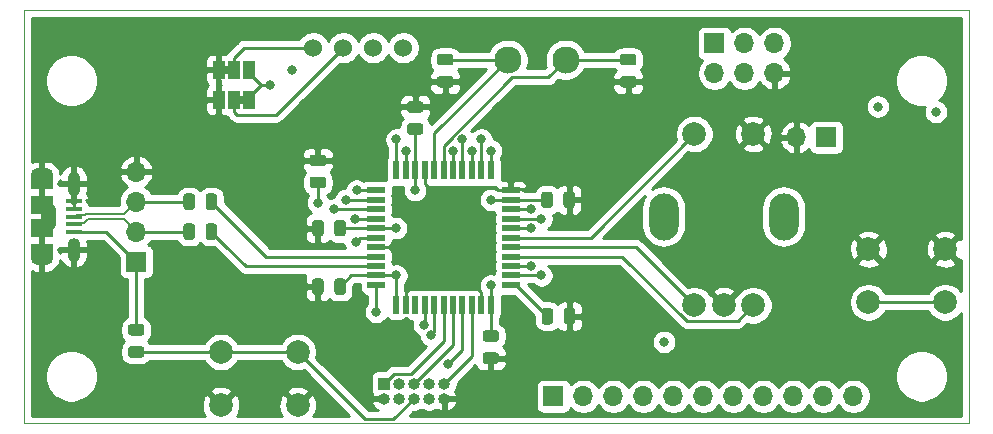
<source format=gbr>
G04 #@! TF.GenerationSoftware,KiCad,Pcbnew,(5.1.9)-1*
G04 #@! TF.CreationDate,2021-03-07T21:45:31-03:00*
G04 #@! TF.ProjectId,V0_Display,56305f44-6973-4706-9c61-792e6b696361,rev?*
G04 #@! TF.SameCoordinates,Original*
G04 #@! TF.FileFunction,Copper,L4,Bot*
G04 #@! TF.FilePolarity,Positive*
%FSLAX46Y46*%
G04 Gerber Fmt 4.6, Leading zero omitted, Abs format (unit mm)*
G04 Created by KiCad (PCBNEW (5.1.9)-1) date 2021-03-07 21:45:31*
%MOMM*%
%LPD*%
G01*
G04 APERTURE LIST*
G04 #@! TA.AperFunction,Profile*
%ADD10C,0.050000*%
G04 #@! TD*
G04 #@! TA.AperFunction,EtchedComponent*
%ADD11C,0.100000*%
G04 #@! TD*
G04 #@! TA.AperFunction,ComponentPad*
%ADD12C,1.524000*%
G04 #@! TD*
G04 #@! TA.AperFunction,ComponentPad*
%ADD13O,2.500000X4.000000*%
G04 #@! TD*
G04 #@! TA.AperFunction,ComponentPad*
%ADD14C,2.000000*%
G04 #@! TD*
G04 #@! TA.AperFunction,SMDPad,CuDef*
%ADD15R,1.000000X1.500000*%
G04 #@! TD*
G04 #@! TA.AperFunction,ComponentPad*
%ADD16O,1.700000X1.700000*%
G04 #@! TD*
G04 #@! TA.AperFunction,ComponentPad*
%ADD17R,1.700000X1.700000*%
G04 #@! TD*
G04 #@! TA.AperFunction,ComponentPad*
%ADD18O,1.100000X2.200000*%
G04 #@! TD*
G04 #@! TA.AperFunction,ComponentPad*
%ADD19O,1.100000X2.000000*%
G04 #@! TD*
G04 #@! TA.AperFunction,SMDPad,CuDef*
%ADD20R,1.900000X1.200000*%
G04 #@! TD*
G04 #@! TA.AperFunction,ComponentPad*
%ADD21O,1.900000X1.200000*%
G04 #@! TD*
G04 #@! TA.AperFunction,SMDPad,CuDef*
%ADD22R,1.900000X1.500000*%
G04 #@! TD*
G04 #@! TA.AperFunction,SMDPad,CuDef*
%ADD23R,1.350000X0.400000*%
G04 #@! TD*
G04 #@! TA.AperFunction,ComponentPad*
%ADD24O,1.000000X1.000000*%
G04 #@! TD*
G04 #@! TA.AperFunction,ComponentPad*
%ADD25R,1.000000X1.000000*%
G04 #@! TD*
G04 #@! TA.AperFunction,SMDPad,CuDef*
%ADD26R,0.550000X1.500000*%
G04 #@! TD*
G04 #@! TA.AperFunction,SMDPad,CuDef*
%ADD27R,1.500000X0.550000*%
G04 #@! TD*
G04 #@! TA.AperFunction,ComponentPad*
%ADD28C,2.300000*%
G04 #@! TD*
G04 #@! TA.AperFunction,ViaPad*
%ADD29C,0.800000*%
G04 #@! TD*
G04 #@! TA.AperFunction,Conductor*
%ADD30C,0.250000*%
G04 #@! TD*
G04 #@! TA.AperFunction,Conductor*
%ADD31C,0.200000*%
G04 #@! TD*
G04 #@! TA.AperFunction,Conductor*
%ADD32C,0.254000*%
G04 #@! TD*
G04 #@! TA.AperFunction,Conductor*
%ADD33C,0.100000*%
G04 #@! TD*
G04 APERTURE END LIST*
D10*
X85170000Y-84650000D02*
X85170000Y-49650000D01*
X165170000Y-84650000D02*
X85170000Y-84650000D01*
X165170000Y-49650000D02*
X165170000Y-84650000D01*
X85170000Y-49650000D02*
X165170000Y-49650000D01*
D11*
G36*
X102050000Y-55030000D02*
G01*
X102550000Y-55030000D01*
X102550000Y-54430000D01*
X102050000Y-54430000D01*
X102050000Y-55030000D01*
G37*
G36*
X103850000Y-56970000D02*
G01*
X103350000Y-56970000D01*
X103350000Y-57570000D01*
X103850000Y-57570000D01*
X103850000Y-56970000D01*
G37*
D12*
X117280000Y-52850000D03*
X114740000Y-52850000D03*
X112200000Y-52850000D03*
X109660000Y-52850000D03*
D13*
X149500000Y-67150000D03*
X139340000Y-67150000D03*
D14*
X146920000Y-60150000D03*
X141920000Y-60150000D03*
X146920000Y-74650000D03*
X144420000Y-74650000D03*
X141920000Y-74650000D03*
X163170000Y-69900000D03*
X163170000Y-74400000D03*
X156670000Y-69900000D03*
X156670000Y-74400000D03*
X101852000Y-78605400D03*
X101852000Y-83105400D03*
X108352000Y-78605400D03*
X108352000Y-83105400D03*
G04 #@! TA.AperFunction,SMDPad,CuDef*
G36*
G01*
X100550000Y-68876250D02*
X100550000Y-67963750D01*
G75*
G02*
X100793750Y-67720000I243750J0D01*
G01*
X101281250Y-67720000D01*
G75*
G02*
X101525000Y-67963750I0J-243750D01*
G01*
X101525000Y-68876250D01*
G75*
G02*
X101281250Y-69120000I-243750J0D01*
G01*
X100793750Y-69120000D01*
G75*
G02*
X100550000Y-68876250I0J243750D01*
G01*
G37*
G04 #@! TD.AperFunction*
G04 #@! TA.AperFunction,SMDPad,CuDef*
G36*
G01*
X98675000Y-68876250D02*
X98675000Y-67963750D01*
G75*
G02*
X98918750Y-67720000I243750J0D01*
G01*
X99406250Y-67720000D01*
G75*
G02*
X99650000Y-67963750I0J-243750D01*
G01*
X99650000Y-68876250D01*
G75*
G02*
X99406250Y-69120000I-243750J0D01*
G01*
X98918750Y-69120000D01*
G75*
G02*
X98675000Y-68876250I0J243750D01*
G01*
G37*
G04 #@! TD.AperFunction*
G04 #@! TA.AperFunction,SMDPad,CuDef*
G36*
G01*
X94213750Y-78117900D02*
X95126250Y-78117900D01*
G75*
G02*
X95370000Y-78361650I0J-243750D01*
G01*
X95370000Y-78849150D01*
G75*
G02*
X95126250Y-79092900I-243750J0D01*
G01*
X94213750Y-79092900D01*
G75*
G02*
X93970000Y-78849150I0J243750D01*
G01*
X93970000Y-78361650D01*
G75*
G02*
X94213750Y-78117900I243750J0D01*
G01*
G37*
G04 #@! TD.AperFunction*
G04 #@! TA.AperFunction,SMDPad,CuDef*
G36*
G01*
X94213750Y-76242900D02*
X95126250Y-76242900D01*
G75*
G02*
X95370000Y-76486650I0J-243750D01*
G01*
X95370000Y-76974150D01*
G75*
G02*
X95126250Y-77217900I-243750J0D01*
G01*
X94213750Y-77217900D01*
G75*
G02*
X93970000Y-76974150I0J243750D01*
G01*
X93970000Y-76486650D01*
G75*
G02*
X94213750Y-76242900I243750J0D01*
G01*
G37*
G04 #@! TD.AperFunction*
D15*
X102950000Y-54730000D03*
X104250000Y-54730000D03*
X101650000Y-54730000D03*
X102950000Y-57270000D03*
X101650000Y-57270000D03*
X104250000Y-57270000D03*
D16*
X150575000Y-60445000D03*
D17*
X153115000Y-60445000D03*
D16*
X94670000Y-63340000D03*
X94670000Y-65880000D03*
X94670000Y-68420000D03*
D17*
X94670000Y-70960000D03*
D18*
X87350500Y-67150000D03*
D19*
X89382500Y-69944000D03*
D20*
X86682500Y-70050000D03*
X86682500Y-64250000D03*
D21*
X86682500Y-63650000D03*
X86682500Y-70650000D03*
D22*
X86682500Y-68150000D03*
D19*
X89382500Y-64356000D03*
D23*
X89382500Y-67150000D03*
X89382500Y-66500000D03*
X89382500Y-65850000D03*
X89382500Y-68450000D03*
X89382500Y-67800000D03*
D22*
X86682500Y-66150000D03*
G04 #@! TA.AperFunction,SMDPad,CuDef*
G36*
G01*
X135875750Y-55244300D02*
X136788250Y-55244300D01*
G75*
G02*
X137032000Y-55488050I0J-243750D01*
G01*
X137032000Y-55975550D01*
G75*
G02*
X136788250Y-56219300I-243750J0D01*
G01*
X135875750Y-56219300D01*
G75*
G02*
X135632000Y-55975550I0J243750D01*
G01*
X135632000Y-55488050D01*
G75*
G02*
X135875750Y-55244300I243750J0D01*
G01*
G37*
G04 #@! TD.AperFunction*
G04 #@! TA.AperFunction,SMDPad,CuDef*
G36*
G01*
X135875750Y-53369300D02*
X136788250Y-53369300D01*
G75*
G02*
X137032000Y-53613050I0J-243750D01*
G01*
X137032000Y-54100550D01*
G75*
G02*
X136788250Y-54344300I-243750J0D01*
G01*
X135875750Y-54344300D01*
G75*
G02*
X135632000Y-54100550I0J243750D01*
G01*
X135632000Y-53613050D01*
G75*
G02*
X135875750Y-53369300I243750J0D01*
G01*
G37*
G04 #@! TD.AperFunction*
G04 #@! TA.AperFunction,SMDPad,CuDef*
G36*
G01*
X117840150Y-59250000D02*
X118752650Y-59250000D01*
G75*
G02*
X118996400Y-59493750I0J-243750D01*
G01*
X118996400Y-59981250D01*
G75*
G02*
X118752650Y-60225000I-243750J0D01*
G01*
X117840150Y-60225000D01*
G75*
G02*
X117596400Y-59981250I0J243750D01*
G01*
X117596400Y-59493750D01*
G75*
G02*
X117840150Y-59250000I243750J0D01*
G01*
G37*
G04 #@! TD.AperFunction*
G04 #@! TA.AperFunction,SMDPad,CuDef*
G36*
G01*
X117840150Y-57375000D02*
X118752650Y-57375000D01*
G75*
G02*
X118996400Y-57618750I0J-243750D01*
G01*
X118996400Y-58106250D01*
G75*
G02*
X118752650Y-58350000I-243750J0D01*
G01*
X117840150Y-58350000D01*
G75*
G02*
X117596400Y-58106250I0J243750D01*
G01*
X117596400Y-57618750D01*
G75*
G02*
X117840150Y-57375000I243750J0D01*
G01*
G37*
G04 #@! TD.AperFunction*
G04 #@! TA.AperFunction,SMDPad,CuDef*
G36*
G01*
X111446400Y-68584250D02*
X111446400Y-67671750D01*
G75*
G02*
X111690150Y-67428000I243750J0D01*
G01*
X112177650Y-67428000D01*
G75*
G02*
X112421400Y-67671750I0J-243750D01*
G01*
X112421400Y-68584250D01*
G75*
G02*
X112177650Y-68828000I-243750J0D01*
G01*
X111690150Y-68828000D01*
G75*
G02*
X111446400Y-68584250I0J243750D01*
G01*
G37*
G04 #@! TD.AperFunction*
G04 #@! TA.AperFunction,SMDPad,CuDef*
G36*
G01*
X109571400Y-68584250D02*
X109571400Y-67671750D01*
G75*
G02*
X109815150Y-67428000I243750J0D01*
G01*
X110302650Y-67428000D01*
G75*
G02*
X110546400Y-67671750I0J-243750D01*
G01*
X110546400Y-68584250D01*
G75*
G02*
X110302650Y-68828000I-243750J0D01*
G01*
X109815150Y-68828000D01*
G75*
G02*
X109571400Y-68584250I0J243750D01*
G01*
G37*
G04 #@! TD.AperFunction*
G04 #@! TA.AperFunction,SMDPad,CuDef*
G36*
G01*
X111446400Y-73524450D02*
X111446400Y-72611950D01*
G75*
G02*
X111690150Y-72368200I243750J0D01*
G01*
X112177650Y-72368200D01*
G75*
G02*
X112421400Y-72611950I0J-243750D01*
G01*
X112421400Y-73524450D01*
G75*
G02*
X112177650Y-73768200I-243750J0D01*
G01*
X111690150Y-73768200D01*
G75*
G02*
X111446400Y-73524450I0J243750D01*
G01*
G37*
G04 #@! TD.AperFunction*
G04 #@! TA.AperFunction,SMDPad,CuDef*
G36*
G01*
X109571400Y-73524450D02*
X109571400Y-72611950D01*
G75*
G02*
X109815150Y-72368200I243750J0D01*
G01*
X110302650Y-72368200D01*
G75*
G02*
X110546400Y-72611950I0J-243750D01*
G01*
X110546400Y-73524450D01*
G75*
G02*
X110302650Y-73768200I-243750J0D01*
G01*
X109815150Y-73768200D01*
G75*
G02*
X109571400Y-73524450I0J243750D01*
G01*
G37*
G04 #@! TD.AperFunction*
G04 #@! TA.AperFunction,SMDPad,CuDef*
G36*
G01*
X120375750Y-53369300D02*
X121288250Y-53369300D01*
G75*
G02*
X121532000Y-53613050I0J-243750D01*
G01*
X121532000Y-54100550D01*
G75*
G02*
X121288250Y-54344300I-243750J0D01*
G01*
X120375750Y-54344300D01*
G75*
G02*
X120132000Y-54100550I0J243750D01*
G01*
X120132000Y-53613050D01*
G75*
G02*
X120375750Y-53369300I243750J0D01*
G01*
G37*
G04 #@! TD.AperFunction*
G04 #@! TA.AperFunction,SMDPad,CuDef*
G36*
G01*
X120375750Y-55244300D02*
X121288250Y-55244300D01*
G75*
G02*
X121532000Y-55488050I0J-243750D01*
G01*
X121532000Y-55975550D01*
G75*
G02*
X121288250Y-56219300I-243750J0D01*
G01*
X120375750Y-56219300D01*
G75*
G02*
X120132000Y-55975550I0J243750D01*
G01*
X120132000Y-55488050D01*
G75*
G02*
X120375750Y-55244300I243750J0D01*
G01*
G37*
G04 #@! TD.AperFunction*
G04 #@! TA.AperFunction,SMDPad,CuDef*
G36*
G01*
X110510050Y-62864600D02*
X109597550Y-62864600D01*
G75*
G02*
X109353800Y-62620850I0J243750D01*
G01*
X109353800Y-62133350D01*
G75*
G02*
X109597550Y-61889600I243750J0D01*
G01*
X110510050Y-61889600D01*
G75*
G02*
X110753800Y-62133350I0J-243750D01*
G01*
X110753800Y-62620850D01*
G75*
G02*
X110510050Y-62864600I-243750J0D01*
G01*
G37*
G04 #@! TD.AperFunction*
G04 #@! TA.AperFunction,SMDPad,CuDef*
G36*
G01*
X110510050Y-64739600D02*
X109597550Y-64739600D01*
G75*
G02*
X109353800Y-64495850I0J243750D01*
G01*
X109353800Y-64008350D01*
G75*
G02*
X109597550Y-63764600I243750J0D01*
G01*
X110510050Y-63764600D01*
G75*
G02*
X110753800Y-64008350I0J-243750D01*
G01*
X110753800Y-64495850D01*
G75*
G02*
X110510050Y-64739600I-243750J0D01*
G01*
G37*
G04 #@! TD.AperFunction*
D16*
X155400000Y-82347200D03*
X152860000Y-82347200D03*
X150320000Y-82347200D03*
X147780000Y-82347200D03*
X145240000Y-82347200D03*
X142700000Y-82347200D03*
X140160000Y-82347200D03*
X137620000Y-82347200D03*
X135080000Y-82347200D03*
X132540000Y-82347200D03*
D17*
X130000000Y-82347200D03*
D16*
X148712600Y-55008800D03*
X148712600Y-52468800D03*
X146172600Y-55008800D03*
X146172600Y-52468800D03*
X143632600Y-55008800D03*
D17*
X143632600Y-52468800D03*
D24*
X120747200Y-82550400D03*
X120747200Y-81280400D03*
X119477200Y-82550400D03*
X119477200Y-81280400D03*
X118207200Y-82550400D03*
X118207200Y-81280400D03*
X116937200Y-82550400D03*
X116937200Y-81280400D03*
X115667200Y-82550400D03*
D25*
X115667200Y-81280400D03*
G04 #@! TA.AperFunction,SMDPad,CuDef*
G36*
G01*
X99650000Y-65423750D02*
X99650000Y-66336250D01*
G75*
G02*
X99406250Y-66580000I-243750J0D01*
G01*
X98918750Y-66580000D01*
G75*
G02*
X98675000Y-66336250I0J243750D01*
G01*
X98675000Y-65423750D01*
G75*
G02*
X98918750Y-65180000I243750J0D01*
G01*
X99406250Y-65180000D01*
G75*
G02*
X99650000Y-65423750I0J-243750D01*
G01*
G37*
G04 #@! TD.AperFunction*
G04 #@! TA.AperFunction,SMDPad,CuDef*
G36*
G01*
X101525000Y-65423750D02*
X101525000Y-66336250D01*
G75*
G02*
X101281250Y-66580000I-243750J0D01*
G01*
X100793750Y-66580000D01*
G75*
G02*
X100550000Y-66336250I0J243750D01*
G01*
X100550000Y-65423750D01*
G75*
G02*
X100793750Y-65180000I243750J0D01*
G01*
X101281250Y-65180000D01*
G75*
G02*
X101525000Y-65423750I0J-243750D01*
G01*
G37*
G04 #@! TD.AperFunction*
G04 #@! TA.AperFunction,SMDPad,CuDef*
G36*
G01*
X128999600Y-76039050D02*
X128999600Y-75126550D01*
G75*
G02*
X129243350Y-74882800I243750J0D01*
G01*
X129730850Y-74882800D01*
G75*
G02*
X129974600Y-75126550I0J-243750D01*
G01*
X129974600Y-76039050D01*
G75*
G02*
X129730850Y-76282800I-243750J0D01*
G01*
X129243350Y-76282800D01*
G75*
G02*
X128999600Y-76039050I0J243750D01*
G01*
G37*
G04 #@! TD.AperFunction*
G04 #@! TA.AperFunction,SMDPad,CuDef*
G36*
G01*
X130874600Y-76039050D02*
X130874600Y-75126550D01*
G75*
G02*
X131118350Y-74882800I243750J0D01*
G01*
X131605850Y-74882800D01*
G75*
G02*
X131849600Y-75126550I0J-243750D01*
G01*
X131849600Y-76039050D01*
G75*
G02*
X131605850Y-76282800I-243750J0D01*
G01*
X131118350Y-76282800D01*
G75*
G02*
X130874600Y-76039050I0J243750D01*
G01*
G37*
G04 #@! TD.AperFunction*
D26*
X116696400Y-74628000D03*
X117496400Y-74628000D03*
X118296400Y-74628000D03*
X119096400Y-74628000D03*
X119896400Y-74628000D03*
X120696400Y-74628000D03*
X121496400Y-74628000D03*
X122296400Y-74628000D03*
X123096400Y-74628000D03*
X123896400Y-74628000D03*
X124696400Y-74628000D03*
D27*
X126396400Y-72928000D03*
X126396400Y-72128000D03*
X126396400Y-71328000D03*
X126396400Y-70528000D03*
X126396400Y-69728000D03*
X126396400Y-68928000D03*
X126396400Y-68128000D03*
X126396400Y-67328000D03*
X126396400Y-66528000D03*
X126396400Y-65728000D03*
X126396400Y-64928000D03*
D26*
X124696400Y-63228000D03*
X123896400Y-63228000D03*
X123096400Y-63228000D03*
X122296400Y-63228000D03*
X121496400Y-63228000D03*
X120696400Y-63228000D03*
X119896400Y-63228000D03*
X119096400Y-63228000D03*
X118296400Y-63228000D03*
X117496400Y-63228000D03*
X116696400Y-63228000D03*
D27*
X114996400Y-64928000D03*
X114996400Y-65728000D03*
X114996400Y-66528000D03*
X114996400Y-67328000D03*
X114996400Y-68128000D03*
X114996400Y-68928000D03*
X114996400Y-69728000D03*
X114996400Y-70528000D03*
X114996400Y-71328000D03*
X114996400Y-72128000D03*
X114996400Y-72928000D03*
D28*
X131032000Y-53865800D03*
X126132000Y-53865800D03*
G04 #@! TA.AperFunction,SMDPad,CuDef*
G36*
G01*
X130846900Y-66184250D02*
X130846900Y-65271750D01*
G75*
G02*
X131090650Y-65028000I243750J0D01*
G01*
X131578150Y-65028000D01*
G75*
G02*
X131821900Y-65271750I0J-243750D01*
G01*
X131821900Y-66184250D01*
G75*
G02*
X131578150Y-66428000I-243750J0D01*
G01*
X131090650Y-66428000D01*
G75*
G02*
X130846900Y-66184250I0J243750D01*
G01*
G37*
G04 #@! TD.AperFunction*
G04 #@! TA.AperFunction,SMDPad,CuDef*
G36*
G01*
X128971900Y-66184250D02*
X128971900Y-65271750D01*
G75*
G02*
X129215650Y-65028000I243750J0D01*
G01*
X129703150Y-65028000D01*
G75*
G02*
X129946900Y-65271750I0J-243750D01*
G01*
X129946900Y-66184250D01*
G75*
G02*
X129703150Y-66428000I-243750J0D01*
G01*
X129215650Y-66428000D01*
G75*
G02*
X128971900Y-66184250I0J243750D01*
G01*
G37*
G04 #@! TD.AperFunction*
G04 #@! TA.AperFunction,SMDPad,CuDef*
G36*
G01*
X124240150Y-76771700D02*
X125152650Y-76771700D01*
G75*
G02*
X125396400Y-77015450I0J-243750D01*
G01*
X125396400Y-77502950D01*
G75*
G02*
X125152650Y-77746700I-243750J0D01*
G01*
X124240150Y-77746700D01*
G75*
G02*
X123996400Y-77502950I0J243750D01*
G01*
X123996400Y-77015450D01*
G75*
G02*
X124240150Y-76771700I243750J0D01*
G01*
G37*
G04 #@! TD.AperFunction*
G04 #@! TA.AperFunction,SMDPad,CuDef*
G36*
G01*
X124240150Y-78646700D02*
X125152650Y-78646700D01*
G75*
G02*
X125396400Y-78890450I0J-243750D01*
G01*
X125396400Y-79377950D01*
G75*
G02*
X125152650Y-79621700I-243750J0D01*
G01*
X124240150Y-79621700D01*
G75*
G02*
X123996400Y-79377950I0J243750D01*
G01*
X123996400Y-78890450D01*
G75*
G02*
X124240150Y-78646700I243750J0D01*
G01*
G37*
G04 #@! TD.AperFunction*
D29*
X120696400Y-68928000D03*
X161370000Y-62350000D03*
X163275000Y-62350000D03*
X106040600Y-55999400D03*
X157470000Y-57828200D03*
X118296400Y-64914800D03*
X124735000Y-65728000D03*
X116657800Y-68128000D03*
X124696400Y-72966600D03*
X116696400Y-72128000D03*
X122296400Y-60600000D03*
X121496400Y-61550000D03*
X113178000Y-67328000D03*
X114996400Y-75201800D03*
X162370000Y-58285400D03*
X117496400Y-61550000D03*
X128976800Y-72128000D03*
X128113200Y-71328000D03*
X116696400Y-60600000D03*
X113254200Y-69334400D03*
X110053800Y-65956200D03*
X119655000Y-77183000D03*
X119045400Y-76319400D03*
X128113200Y-68128000D03*
X128976800Y-67328000D03*
X139365400Y-77741800D03*
X124696400Y-61550000D03*
X128113200Y-66528000D03*
X123896400Y-60600000D03*
X123096400Y-61550000D03*
X112441400Y-65728000D03*
X111450800Y-66528000D03*
X107894800Y-54729400D03*
X113330400Y-64928000D03*
X121077400Y-79621400D03*
D30*
X89382500Y-66500000D02*
X89382500Y-64650000D01*
X99775000Y-74717500D02*
X100712500Y-73780000D01*
X99775000Y-75855000D02*
X99775000Y-74717500D01*
X151892000Y-53950000D02*
X151892000Y-52872000D01*
X151892000Y-52872000D02*
X151718000Y-52698000D01*
X86682500Y-67818000D02*
X87350500Y-67150000D01*
X86682500Y-68150000D02*
X86682500Y-67818000D01*
X86682500Y-66482000D02*
X87350500Y-67150000D01*
X86682500Y-66150000D02*
X86682500Y-66482000D01*
X86682500Y-64250000D02*
X86682500Y-70650000D01*
X101650000Y-57270000D02*
X101650000Y-54730000D01*
X119896400Y-69728000D02*
X120696400Y-68928000D01*
X119096400Y-63228000D02*
X119096400Y-64330800D01*
X120696400Y-65930800D02*
X120696400Y-68928000D01*
X126396400Y-64928000D02*
X125281600Y-64928000D01*
X125281600Y-64928000D02*
X125014400Y-64660800D01*
X119426400Y-64660800D02*
X119413700Y-64648100D01*
X125014400Y-64660800D02*
X119426400Y-64660800D01*
X119413700Y-64648100D02*
X120696400Y-65930800D01*
X119096400Y-64330800D02*
X119413700Y-64648100D01*
X117496400Y-74628000D02*
X117496400Y-73169400D01*
X118423200Y-72242600D02*
X118423200Y-69728000D01*
X117496400Y-73169400D02*
X118423200Y-72242600D01*
X118423200Y-69728000D02*
X119896400Y-69728000D01*
X114996400Y-69728000D02*
X118423200Y-69728000D01*
X123896400Y-74628000D02*
X123896400Y-73525000D01*
X120696400Y-70325000D02*
X120696400Y-68928000D01*
X123896400Y-73525000D02*
X120696400Y-70325000D01*
X92160000Y-68450000D02*
X94670000Y-70960000D01*
X89382500Y-68450000D02*
X92160000Y-68450000D01*
X116657800Y-68128000D02*
X114996400Y-68128000D01*
X118296400Y-64914800D02*
X118296400Y-63228000D01*
X124735000Y-65728000D02*
X126396400Y-65728000D01*
X124696400Y-72966600D02*
X124696400Y-74628000D01*
X114996400Y-72128000D02*
X116696400Y-72128000D01*
X116696400Y-74628000D02*
X116696400Y-72128000D01*
X114996400Y-68128000D02*
X111933900Y-68128000D01*
X112874100Y-72128000D02*
X111933900Y-73068200D01*
X114996400Y-72128000D02*
X112874100Y-72128000D01*
X106040600Y-55999400D02*
X105278600Y-55999400D01*
X104250000Y-54970800D02*
X104250000Y-54730000D01*
X105278600Y-55999400D02*
X104250000Y-54970800D01*
X104250000Y-57028000D02*
X104250000Y-57270000D01*
X105278600Y-55999400D02*
X104250000Y-57028000D01*
X94670000Y-76730400D02*
X94670000Y-70960000D01*
X118296400Y-63228000D02*
X118296400Y-59737500D01*
X126396400Y-65728000D02*
X129459400Y-65728000D01*
X124696400Y-74628000D02*
X124696400Y-77259200D01*
D31*
X89396103Y-67150000D02*
X89546102Y-67000001D01*
X89546102Y-67000001D02*
X90297501Y-67000001D01*
X90297501Y-67000001D02*
X90372502Y-66925000D01*
X89382500Y-67150000D02*
X89396103Y-67150000D01*
X93625000Y-66925000D02*
X94670000Y-65880000D01*
X90372502Y-66925000D02*
X93625000Y-66925000D01*
D30*
X94670000Y-65880000D02*
X99162500Y-65880000D01*
D31*
X90558885Y-67375000D02*
X93625000Y-67375000D01*
X93625000Y-67375000D02*
X94670000Y-68420000D01*
X90283884Y-67650001D02*
X90558885Y-67375000D01*
X89382500Y-67800000D02*
X89532499Y-67650001D01*
X89532499Y-67650001D02*
X90283884Y-67650001D01*
D30*
X94670000Y-68420000D02*
X99162500Y-68420000D01*
X122296400Y-63228000D02*
X122296400Y-60600000D01*
X121496400Y-63228000D02*
X121496400Y-61550000D01*
X163170000Y-74400000D02*
X156670000Y-74400000D01*
X114996400Y-67328000D02*
X113178000Y-67328000D01*
X114996400Y-75201800D02*
X114996400Y-72928000D01*
X118207200Y-82550400D02*
X116457610Y-84299990D01*
X114046590Y-84299990D02*
X108352000Y-78605400D01*
X116457610Y-84299990D02*
X114046590Y-84299990D01*
X101852000Y-78605400D02*
X108352000Y-78605400D01*
X117496400Y-61550000D02*
X117496400Y-63228000D01*
X101852000Y-78605400D02*
X94670000Y-78605400D01*
X126396400Y-72128000D02*
X128976800Y-72128000D01*
X126396400Y-71328000D02*
X128113200Y-71328000D01*
X116696400Y-63228000D02*
X116696400Y-60600000D01*
X103220000Y-58540000D02*
X102950000Y-58270000D01*
X106510000Y-58540000D02*
X103220000Y-58540000D01*
X102950000Y-58270000D02*
X102950000Y-57270000D01*
X112200000Y-52850000D02*
X106510000Y-58540000D01*
X108582370Y-52850000D02*
X109660000Y-52850000D01*
X103830000Y-52850000D02*
X108582370Y-52850000D01*
X102950000Y-53730000D02*
X103830000Y-52850000D01*
X102950000Y-54730000D02*
X102950000Y-53730000D01*
X133142000Y-68928000D02*
X141920000Y-60150000D01*
X126396400Y-68928000D02*
X133142000Y-68928000D01*
X145594999Y-75975001D02*
X146920000Y-74650000D01*
X141283999Y-75975001D02*
X145594999Y-75975001D01*
X135836998Y-70528000D02*
X141283999Y-75975001D01*
X126396400Y-70528000D02*
X135836998Y-70528000D01*
X136998000Y-69728000D02*
X141920000Y-74650000D01*
X126396400Y-69728000D02*
X136998000Y-69728000D01*
X136323000Y-53865800D02*
X136332000Y-53856800D01*
X131032000Y-53865800D02*
X136323000Y-53865800D01*
X129556999Y-55340801D02*
X131032000Y-53865800D01*
X120696400Y-63228000D02*
X120696400Y-61126998D01*
X126482597Y-55340801D02*
X120696400Y-61126998D01*
X129556999Y-55340801D02*
X126482597Y-55340801D01*
X120841000Y-53865800D02*
X120832000Y-53856800D01*
X126132000Y-53865800D02*
X120841000Y-53865800D01*
X119896400Y-60101400D02*
X126132000Y-53865800D01*
X119896400Y-63228000D02*
X119896400Y-60101400D01*
X113660600Y-68928000D02*
X113254200Y-69334400D01*
X114996400Y-68928000D02*
X113660600Y-68928000D01*
X110053800Y-65956200D02*
X110053800Y-64252100D01*
X119896400Y-76941600D02*
X119655000Y-77183000D01*
X119896400Y-74628000D02*
X119896400Y-76941600D01*
X119096400Y-76268400D02*
X119045400Y-76319400D01*
X119096400Y-74628000D02*
X119096400Y-76268400D01*
X126396400Y-68128000D02*
X128113200Y-68128000D01*
X126396400Y-67328000D02*
X128976800Y-67328000D01*
X124696400Y-63228000D02*
X124696400Y-61550000D01*
X126396400Y-66528000D02*
X128113200Y-66528000D01*
X123896400Y-63228000D02*
X123896400Y-60600000D01*
X123096400Y-63228000D02*
X123096400Y-61550000D01*
X114996400Y-65728000D02*
X112441400Y-65728000D01*
X114996400Y-66528000D02*
X111450800Y-66528000D01*
X114996400Y-64928000D02*
X113330400Y-64928000D01*
X123096400Y-78931200D02*
X123096400Y-74628000D01*
X120747200Y-81280400D02*
X123096400Y-78931200D01*
X121496400Y-77991200D02*
X121496400Y-74628000D01*
X118207200Y-81280400D02*
X121496400Y-77991200D01*
X122296400Y-78402400D02*
X122296400Y-74628000D01*
X121077400Y-79621400D02*
X122296400Y-78402400D01*
X115667200Y-81280400D02*
X116492201Y-80455399D01*
X116492201Y-80455399D02*
X117932001Y-80455399D01*
X120696400Y-77691000D02*
X120696400Y-74628000D01*
X117932001Y-80455399D02*
X120696400Y-77691000D01*
X105685500Y-70528000D02*
X101037500Y-65880000D01*
X114996400Y-70528000D02*
X105685500Y-70528000D01*
X101037500Y-68420000D02*
X102231300Y-69613800D01*
X103945500Y-71328000D02*
X102231300Y-69613800D01*
X114996400Y-71328000D02*
X103945500Y-71328000D01*
X126832300Y-72928000D02*
X129487100Y-75582800D01*
X126396400Y-72928000D02*
X126832300Y-72928000D01*
D32*
X164510001Y-69018292D02*
X164305413Y-68944192D01*
X163349605Y-69900000D01*
X164305413Y-70855808D01*
X164510001Y-70781708D01*
X164510001Y-73462531D01*
X164439987Y-73357748D01*
X164212252Y-73130013D01*
X163944463Y-72951082D01*
X163646912Y-72827832D01*
X163331033Y-72765000D01*
X163008967Y-72765000D01*
X162693088Y-72827832D01*
X162395537Y-72951082D01*
X162127748Y-73130013D01*
X161900013Y-73357748D01*
X161721082Y-73625537D01*
X161715091Y-73640000D01*
X158124909Y-73640000D01*
X158118918Y-73625537D01*
X157939987Y-73357748D01*
X157712252Y-73130013D01*
X157444463Y-72951082D01*
X157146912Y-72827832D01*
X156831033Y-72765000D01*
X156508967Y-72765000D01*
X156193088Y-72827832D01*
X155895537Y-72951082D01*
X155627748Y-73130013D01*
X155400013Y-73357748D01*
X155221082Y-73625537D01*
X155097832Y-73923088D01*
X155035000Y-74238967D01*
X155035000Y-74561033D01*
X155097832Y-74876912D01*
X155221082Y-75174463D01*
X155400013Y-75442252D01*
X155627748Y-75669987D01*
X155895537Y-75848918D01*
X156193088Y-75972168D01*
X156508967Y-76035000D01*
X156831033Y-76035000D01*
X157146912Y-75972168D01*
X157444463Y-75848918D01*
X157712252Y-75669987D01*
X157939987Y-75442252D01*
X158118918Y-75174463D01*
X158124909Y-75160000D01*
X161715091Y-75160000D01*
X161721082Y-75174463D01*
X161900013Y-75442252D01*
X162127748Y-75669987D01*
X162395537Y-75848918D01*
X162693088Y-75972168D01*
X163008967Y-76035000D01*
X163331033Y-76035000D01*
X163646912Y-75972168D01*
X163944463Y-75848918D01*
X164212252Y-75669987D01*
X164439987Y-75442252D01*
X164510001Y-75337469D01*
X164510001Y-83990000D01*
X117842401Y-83990000D01*
X118147002Y-83685400D01*
X118318988Y-83685400D01*
X118538267Y-83641783D01*
X118744824Y-83556224D01*
X118842200Y-83491159D01*
X118939576Y-83556224D01*
X119146133Y-83641783D01*
X119365412Y-83685400D01*
X119588988Y-83685400D01*
X119808267Y-83641783D01*
X120014824Y-83556224D01*
X120116858Y-83488047D01*
X120186994Y-83537523D01*
X120390336Y-83627846D01*
X120445326Y-83644519D01*
X120620200Y-83518354D01*
X120620200Y-82677400D01*
X120874200Y-82677400D01*
X120874200Y-83518354D01*
X121049074Y-83644519D01*
X121104064Y-83627846D01*
X121307406Y-83537523D01*
X121489220Y-83409265D01*
X121642518Y-83248001D01*
X121761410Y-83059929D01*
X121841326Y-82852276D01*
X121716329Y-82677400D01*
X120874200Y-82677400D01*
X120620200Y-82677400D01*
X120609174Y-82677400D01*
X120612200Y-82662188D01*
X120612200Y-82438612D01*
X120609174Y-82423400D01*
X120620200Y-82423400D01*
X120620200Y-82412374D01*
X120635412Y-82415400D01*
X120858988Y-82415400D01*
X120874200Y-82412374D01*
X120874200Y-82423400D01*
X121716329Y-82423400D01*
X121841326Y-82248524D01*
X121761410Y-82040871D01*
X121684944Y-81919912D01*
X121753024Y-81818024D01*
X121838583Y-81611467D01*
X121861311Y-81497200D01*
X128511928Y-81497200D01*
X128511928Y-83197200D01*
X128524188Y-83321682D01*
X128560498Y-83441380D01*
X128619463Y-83551694D01*
X128698815Y-83648385D01*
X128795506Y-83727737D01*
X128905820Y-83786702D01*
X129025518Y-83823012D01*
X129150000Y-83835272D01*
X130850000Y-83835272D01*
X130974482Y-83823012D01*
X131094180Y-83786702D01*
X131204494Y-83727737D01*
X131301185Y-83648385D01*
X131380537Y-83551694D01*
X131439502Y-83441380D01*
X131461513Y-83368820D01*
X131593368Y-83500675D01*
X131836589Y-83663190D01*
X132106842Y-83775132D01*
X132393740Y-83832200D01*
X132686260Y-83832200D01*
X132973158Y-83775132D01*
X133243411Y-83663190D01*
X133486632Y-83500675D01*
X133693475Y-83293832D01*
X133810000Y-83119440D01*
X133926525Y-83293832D01*
X134133368Y-83500675D01*
X134376589Y-83663190D01*
X134646842Y-83775132D01*
X134933740Y-83832200D01*
X135226260Y-83832200D01*
X135513158Y-83775132D01*
X135783411Y-83663190D01*
X136026632Y-83500675D01*
X136233475Y-83293832D01*
X136350000Y-83119440D01*
X136466525Y-83293832D01*
X136673368Y-83500675D01*
X136916589Y-83663190D01*
X137186842Y-83775132D01*
X137473740Y-83832200D01*
X137766260Y-83832200D01*
X138053158Y-83775132D01*
X138323411Y-83663190D01*
X138566632Y-83500675D01*
X138773475Y-83293832D01*
X138890000Y-83119440D01*
X139006525Y-83293832D01*
X139213368Y-83500675D01*
X139456589Y-83663190D01*
X139726842Y-83775132D01*
X140013740Y-83832200D01*
X140306260Y-83832200D01*
X140593158Y-83775132D01*
X140863411Y-83663190D01*
X141106632Y-83500675D01*
X141313475Y-83293832D01*
X141430000Y-83119440D01*
X141546525Y-83293832D01*
X141753368Y-83500675D01*
X141996589Y-83663190D01*
X142266842Y-83775132D01*
X142553740Y-83832200D01*
X142846260Y-83832200D01*
X143133158Y-83775132D01*
X143403411Y-83663190D01*
X143646632Y-83500675D01*
X143853475Y-83293832D01*
X143970000Y-83119440D01*
X144086525Y-83293832D01*
X144293368Y-83500675D01*
X144536589Y-83663190D01*
X144806842Y-83775132D01*
X145093740Y-83832200D01*
X145386260Y-83832200D01*
X145673158Y-83775132D01*
X145943411Y-83663190D01*
X146186632Y-83500675D01*
X146393475Y-83293832D01*
X146510000Y-83119440D01*
X146626525Y-83293832D01*
X146833368Y-83500675D01*
X147076589Y-83663190D01*
X147346842Y-83775132D01*
X147633740Y-83832200D01*
X147926260Y-83832200D01*
X148213158Y-83775132D01*
X148483411Y-83663190D01*
X148726632Y-83500675D01*
X148933475Y-83293832D01*
X149050000Y-83119440D01*
X149166525Y-83293832D01*
X149373368Y-83500675D01*
X149616589Y-83663190D01*
X149886842Y-83775132D01*
X150173740Y-83832200D01*
X150466260Y-83832200D01*
X150753158Y-83775132D01*
X151023411Y-83663190D01*
X151266632Y-83500675D01*
X151473475Y-83293832D01*
X151590000Y-83119440D01*
X151706525Y-83293832D01*
X151913368Y-83500675D01*
X152156589Y-83663190D01*
X152426842Y-83775132D01*
X152713740Y-83832200D01*
X153006260Y-83832200D01*
X153293158Y-83775132D01*
X153563411Y-83663190D01*
X153806632Y-83500675D01*
X154013475Y-83293832D01*
X154130000Y-83119440D01*
X154246525Y-83293832D01*
X154453368Y-83500675D01*
X154696589Y-83663190D01*
X154966842Y-83775132D01*
X155253740Y-83832200D01*
X155546260Y-83832200D01*
X155833158Y-83775132D01*
X156103411Y-83663190D01*
X156346632Y-83500675D01*
X156553475Y-83293832D01*
X156715990Y-83050611D01*
X156827932Y-82780358D01*
X156885000Y-82493460D01*
X156885000Y-82200940D01*
X156827932Y-81914042D01*
X156715990Y-81643789D01*
X156553475Y-81400568D01*
X156346632Y-81193725D01*
X156103411Y-81031210D01*
X155833158Y-80919268D01*
X155546260Y-80862200D01*
X155253740Y-80862200D01*
X154966842Y-80919268D01*
X154696589Y-81031210D01*
X154453368Y-81193725D01*
X154246525Y-81400568D01*
X154130000Y-81574960D01*
X154013475Y-81400568D01*
X153806632Y-81193725D01*
X153563411Y-81031210D01*
X153293158Y-80919268D01*
X153006260Y-80862200D01*
X152713740Y-80862200D01*
X152426842Y-80919268D01*
X152156589Y-81031210D01*
X151913368Y-81193725D01*
X151706525Y-81400568D01*
X151590000Y-81574960D01*
X151473475Y-81400568D01*
X151266632Y-81193725D01*
X151023411Y-81031210D01*
X150753158Y-80919268D01*
X150466260Y-80862200D01*
X150173740Y-80862200D01*
X149886842Y-80919268D01*
X149616589Y-81031210D01*
X149373368Y-81193725D01*
X149166525Y-81400568D01*
X149050000Y-81574960D01*
X148933475Y-81400568D01*
X148726632Y-81193725D01*
X148483411Y-81031210D01*
X148213158Y-80919268D01*
X147926260Y-80862200D01*
X147633740Y-80862200D01*
X147346842Y-80919268D01*
X147076589Y-81031210D01*
X146833368Y-81193725D01*
X146626525Y-81400568D01*
X146510000Y-81574960D01*
X146393475Y-81400568D01*
X146186632Y-81193725D01*
X145943411Y-81031210D01*
X145673158Y-80919268D01*
X145386260Y-80862200D01*
X145093740Y-80862200D01*
X144806842Y-80919268D01*
X144536589Y-81031210D01*
X144293368Y-81193725D01*
X144086525Y-81400568D01*
X143970000Y-81574960D01*
X143853475Y-81400568D01*
X143646632Y-81193725D01*
X143403411Y-81031210D01*
X143133158Y-80919268D01*
X142846260Y-80862200D01*
X142553740Y-80862200D01*
X142266842Y-80919268D01*
X141996589Y-81031210D01*
X141753368Y-81193725D01*
X141546525Y-81400568D01*
X141430000Y-81574960D01*
X141313475Y-81400568D01*
X141106632Y-81193725D01*
X140863411Y-81031210D01*
X140593158Y-80919268D01*
X140306260Y-80862200D01*
X140013740Y-80862200D01*
X139726842Y-80919268D01*
X139456589Y-81031210D01*
X139213368Y-81193725D01*
X139006525Y-81400568D01*
X138890000Y-81574960D01*
X138773475Y-81400568D01*
X138566632Y-81193725D01*
X138323411Y-81031210D01*
X138053158Y-80919268D01*
X137766260Y-80862200D01*
X137473740Y-80862200D01*
X137186842Y-80919268D01*
X136916589Y-81031210D01*
X136673368Y-81193725D01*
X136466525Y-81400568D01*
X136350000Y-81574960D01*
X136233475Y-81400568D01*
X136026632Y-81193725D01*
X135783411Y-81031210D01*
X135513158Y-80919268D01*
X135226260Y-80862200D01*
X134933740Y-80862200D01*
X134646842Y-80919268D01*
X134376589Y-81031210D01*
X134133368Y-81193725D01*
X133926525Y-81400568D01*
X133810000Y-81574960D01*
X133693475Y-81400568D01*
X133486632Y-81193725D01*
X133243411Y-81031210D01*
X132973158Y-80919268D01*
X132686260Y-80862200D01*
X132393740Y-80862200D01*
X132106842Y-80919268D01*
X131836589Y-81031210D01*
X131593368Y-81193725D01*
X131461513Y-81325580D01*
X131439502Y-81253020D01*
X131380537Y-81142706D01*
X131301185Y-81046015D01*
X131204494Y-80966663D01*
X131094180Y-80907698D01*
X130974482Y-80871388D01*
X130850000Y-80859128D01*
X129150000Y-80859128D01*
X129025518Y-80871388D01*
X128905820Y-80907698D01*
X128795506Y-80966663D01*
X128698815Y-81046015D01*
X128619463Y-81142706D01*
X128560498Y-81253020D01*
X128524188Y-81372718D01*
X128511928Y-81497200D01*
X121861311Y-81497200D01*
X121882200Y-81392188D01*
X121882200Y-81220201D01*
X122672529Y-80429872D01*
X158935000Y-80429872D01*
X158935000Y-80870128D01*
X159020890Y-81301925D01*
X159189369Y-81708669D01*
X159433962Y-82074729D01*
X159745271Y-82386038D01*
X160111331Y-82630631D01*
X160518075Y-82799110D01*
X160949872Y-82885000D01*
X161390128Y-82885000D01*
X161821925Y-82799110D01*
X162228669Y-82630631D01*
X162594729Y-82386038D01*
X162906038Y-82074729D01*
X163150631Y-81708669D01*
X163319110Y-81301925D01*
X163405000Y-80870128D01*
X163405000Y-80429872D01*
X163319110Y-79998075D01*
X163150631Y-79591331D01*
X162906038Y-79225271D01*
X162594729Y-78913962D01*
X162228669Y-78669369D01*
X161821925Y-78500890D01*
X161390128Y-78415000D01*
X160949872Y-78415000D01*
X160518075Y-78500890D01*
X160111331Y-78669369D01*
X159745271Y-78913962D01*
X159433962Y-79225271D01*
X159189369Y-79591331D01*
X159020890Y-79998075D01*
X158935000Y-80429872D01*
X122672529Y-80429872D01*
X123369300Y-79733102D01*
X123370588Y-79746182D01*
X123406898Y-79865880D01*
X123465863Y-79976194D01*
X123545215Y-80072885D01*
X123641906Y-80152237D01*
X123752220Y-80211202D01*
X123871918Y-80247512D01*
X123996400Y-80259772D01*
X124410650Y-80256700D01*
X124569400Y-80097950D01*
X124569400Y-79261200D01*
X124823400Y-79261200D01*
X124823400Y-80097950D01*
X124982150Y-80256700D01*
X125396400Y-80259772D01*
X125520882Y-80247512D01*
X125640580Y-80211202D01*
X125750894Y-80152237D01*
X125847585Y-80072885D01*
X125926937Y-79976194D01*
X125985902Y-79865880D01*
X126022212Y-79746182D01*
X126034472Y-79621700D01*
X126031400Y-79419950D01*
X125872650Y-79261200D01*
X124823400Y-79261200D01*
X124569400Y-79261200D01*
X124549400Y-79261200D01*
X124549400Y-79007200D01*
X124569400Y-79007200D01*
X124569400Y-78987200D01*
X124823400Y-78987200D01*
X124823400Y-79007200D01*
X125872650Y-79007200D01*
X126031400Y-78848450D01*
X126034472Y-78646700D01*
X126022212Y-78522218D01*
X125985902Y-78402520D01*
X125926937Y-78292206D01*
X125847585Y-78195515D01*
X125769836Y-78131708D01*
X125776192Y-78126492D01*
X125885858Y-77992864D01*
X125967347Y-77840409D01*
X126017528Y-77674985D01*
X126020987Y-77639861D01*
X138330400Y-77639861D01*
X138330400Y-77843739D01*
X138370174Y-78043698D01*
X138448195Y-78232056D01*
X138561463Y-78401574D01*
X138705626Y-78545737D01*
X138875144Y-78659005D01*
X139063502Y-78737026D01*
X139263461Y-78776800D01*
X139467339Y-78776800D01*
X139667298Y-78737026D01*
X139855656Y-78659005D01*
X140025174Y-78545737D01*
X140169337Y-78401574D01*
X140282605Y-78232056D01*
X140360626Y-78043698D01*
X140400400Y-77843739D01*
X140400400Y-77639861D01*
X140360626Y-77439902D01*
X140282605Y-77251544D01*
X140169337Y-77082026D01*
X140025174Y-76937863D01*
X139855656Y-76824595D01*
X139667298Y-76746574D01*
X139467339Y-76706800D01*
X139263461Y-76706800D01*
X139063502Y-76746574D01*
X138875144Y-76824595D01*
X138705626Y-76937863D01*
X138561463Y-77082026D01*
X138448195Y-77251544D01*
X138370174Y-77439902D01*
X138330400Y-77639861D01*
X126020987Y-77639861D01*
X126034472Y-77502950D01*
X126034472Y-77015450D01*
X126017528Y-76843415D01*
X125967347Y-76677991D01*
X125885858Y-76525536D01*
X125776192Y-76391908D01*
X125642564Y-76282242D01*
X125490109Y-76200753D01*
X125456400Y-76190527D01*
X125456400Y-75787981D01*
X125501937Y-75732494D01*
X125560902Y-75622180D01*
X125597212Y-75502482D01*
X125609472Y-75378000D01*
X125609472Y-73878000D01*
X125605438Y-73837038D01*
X125646400Y-73841072D01*
X126670571Y-73841072D01*
X128361528Y-75532030D01*
X128361528Y-76039050D01*
X128378472Y-76211085D01*
X128428653Y-76376509D01*
X128510142Y-76528964D01*
X128619808Y-76662592D01*
X128753436Y-76772258D01*
X128905891Y-76853747D01*
X129071315Y-76903928D01*
X129243350Y-76920872D01*
X129730850Y-76920872D01*
X129902885Y-76903928D01*
X130068309Y-76853747D01*
X130220764Y-76772258D01*
X130354392Y-76662592D01*
X130359608Y-76656236D01*
X130423415Y-76733985D01*
X130520106Y-76813337D01*
X130630420Y-76872302D01*
X130750118Y-76908612D01*
X130874600Y-76920872D01*
X131076350Y-76917800D01*
X131235100Y-76759050D01*
X131235100Y-75709800D01*
X131489100Y-75709800D01*
X131489100Y-76759050D01*
X131647850Y-76917800D01*
X131849600Y-76920872D01*
X131974082Y-76908612D01*
X132093780Y-76872302D01*
X132204094Y-76813337D01*
X132300785Y-76733985D01*
X132380137Y-76637294D01*
X132439102Y-76526980D01*
X132475412Y-76407282D01*
X132487672Y-76282800D01*
X132484600Y-75868550D01*
X132325850Y-75709800D01*
X131489100Y-75709800D01*
X131235100Y-75709800D01*
X131215100Y-75709800D01*
X131215100Y-75455800D01*
X131235100Y-75455800D01*
X131235100Y-74406550D01*
X131489100Y-74406550D01*
X131489100Y-75455800D01*
X132325850Y-75455800D01*
X132484600Y-75297050D01*
X132487672Y-74882800D01*
X132475412Y-74758318D01*
X132439102Y-74638620D01*
X132380137Y-74528306D01*
X132300785Y-74431615D01*
X132204094Y-74352263D01*
X132093780Y-74293298D01*
X131974082Y-74256988D01*
X131849600Y-74244728D01*
X131647850Y-74247800D01*
X131489100Y-74406550D01*
X131235100Y-74406550D01*
X131076350Y-74247800D01*
X130874600Y-74244728D01*
X130750118Y-74256988D01*
X130630420Y-74293298D01*
X130520106Y-74352263D01*
X130423415Y-74431615D01*
X130359608Y-74509364D01*
X130354392Y-74503008D01*
X130220764Y-74393342D01*
X130068309Y-74311853D01*
X129902885Y-74261672D01*
X129730850Y-74244728D01*
X129243350Y-74244728D01*
X129225580Y-74246478D01*
X127867101Y-72888000D01*
X128273089Y-72888000D01*
X128317026Y-72931937D01*
X128486544Y-73045205D01*
X128674902Y-73123226D01*
X128874861Y-73163000D01*
X129078739Y-73163000D01*
X129278698Y-73123226D01*
X129467056Y-73045205D01*
X129636574Y-72931937D01*
X129780737Y-72787774D01*
X129894005Y-72618256D01*
X129972026Y-72429898D01*
X130011800Y-72229939D01*
X130011800Y-72026061D01*
X129972026Y-71826102D01*
X129894005Y-71637744D01*
X129780737Y-71468226D01*
X129636574Y-71324063D01*
X129582602Y-71288000D01*
X135522197Y-71288000D01*
X140720200Y-76486004D01*
X140743998Y-76515002D01*
X140859723Y-76609975D01*
X140991752Y-76680547D01*
X141135013Y-76724004D01*
X141246666Y-76735001D01*
X141246674Y-76735001D01*
X141283999Y-76738677D01*
X141321324Y-76735001D01*
X145557677Y-76735001D01*
X145594999Y-76738677D01*
X145632321Y-76735001D01*
X145632332Y-76735001D01*
X145743985Y-76724004D01*
X145887246Y-76680547D01*
X146019275Y-76609975D01*
X146135000Y-76515002D01*
X146158802Y-76485999D01*
X146428624Y-76216177D01*
X146443088Y-76222168D01*
X146758967Y-76285000D01*
X147081033Y-76285000D01*
X147396912Y-76222168D01*
X147694463Y-76098918D01*
X147962252Y-75919987D01*
X148189987Y-75692252D01*
X148368918Y-75424463D01*
X148492168Y-75126912D01*
X148555000Y-74811033D01*
X148555000Y-74488967D01*
X148492168Y-74173088D01*
X148368918Y-73875537D01*
X148189987Y-73607748D01*
X147962252Y-73380013D01*
X147694463Y-73201082D01*
X147396912Y-73077832D01*
X147081033Y-73015000D01*
X146758967Y-73015000D01*
X146443088Y-73077832D01*
X146145537Y-73201082D01*
X145877748Y-73380013D01*
X145650013Y-73607748D01*
X145585075Y-73704935D01*
X145555413Y-73694192D01*
X144599605Y-74650000D01*
X144613748Y-74664143D01*
X144434143Y-74843748D01*
X144420000Y-74829605D01*
X144405858Y-74843748D01*
X144226253Y-74664143D01*
X144240395Y-74650000D01*
X143284587Y-73694192D01*
X143254925Y-73704935D01*
X143189987Y-73607748D01*
X143096826Y-73514587D01*
X143464192Y-73514587D01*
X144420000Y-74470395D01*
X145375808Y-73514587D01*
X145280044Y-73250186D01*
X144990429Y-73109296D01*
X144678892Y-73027616D01*
X144357405Y-73008282D01*
X144038325Y-73052039D01*
X143733912Y-73157205D01*
X143559956Y-73250186D01*
X143464192Y-73514587D01*
X143096826Y-73514587D01*
X142962252Y-73380013D01*
X142694463Y-73201082D01*
X142396912Y-73077832D01*
X142081033Y-73015000D01*
X141758967Y-73015000D01*
X141443088Y-73077832D01*
X141428625Y-73083823D01*
X139380215Y-71035413D01*
X155714192Y-71035413D01*
X155809956Y-71299814D01*
X156099571Y-71440704D01*
X156411108Y-71522384D01*
X156732595Y-71541718D01*
X157051675Y-71497961D01*
X157356088Y-71392795D01*
X157530044Y-71299814D01*
X157625808Y-71035413D01*
X162214192Y-71035413D01*
X162309956Y-71299814D01*
X162599571Y-71440704D01*
X162911108Y-71522384D01*
X163232595Y-71541718D01*
X163551675Y-71497961D01*
X163856088Y-71392795D01*
X164030044Y-71299814D01*
X164125808Y-71035413D01*
X163170000Y-70079605D01*
X162214192Y-71035413D01*
X157625808Y-71035413D01*
X156670000Y-70079605D01*
X155714192Y-71035413D01*
X139380215Y-71035413D01*
X138307397Y-69962595D01*
X155028282Y-69962595D01*
X155072039Y-70281675D01*
X155177205Y-70586088D01*
X155270186Y-70760044D01*
X155534587Y-70855808D01*
X156490395Y-69900000D01*
X156849605Y-69900000D01*
X157805413Y-70855808D01*
X158069814Y-70760044D01*
X158210704Y-70470429D01*
X158292384Y-70158892D01*
X158304189Y-69962595D01*
X161528282Y-69962595D01*
X161572039Y-70281675D01*
X161677205Y-70586088D01*
X161770186Y-70760044D01*
X162034587Y-70855808D01*
X162990395Y-69900000D01*
X162034587Y-68944192D01*
X161770186Y-69039956D01*
X161629296Y-69329571D01*
X161547616Y-69641108D01*
X161528282Y-69962595D01*
X158304189Y-69962595D01*
X158311718Y-69837405D01*
X158267961Y-69518325D01*
X158162795Y-69213912D01*
X158069814Y-69039956D01*
X157805413Y-68944192D01*
X156849605Y-69900000D01*
X156490395Y-69900000D01*
X155534587Y-68944192D01*
X155270186Y-69039956D01*
X155129296Y-69329571D01*
X155047616Y-69641108D01*
X155028282Y-69962595D01*
X138307397Y-69962595D01*
X137561804Y-69217003D01*
X137538001Y-69187999D01*
X137422276Y-69093026D01*
X137290247Y-69022454D01*
X137146986Y-68978997D01*
X137035333Y-68968000D01*
X137035322Y-68968000D01*
X136998000Y-68964324D01*
X136960678Y-68968000D01*
X134176801Y-68968000D01*
X137728328Y-65416474D01*
X137590061Y-65675153D01*
X137482275Y-66030477D01*
X137455000Y-66307404D01*
X137455000Y-67992597D01*
X137482275Y-68269524D01*
X137590062Y-68624848D01*
X137765098Y-68952317D01*
X138000656Y-69239345D01*
X138287684Y-69474903D01*
X138615153Y-69649939D01*
X138970477Y-69757725D01*
X139340000Y-69794120D01*
X139709524Y-69757725D01*
X140064848Y-69649939D01*
X140392317Y-69474903D01*
X140679345Y-69239345D01*
X140914903Y-68952317D01*
X141089939Y-68624848D01*
X141197725Y-68269524D01*
X141225000Y-67992597D01*
X141225000Y-66307403D01*
X147615000Y-66307403D01*
X147615000Y-67992596D01*
X147642275Y-68269523D01*
X147750061Y-68624847D01*
X147925097Y-68952317D01*
X148160655Y-69239345D01*
X148447683Y-69474903D01*
X148775152Y-69649939D01*
X149130476Y-69757725D01*
X149500000Y-69794120D01*
X149869523Y-69757725D01*
X150224847Y-69649939D01*
X150552317Y-69474903D01*
X150839345Y-69239345D01*
X151074903Y-68952317D01*
X151175246Y-68764587D01*
X155714192Y-68764587D01*
X156670000Y-69720395D01*
X157625808Y-68764587D01*
X162214192Y-68764587D01*
X163170000Y-69720395D01*
X164125808Y-68764587D01*
X164030044Y-68500186D01*
X163740429Y-68359296D01*
X163428892Y-68277616D01*
X163107405Y-68258282D01*
X162788325Y-68302039D01*
X162483912Y-68407205D01*
X162309956Y-68500186D01*
X162214192Y-68764587D01*
X157625808Y-68764587D01*
X157530044Y-68500186D01*
X157240429Y-68359296D01*
X156928892Y-68277616D01*
X156607405Y-68258282D01*
X156288325Y-68302039D01*
X155983912Y-68407205D01*
X155809956Y-68500186D01*
X155714192Y-68764587D01*
X151175246Y-68764587D01*
X151249939Y-68624848D01*
X151357725Y-68269524D01*
X151385000Y-67992597D01*
X151385000Y-66307403D01*
X151357725Y-66030476D01*
X151249939Y-65675152D01*
X151074903Y-65347683D01*
X150839345Y-65060655D01*
X150552317Y-64825097D01*
X150224848Y-64650061D01*
X149869524Y-64542275D01*
X149500000Y-64505880D01*
X149130477Y-64542275D01*
X148775153Y-64650061D01*
X148447684Y-64825097D01*
X148160656Y-65060655D01*
X147925098Y-65347683D01*
X147750062Y-65675152D01*
X147642275Y-66030476D01*
X147615000Y-66307403D01*
X141225000Y-66307403D01*
X141197725Y-66030476D01*
X141089939Y-65675152D01*
X140914903Y-65347683D01*
X140679345Y-65060655D01*
X140392317Y-64825097D01*
X140064847Y-64650061D01*
X139709523Y-64542275D01*
X139340000Y-64505880D01*
X138970476Y-64542275D01*
X138615152Y-64650061D01*
X138356474Y-64788327D01*
X141428625Y-61716177D01*
X141443088Y-61722168D01*
X141758967Y-61785000D01*
X142081033Y-61785000D01*
X142396912Y-61722168D01*
X142694463Y-61598918D01*
X142962252Y-61419987D01*
X143096826Y-61285413D01*
X145964192Y-61285413D01*
X146059956Y-61549814D01*
X146349571Y-61690704D01*
X146661108Y-61772384D01*
X146982595Y-61791718D01*
X147301675Y-61747961D01*
X147606088Y-61642795D01*
X147780044Y-61549814D01*
X147875808Y-61285413D01*
X146920000Y-60329605D01*
X145964192Y-61285413D01*
X143096826Y-61285413D01*
X143189987Y-61192252D01*
X143368918Y-60924463D01*
X143492168Y-60626912D01*
X143555000Y-60311033D01*
X143555000Y-60212595D01*
X145278282Y-60212595D01*
X145322039Y-60531675D01*
X145427205Y-60836088D01*
X145520186Y-61010044D01*
X145784587Y-61105808D01*
X146740395Y-60150000D01*
X147099605Y-60150000D01*
X148055413Y-61105808D01*
X148319814Y-61010044D01*
X148421074Y-60801891D01*
X149133519Y-60801891D01*
X149230843Y-61076252D01*
X149379822Y-61326355D01*
X149574731Y-61542588D01*
X149808080Y-61716641D01*
X150070901Y-61841825D01*
X150218110Y-61886476D01*
X150448000Y-61765155D01*
X150448000Y-60572000D01*
X149254186Y-60572000D01*
X149133519Y-60801891D01*
X148421074Y-60801891D01*
X148460704Y-60720429D01*
X148542384Y-60408892D01*
X148561675Y-60088109D01*
X149133519Y-60088109D01*
X149254186Y-60318000D01*
X150448000Y-60318000D01*
X150448000Y-59124845D01*
X150702000Y-59124845D01*
X150702000Y-60318000D01*
X150722000Y-60318000D01*
X150722000Y-60572000D01*
X150702000Y-60572000D01*
X150702000Y-61765155D01*
X150931890Y-61886476D01*
X151079099Y-61841825D01*
X151341920Y-61716641D01*
X151575269Y-61542588D01*
X151651034Y-61458534D01*
X151675498Y-61539180D01*
X151734463Y-61649494D01*
X151813815Y-61746185D01*
X151910506Y-61825537D01*
X152020820Y-61884502D01*
X152140518Y-61920812D01*
X152265000Y-61933072D01*
X153965000Y-61933072D01*
X154089482Y-61920812D01*
X154209180Y-61884502D01*
X154319494Y-61825537D01*
X154416185Y-61746185D01*
X154495537Y-61649494D01*
X154554502Y-61539180D01*
X154590812Y-61419482D01*
X154603072Y-61295000D01*
X154603072Y-59595000D01*
X154590812Y-59470518D01*
X154554502Y-59350820D01*
X154495537Y-59240506D01*
X154416185Y-59143815D01*
X154319494Y-59064463D01*
X154209180Y-59005498D01*
X154089482Y-58969188D01*
X153965000Y-58956928D01*
X152265000Y-58956928D01*
X152140518Y-58969188D01*
X152020820Y-59005498D01*
X151910506Y-59064463D01*
X151813815Y-59143815D01*
X151734463Y-59240506D01*
X151675498Y-59350820D01*
X151651034Y-59431466D01*
X151575269Y-59347412D01*
X151341920Y-59173359D01*
X151079099Y-59048175D01*
X150931890Y-59003524D01*
X150702000Y-59124845D01*
X150448000Y-59124845D01*
X150218110Y-59003524D01*
X150070901Y-59048175D01*
X149808080Y-59173359D01*
X149574731Y-59347412D01*
X149379822Y-59563645D01*
X149230843Y-59813748D01*
X149133519Y-60088109D01*
X148561675Y-60088109D01*
X148561718Y-60087405D01*
X148517961Y-59768325D01*
X148412795Y-59463912D01*
X148319814Y-59289956D01*
X148055413Y-59194192D01*
X147099605Y-60150000D01*
X146740395Y-60150000D01*
X145784587Y-59194192D01*
X145520186Y-59289956D01*
X145379296Y-59579571D01*
X145297616Y-59891108D01*
X145278282Y-60212595D01*
X143555000Y-60212595D01*
X143555000Y-59988967D01*
X143492168Y-59673088D01*
X143368918Y-59375537D01*
X143189987Y-59107748D01*
X143096826Y-59014587D01*
X145964192Y-59014587D01*
X146920000Y-59970395D01*
X147875808Y-59014587D01*
X147780044Y-58750186D01*
X147490429Y-58609296D01*
X147178892Y-58527616D01*
X146857405Y-58508282D01*
X146538325Y-58552039D01*
X146233912Y-58657205D01*
X146059956Y-58750186D01*
X145964192Y-59014587D01*
X143096826Y-59014587D01*
X142962252Y-58880013D01*
X142694463Y-58701082D01*
X142396912Y-58577832D01*
X142081033Y-58515000D01*
X141758967Y-58515000D01*
X141443088Y-58577832D01*
X141145537Y-58701082D01*
X140877748Y-58880013D01*
X140650013Y-59107748D01*
X140471082Y-59375537D01*
X140347832Y-59673088D01*
X140285000Y-59988967D01*
X140285000Y-60311033D01*
X140347832Y-60626912D01*
X140353823Y-60641375D01*
X132827199Y-68168000D01*
X129582602Y-68168000D01*
X129636574Y-68131937D01*
X129780737Y-67987774D01*
X129894005Y-67818256D01*
X129972026Y-67629898D01*
X130011800Y-67429939D01*
X130011800Y-67226061D01*
X129972026Y-67026102D01*
X129969689Y-67020460D01*
X130040609Y-66998947D01*
X130193064Y-66917458D01*
X130326692Y-66807792D01*
X130331908Y-66801436D01*
X130395715Y-66879185D01*
X130492406Y-66958537D01*
X130602720Y-67017502D01*
X130722418Y-67053812D01*
X130846900Y-67066072D01*
X131048650Y-67063000D01*
X131207400Y-66904250D01*
X131207400Y-65855000D01*
X131461400Y-65855000D01*
X131461400Y-66904250D01*
X131620150Y-67063000D01*
X131821900Y-67066072D01*
X131946382Y-67053812D01*
X132066080Y-67017502D01*
X132176394Y-66958537D01*
X132273085Y-66879185D01*
X132352437Y-66782494D01*
X132411402Y-66672180D01*
X132447712Y-66552482D01*
X132459972Y-66428000D01*
X132456900Y-66013750D01*
X132298150Y-65855000D01*
X131461400Y-65855000D01*
X131207400Y-65855000D01*
X131187400Y-65855000D01*
X131187400Y-65601000D01*
X131207400Y-65601000D01*
X131207400Y-64551750D01*
X131461400Y-64551750D01*
X131461400Y-65601000D01*
X132298150Y-65601000D01*
X132456900Y-65442250D01*
X132459972Y-65028000D01*
X132447712Y-64903518D01*
X132411402Y-64783820D01*
X132352437Y-64673506D01*
X132273085Y-64576815D01*
X132176394Y-64497463D01*
X132066080Y-64438498D01*
X131946382Y-64402188D01*
X131821900Y-64389928D01*
X131620150Y-64393000D01*
X131461400Y-64551750D01*
X131207400Y-64551750D01*
X131048650Y-64393000D01*
X130846900Y-64389928D01*
X130722418Y-64402188D01*
X130602720Y-64438498D01*
X130492406Y-64497463D01*
X130395715Y-64576815D01*
X130331908Y-64654564D01*
X130326692Y-64648208D01*
X130193064Y-64538542D01*
X130040609Y-64457053D01*
X129875185Y-64406872D01*
X129703150Y-64389928D01*
X129215650Y-64389928D01*
X129043615Y-64406872D01*
X128878191Y-64457053D01*
X128725736Y-64538542D01*
X128592108Y-64648208D01*
X128482442Y-64781836D01*
X128400953Y-64934291D01*
X128390727Y-64968000D01*
X127556381Y-64968000D01*
X127500894Y-64922463D01*
X127390580Y-64863498D01*
X127270882Y-64827188D01*
X127146400Y-64814928D01*
X126249400Y-64814928D01*
X126249400Y-64801000D01*
X126269400Y-64801000D01*
X126269400Y-64176750D01*
X126523400Y-64176750D01*
X126523400Y-64801000D01*
X127622650Y-64801000D01*
X127781400Y-64642250D01*
X127771577Y-64525369D01*
X127734665Y-64405855D01*
X127675146Y-64295839D01*
X127595308Y-64199549D01*
X127498218Y-64120684D01*
X127387608Y-64062276D01*
X127267729Y-64026570D01*
X127143187Y-64014936D01*
X126682150Y-64018000D01*
X126523400Y-64176750D01*
X126269400Y-64176750D01*
X126110650Y-64018000D01*
X125649613Y-64014936D01*
X125605428Y-64019064D01*
X125609472Y-63978000D01*
X125609472Y-62478000D01*
X125597212Y-62353518D01*
X125560902Y-62233820D01*
X125526844Y-62170103D01*
X125613605Y-62040256D01*
X125691626Y-61851898D01*
X125731400Y-61651939D01*
X125731400Y-61448061D01*
X125691626Y-61248102D01*
X125613605Y-61059744D01*
X125500337Y-60890226D01*
X125356174Y-60746063D01*
X125186656Y-60632795D01*
X124998298Y-60554774D01*
X124931400Y-60541467D01*
X124931400Y-60498061D01*
X124891626Y-60298102D01*
X124813605Y-60109744D01*
X124700337Y-59940226D01*
X124556174Y-59796063D01*
X124386656Y-59682795D01*
X124198298Y-59604774D01*
X123998339Y-59565000D01*
X123794461Y-59565000D01*
X123594502Y-59604774D01*
X123406144Y-59682795D01*
X123236626Y-59796063D01*
X123096400Y-59936289D01*
X123029155Y-59869044D01*
X125171938Y-57726261D01*
X156435000Y-57726261D01*
X156435000Y-57930139D01*
X156474774Y-58130098D01*
X156552795Y-58318456D01*
X156666063Y-58487974D01*
X156810226Y-58632137D01*
X156979744Y-58745405D01*
X157168102Y-58823426D01*
X157368061Y-58863200D01*
X157571939Y-58863200D01*
X157771898Y-58823426D01*
X157960256Y-58745405D01*
X158129774Y-58632137D01*
X158273937Y-58487974D01*
X158387205Y-58318456D01*
X158465226Y-58130098D01*
X158505000Y-57930139D01*
X158505000Y-57726261D01*
X158465226Y-57526302D01*
X158387205Y-57337944D01*
X158273937Y-57168426D01*
X158129774Y-57024263D01*
X157960256Y-56910995D01*
X157771898Y-56832974D01*
X157571939Y-56793200D01*
X157368061Y-56793200D01*
X157168102Y-56832974D01*
X156979744Y-56910995D01*
X156810226Y-57024263D01*
X156666063Y-57168426D01*
X156552795Y-57337944D01*
X156474774Y-57526302D01*
X156435000Y-57726261D01*
X125171938Y-57726261D01*
X126678899Y-56219300D01*
X134993928Y-56219300D01*
X135006188Y-56343782D01*
X135042498Y-56463480D01*
X135101463Y-56573794D01*
X135180815Y-56670485D01*
X135277506Y-56749837D01*
X135387820Y-56808802D01*
X135507518Y-56845112D01*
X135632000Y-56857372D01*
X136046250Y-56854300D01*
X136205000Y-56695550D01*
X136205000Y-55858800D01*
X136459000Y-55858800D01*
X136459000Y-56695550D01*
X136617750Y-56854300D01*
X137032000Y-56857372D01*
X137156482Y-56845112D01*
X137276180Y-56808802D01*
X137386494Y-56749837D01*
X137483185Y-56670485D01*
X137562537Y-56573794D01*
X137621502Y-56463480D01*
X137657812Y-56343782D01*
X137670072Y-56219300D01*
X137667000Y-56017550D01*
X137508250Y-55858800D01*
X136459000Y-55858800D01*
X136205000Y-55858800D01*
X135155750Y-55858800D01*
X134997000Y-56017550D01*
X134993928Y-56219300D01*
X126678899Y-56219300D01*
X126797399Y-56100801D01*
X129519677Y-56100801D01*
X129556999Y-56104477D01*
X129594321Y-56100801D01*
X129594332Y-56100801D01*
X129705985Y-56089804D01*
X129849246Y-56046347D01*
X129981275Y-55975775D01*
X130097000Y-55880802D01*
X130120802Y-55851799D01*
X130425819Y-55546782D01*
X130511335Y-55582204D01*
X130856193Y-55650800D01*
X131207807Y-55650800D01*
X131552665Y-55582204D01*
X131877515Y-55447647D01*
X132169871Y-55252300D01*
X132418500Y-55003671D01*
X132613847Y-54711315D01*
X132649268Y-54625800D01*
X135171542Y-54625800D01*
X135252208Y-54724092D01*
X135258564Y-54729308D01*
X135180815Y-54793115D01*
X135101463Y-54889806D01*
X135042498Y-55000120D01*
X135006188Y-55119818D01*
X134993928Y-55244300D01*
X134997000Y-55446050D01*
X135155750Y-55604800D01*
X136205000Y-55604800D01*
X136205000Y-55584800D01*
X136459000Y-55584800D01*
X136459000Y-55604800D01*
X137508250Y-55604800D01*
X137667000Y-55446050D01*
X137670072Y-55244300D01*
X137657812Y-55119818D01*
X137621502Y-55000120D01*
X137562537Y-54889806D01*
X137483185Y-54793115D01*
X137405436Y-54729308D01*
X137411792Y-54724092D01*
X137521458Y-54590464D01*
X137602947Y-54438009D01*
X137653128Y-54272585D01*
X137670072Y-54100550D01*
X137670072Y-53613050D01*
X137653128Y-53441015D01*
X137602947Y-53275591D01*
X137521458Y-53123136D01*
X137411792Y-52989508D01*
X137278164Y-52879842D01*
X137125709Y-52798353D01*
X136960285Y-52748172D01*
X136788250Y-52731228D01*
X135875750Y-52731228D01*
X135703715Y-52748172D01*
X135538291Y-52798353D01*
X135385836Y-52879842D01*
X135252208Y-52989508D01*
X135156769Y-53105800D01*
X132649268Y-53105800D01*
X132613847Y-53020285D01*
X132418500Y-52727929D01*
X132169871Y-52479300D01*
X131877515Y-52283953D01*
X131552665Y-52149396D01*
X131207807Y-52080800D01*
X130856193Y-52080800D01*
X130511335Y-52149396D01*
X130186485Y-52283953D01*
X129894129Y-52479300D01*
X129645500Y-52727929D01*
X129450153Y-53020285D01*
X129315596Y-53345135D01*
X129247000Y-53689993D01*
X129247000Y-54041607D01*
X129315596Y-54386465D01*
X129351018Y-54471981D01*
X129242198Y-54580801D01*
X127767908Y-54580801D01*
X127848404Y-54386465D01*
X127917000Y-54041607D01*
X127917000Y-53689993D01*
X127848404Y-53345135D01*
X127713847Y-53020285D01*
X127518500Y-52727929D01*
X127269871Y-52479300D01*
X126977515Y-52283953D01*
X126652665Y-52149396D01*
X126307807Y-52080800D01*
X125956193Y-52080800D01*
X125611335Y-52149396D01*
X125286485Y-52283953D01*
X124994129Y-52479300D01*
X124745500Y-52727929D01*
X124550153Y-53020285D01*
X124514732Y-53105800D01*
X122007231Y-53105800D01*
X121911792Y-52989508D01*
X121778164Y-52879842D01*
X121625709Y-52798353D01*
X121460285Y-52748172D01*
X121288250Y-52731228D01*
X120375750Y-52731228D01*
X120203715Y-52748172D01*
X120038291Y-52798353D01*
X119885836Y-52879842D01*
X119752208Y-52989508D01*
X119642542Y-53123136D01*
X119561053Y-53275591D01*
X119510872Y-53441015D01*
X119493928Y-53613050D01*
X119493928Y-54100550D01*
X119510872Y-54272585D01*
X119561053Y-54438009D01*
X119642542Y-54590464D01*
X119752208Y-54724092D01*
X119758564Y-54729308D01*
X119680815Y-54793115D01*
X119601463Y-54889806D01*
X119542498Y-55000120D01*
X119506188Y-55119818D01*
X119493928Y-55244300D01*
X119497000Y-55446050D01*
X119655750Y-55604800D01*
X120705000Y-55604800D01*
X120705000Y-55584800D01*
X120959000Y-55584800D01*
X120959000Y-55604800D01*
X122008250Y-55604800D01*
X122167000Y-55446050D01*
X122170072Y-55244300D01*
X122157812Y-55119818D01*
X122121502Y-55000120D01*
X122062537Y-54889806D01*
X121983185Y-54793115D01*
X121905436Y-54729308D01*
X121911792Y-54724092D01*
X121992458Y-54625800D01*
X124297198Y-54625800D01*
X119613747Y-59309252D01*
X119567347Y-59156291D01*
X119485858Y-59003836D01*
X119376192Y-58870208D01*
X119369836Y-58864992D01*
X119447585Y-58801185D01*
X119526937Y-58704494D01*
X119585902Y-58594180D01*
X119622212Y-58474482D01*
X119634472Y-58350000D01*
X119631400Y-58148250D01*
X119472650Y-57989500D01*
X118423400Y-57989500D01*
X118423400Y-58009500D01*
X118169400Y-58009500D01*
X118169400Y-57989500D01*
X117120150Y-57989500D01*
X116961400Y-58148250D01*
X116958328Y-58350000D01*
X116970588Y-58474482D01*
X117006898Y-58594180D01*
X117065863Y-58704494D01*
X117145215Y-58801185D01*
X117222964Y-58864992D01*
X117216608Y-58870208D01*
X117106942Y-59003836D01*
X117025453Y-59156291D01*
X116975272Y-59321715D01*
X116958328Y-59493750D01*
X116958328Y-59596824D01*
X116798339Y-59565000D01*
X116594461Y-59565000D01*
X116394502Y-59604774D01*
X116206144Y-59682795D01*
X116036626Y-59796063D01*
X115892463Y-59940226D01*
X115779195Y-60109744D01*
X115701174Y-60298102D01*
X115661400Y-60498061D01*
X115661400Y-60701939D01*
X115701174Y-60901898D01*
X115779195Y-61090256D01*
X115892463Y-61259774D01*
X115936401Y-61303712D01*
X115936400Y-62068018D01*
X115890863Y-62123506D01*
X115831898Y-62233820D01*
X115795588Y-62353518D01*
X115783328Y-62478000D01*
X115783328Y-63978000D01*
X115787362Y-64018962D01*
X115746400Y-64014928D01*
X114246400Y-64014928D01*
X114121918Y-64027188D01*
X114002220Y-64063498D01*
X113945170Y-64093992D01*
X113820656Y-64010795D01*
X113632298Y-63932774D01*
X113432339Y-63893000D01*
X113228461Y-63893000D01*
X113028502Y-63932774D01*
X112840144Y-64010795D01*
X112670626Y-64124063D01*
X112526463Y-64268226D01*
X112413195Y-64437744D01*
X112335174Y-64626102D01*
X112321142Y-64696644D01*
X112139502Y-64732774D01*
X111951144Y-64810795D01*
X111781626Y-64924063D01*
X111637463Y-65068226D01*
X111524195Y-65237744D01*
X111446174Y-65426102D01*
X111432867Y-65493000D01*
X111348861Y-65493000D01*
X111148902Y-65532774D01*
X111020686Y-65585883D01*
X110971005Y-65465944D01*
X110861998Y-65302803D01*
X110999964Y-65229058D01*
X111133592Y-65119392D01*
X111243258Y-64985764D01*
X111324747Y-64833309D01*
X111374928Y-64667885D01*
X111391872Y-64495850D01*
X111391872Y-64008350D01*
X111374928Y-63836315D01*
X111324747Y-63670891D01*
X111243258Y-63518436D01*
X111133592Y-63384808D01*
X111127236Y-63379592D01*
X111204985Y-63315785D01*
X111284337Y-63219094D01*
X111343302Y-63108780D01*
X111379612Y-62989082D01*
X111391872Y-62864600D01*
X111388800Y-62662850D01*
X111230050Y-62504100D01*
X110180800Y-62504100D01*
X110180800Y-62524100D01*
X109926800Y-62524100D01*
X109926800Y-62504100D01*
X108877550Y-62504100D01*
X108718800Y-62662850D01*
X108715728Y-62864600D01*
X108727988Y-62989082D01*
X108764298Y-63108780D01*
X108823263Y-63219094D01*
X108902615Y-63315785D01*
X108980364Y-63379592D01*
X108974008Y-63384808D01*
X108864342Y-63518436D01*
X108782853Y-63670891D01*
X108732672Y-63836315D01*
X108715728Y-64008350D01*
X108715728Y-64495850D01*
X108732672Y-64667885D01*
X108782853Y-64833309D01*
X108864342Y-64985764D01*
X108974008Y-65119392D01*
X109107636Y-65229058D01*
X109245602Y-65302803D01*
X109136595Y-65465944D01*
X109058574Y-65654302D01*
X109018800Y-65854261D01*
X109018800Y-66058139D01*
X109058574Y-66258098D01*
X109136595Y-66446456D01*
X109249863Y-66615974D01*
X109394026Y-66760137D01*
X109455670Y-66801326D01*
X109446918Y-66802188D01*
X109327220Y-66838498D01*
X109216906Y-66897463D01*
X109120215Y-66976815D01*
X109040863Y-67073506D01*
X108981898Y-67183820D01*
X108945588Y-67303518D01*
X108933328Y-67428000D01*
X108936400Y-67842250D01*
X109095150Y-68001000D01*
X109931900Y-68001000D01*
X109931900Y-67981000D01*
X110185900Y-67981000D01*
X110185900Y-68001000D01*
X110205900Y-68001000D01*
X110205900Y-68255000D01*
X110185900Y-68255000D01*
X110185900Y-69304250D01*
X110344650Y-69463000D01*
X110546400Y-69466072D01*
X110670882Y-69453812D01*
X110790580Y-69417502D01*
X110900894Y-69358537D01*
X110997585Y-69279185D01*
X111061392Y-69201436D01*
X111066608Y-69207792D01*
X111200236Y-69317458D01*
X111352691Y-69398947D01*
X111518115Y-69449128D01*
X111690150Y-69466072D01*
X112177650Y-69466072D01*
X112224202Y-69461487D01*
X112258974Y-69636298D01*
X112313527Y-69768000D01*
X106000302Y-69768000D01*
X105060302Y-68828000D01*
X108933328Y-68828000D01*
X108945588Y-68952482D01*
X108981898Y-69072180D01*
X109040863Y-69182494D01*
X109120215Y-69279185D01*
X109216906Y-69358537D01*
X109327220Y-69417502D01*
X109446918Y-69453812D01*
X109571400Y-69466072D01*
X109773150Y-69463000D01*
X109931900Y-69304250D01*
X109931900Y-68255000D01*
X109095150Y-68255000D01*
X108936400Y-68413750D01*
X108933328Y-68828000D01*
X105060302Y-68828000D01*
X102163072Y-65930771D01*
X102163072Y-65423750D01*
X102146128Y-65251715D01*
X102095947Y-65086291D01*
X102014458Y-64933836D01*
X101904792Y-64800208D01*
X101771164Y-64690542D01*
X101618709Y-64609053D01*
X101453285Y-64558872D01*
X101281250Y-64541928D01*
X100793750Y-64541928D01*
X100621715Y-64558872D01*
X100456291Y-64609053D01*
X100303836Y-64690542D01*
X100170208Y-64800208D01*
X100100000Y-64885756D01*
X100029792Y-64800208D01*
X99896164Y-64690542D01*
X99743709Y-64609053D01*
X99578285Y-64558872D01*
X99406250Y-64541928D01*
X98918750Y-64541928D01*
X98746715Y-64558872D01*
X98581291Y-64609053D01*
X98428836Y-64690542D01*
X98295208Y-64800208D01*
X98185542Y-64933836D01*
X98104053Y-65086291D01*
X98093827Y-65120000D01*
X95948178Y-65120000D01*
X95823475Y-64933368D01*
X95616632Y-64726525D01*
X95434466Y-64604805D01*
X95551355Y-64535178D01*
X95767588Y-64340269D01*
X95941641Y-64106920D01*
X96066825Y-63844099D01*
X96111476Y-63696890D01*
X95990155Y-63467000D01*
X94797000Y-63467000D01*
X94797000Y-63487000D01*
X94543000Y-63487000D01*
X94543000Y-63467000D01*
X93349845Y-63467000D01*
X93228524Y-63696890D01*
X93273175Y-63844099D01*
X93398359Y-64106920D01*
X93572412Y-64340269D01*
X93788645Y-64535178D01*
X93905534Y-64604805D01*
X93723368Y-64726525D01*
X93516525Y-64933368D01*
X93354010Y-65176589D01*
X93242068Y-65446842D01*
X93185000Y-65733740D01*
X93185000Y-66026260D01*
X93217570Y-66190000D01*
X90683923Y-66190000D01*
X90682279Y-66175000D01*
X90692500Y-66081750D01*
X90625351Y-66014601D01*
X90582300Y-65937067D01*
X90501412Y-65841657D01*
X90420006Y-65777000D01*
X90533750Y-65777000D01*
X90692500Y-65618250D01*
X90681241Y-65515526D01*
X90643021Y-65396424D01*
X90582300Y-65287067D01*
X90505310Y-65196255D01*
X90519954Y-65161742D01*
X90567500Y-64933000D01*
X90567500Y-64483000D01*
X89509500Y-64483000D01*
X89509500Y-65997000D01*
X89255500Y-65997000D01*
X89255500Y-64483000D01*
X88214750Y-64483000D01*
X88108750Y-64377000D01*
X88032963Y-64377000D01*
X88129921Y-64230533D01*
X88197500Y-64065379D01*
X88197500Y-64229000D01*
X89255500Y-64229000D01*
X89255500Y-62887639D01*
X89509500Y-62887639D01*
X89509500Y-64229000D01*
X90567500Y-64229000D01*
X90567500Y-63779000D01*
X90519954Y-63550258D01*
X90428696Y-63335187D01*
X90297234Y-63142052D01*
X90135538Y-62983110D01*
X93228524Y-62983110D01*
X93349845Y-63213000D01*
X94543000Y-63213000D01*
X94543000Y-62019186D01*
X94797000Y-62019186D01*
X94797000Y-63213000D01*
X95990155Y-63213000D01*
X96111476Y-62983110D01*
X96066825Y-62835901D01*
X95941641Y-62573080D01*
X95767588Y-62339731D01*
X95551355Y-62144822D01*
X95301252Y-61995843D01*
X95026891Y-61898519D01*
X94797000Y-62019186D01*
X94543000Y-62019186D01*
X94313109Y-61898519D01*
X94038748Y-61995843D01*
X93788645Y-62144822D01*
X93572412Y-62339731D01*
X93398359Y-62573080D01*
X93273175Y-62835901D01*
X93228524Y-62983110D01*
X90135538Y-62983110D01*
X90130619Y-62978275D01*
X89935254Y-62850150D01*
X89718647Y-62762601D01*
X89692244Y-62762197D01*
X89509500Y-62887639D01*
X89255500Y-62887639D01*
X89072756Y-62762197D01*
X89046353Y-62762601D01*
X88829746Y-62850150D01*
X88634381Y-62978275D01*
X88467766Y-63142052D01*
X88336304Y-63335187D01*
X88257158Y-63521713D01*
X88222002Y-63405820D01*
X88202179Y-63368735D01*
X88225962Y-63332391D01*
X88222091Y-63294718D01*
X88129921Y-63069467D01*
X87995578Y-62866526D01*
X87824225Y-62693693D01*
X87622446Y-62557610D01*
X87397996Y-62463507D01*
X87159500Y-62415000D01*
X86809500Y-62415000D01*
X86809500Y-65539399D01*
X86797746Y-65544150D01*
X86602381Y-65672275D01*
X86555500Y-65718357D01*
X86555500Y-62415000D01*
X86205500Y-62415000D01*
X85967004Y-62463507D01*
X85830000Y-62520947D01*
X85830000Y-61889600D01*
X108715728Y-61889600D01*
X108718800Y-62091350D01*
X108877550Y-62250100D01*
X109926800Y-62250100D01*
X109926800Y-61413350D01*
X110180800Y-61413350D01*
X110180800Y-62250100D01*
X111230050Y-62250100D01*
X111388800Y-62091350D01*
X111391872Y-61889600D01*
X111379612Y-61765118D01*
X111343302Y-61645420D01*
X111284337Y-61535106D01*
X111204985Y-61438415D01*
X111108294Y-61359063D01*
X110997980Y-61300098D01*
X110878282Y-61263788D01*
X110753800Y-61251528D01*
X110339550Y-61254600D01*
X110180800Y-61413350D01*
X109926800Y-61413350D01*
X109768050Y-61254600D01*
X109353800Y-61251528D01*
X109229318Y-61263788D01*
X109109620Y-61300098D01*
X108999306Y-61359063D01*
X108902615Y-61438415D01*
X108823263Y-61535106D01*
X108764298Y-61645420D01*
X108727988Y-61765118D01*
X108715728Y-61889600D01*
X85830000Y-61889600D01*
X85830000Y-58020000D01*
X100511928Y-58020000D01*
X100524188Y-58144482D01*
X100560498Y-58264180D01*
X100619463Y-58374494D01*
X100698815Y-58471185D01*
X100795506Y-58550537D01*
X100905820Y-58609502D01*
X101025518Y-58645812D01*
X101150000Y-58658072D01*
X101364250Y-58655000D01*
X101523000Y-58496250D01*
X101523000Y-57397000D01*
X100673750Y-57397000D01*
X100515000Y-57555750D01*
X100511928Y-58020000D01*
X85830000Y-58020000D01*
X85830000Y-55429872D01*
X86935000Y-55429872D01*
X86935000Y-55870128D01*
X87020890Y-56301925D01*
X87189369Y-56708669D01*
X87433962Y-57074729D01*
X87745271Y-57386038D01*
X88111331Y-57630631D01*
X88518075Y-57799110D01*
X88949872Y-57885000D01*
X89390128Y-57885000D01*
X89821925Y-57799110D01*
X90228669Y-57630631D01*
X90594729Y-57386038D01*
X90906038Y-57074729D01*
X91150631Y-56708669D01*
X91319110Y-56301925D01*
X91405000Y-55870128D01*
X91405000Y-55429872D01*
X91319110Y-54998075D01*
X91150631Y-54591331D01*
X90906038Y-54225271D01*
X90660767Y-53980000D01*
X100511928Y-53980000D01*
X100515000Y-54444250D01*
X100673750Y-54603000D01*
X101415000Y-54603000D01*
X101415000Y-54857000D01*
X100673750Y-54857000D01*
X100515000Y-55015750D01*
X100511928Y-55480000D01*
X100524188Y-55604482D01*
X100560498Y-55724180D01*
X100619463Y-55834494D01*
X100698815Y-55931185D01*
X100782667Y-56000000D01*
X100698815Y-56068815D01*
X100619463Y-56165506D01*
X100560498Y-56275820D01*
X100524188Y-56395518D01*
X100511928Y-56520000D01*
X100515000Y-56984250D01*
X100673750Y-57143000D01*
X101523000Y-57143000D01*
X101523000Y-56043750D01*
X101479250Y-56000000D01*
X101523000Y-55956250D01*
X101523000Y-55383740D01*
X101558883Y-55427737D01*
X101596310Y-55474286D01*
X101598015Y-55475717D01*
X101599423Y-55477443D01*
X101645473Y-55515539D01*
X101691246Y-55553947D01*
X101693198Y-55555020D01*
X101694913Y-55556439D01*
X101747461Y-55584851D01*
X101777000Y-55601091D01*
X101777000Y-55956250D01*
X101820750Y-56000000D01*
X101777000Y-56043750D01*
X101777000Y-57143000D01*
X101797000Y-57143000D01*
X101797000Y-57397000D01*
X101777000Y-57397000D01*
X101777000Y-58496250D01*
X101935750Y-58655000D01*
X102150000Y-58658072D01*
X102274482Y-58645812D01*
X102287079Y-58641991D01*
X102315026Y-58694276D01*
X102320612Y-58701082D01*
X102409999Y-58810001D01*
X102439003Y-58833804D01*
X102656196Y-59050997D01*
X102679999Y-59080001D01*
X102795724Y-59174974D01*
X102927753Y-59245546D01*
X103071014Y-59289003D01*
X103182667Y-59300000D01*
X103182675Y-59300000D01*
X103220000Y-59303676D01*
X103257325Y-59300000D01*
X106472678Y-59300000D01*
X106510000Y-59303676D01*
X106547322Y-59300000D01*
X106547333Y-59300000D01*
X106658986Y-59289003D01*
X106802247Y-59245546D01*
X106934276Y-59174974D01*
X107050001Y-59080001D01*
X107073804Y-59050997D01*
X108749801Y-57375000D01*
X116958328Y-57375000D01*
X116961400Y-57576750D01*
X117120150Y-57735500D01*
X118169400Y-57735500D01*
X118169400Y-56898750D01*
X118423400Y-56898750D01*
X118423400Y-57735500D01*
X119472650Y-57735500D01*
X119631400Y-57576750D01*
X119634472Y-57375000D01*
X119622212Y-57250518D01*
X119585902Y-57130820D01*
X119526937Y-57020506D01*
X119447585Y-56923815D01*
X119350894Y-56844463D01*
X119240580Y-56785498D01*
X119120882Y-56749188D01*
X118996400Y-56736928D01*
X118582150Y-56740000D01*
X118423400Y-56898750D01*
X118169400Y-56898750D01*
X118010650Y-56740000D01*
X117596400Y-56736928D01*
X117471918Y-56749188D01*
X117352220Y-56785498D01*
X117241906Y-56844463D01*
X117145215Y-56923815D01*
X117065863Y-57020506D01*
X117006898Y-57130820D01*
X116970588Y-57250518D01*
X116958328Y-57375000D01*
X108749801Y-57375000D01*
X109905501Y-56219300D01*
X119493928Y-56219300D01*
X119506188Y-56343782D01*
X119542498Y-56463480D01*
X119601463Y-56573794D01*
X119680815Y-56670485D01*
X119777506Y-56749837D01*
X119887820Y-56808802D01*
X120007518Y-56845112D01*
X120132000Y-56857372D01*
X120546250Y-56854300D01*
X120705000Y-56695550D01*
X120705000Y-55858800D01*
X120959000Y-55858800D01*
X120959000Y-56695550D01*
X121117750Y-56854300D01*
X121532000Y-56857372D01*
X121656482Y-56845112D01*
X121776180Y-56808802D01*
X121886494Y-56749837D01*
X121983185Y-56670485D01*
X122062537Y-56573794D01*
X122121502Y-56463480D01*
X122157812Y-56343782D01*
X122170072Y-56219300D01*
X122167000Y-56017550D01*
X122008250Y-55858800D01*
X120959000Y-55858800D01*
X120705000Y-55858800D01*
X119655750Y-55858800D01*
X119497000Y-56017550D01*
X119493928Y-56219300D01*
X109905501Y-56219300D01*
X111908430Y-54216372D01*
X112062408Y-54247000D01*
X112337592Y-54247000D01*
X112607490Y-54193314D01*
X112861727Y-54088005D01*
X113090535Y-53935120D01*
X113285120Y-53740535D01*
X113438005Y-53511727D01*
X113470000Y-53434485D01*
X113501995Y-53511727D01*
X113654880Y-53740535D01*
X113849465Y-53935120D01*
X114078273Y-54088005D01*
X114332510Y-54193314D01*
X114602408Y-54247000D01*
X114877592Y-54247000D01*
X115147490Y-54193314D01*
X115401727Y-54088005D01*
X115630535Y-53935120D01*
X115825120Y-53740535D01*
X115978005Y-53511727D01*
X116010000Y-53434485D01*
X116041995Y-53511727D01*
X116194880Y-53740535D01*
X116389465Y-53935120D01*
X116618273Y-54088005D01*
X116872510Y-54193314D01*
X117142408Y-54247000D01*
X117417592Y-54247000D01*
X117687490Y-54193314D01*
X117941727Y-54088005D01*
X118170535Y-53935120D01*
X118365120Y-53740535D01*
X118518005Y-53511727D01*
X118623314Y-53257490D01*
X118677000Y-52987592D01*
X118677000Y-52712408D01*
X118623314Y-52442510D01*
X118518005Y-52188273D01*
X118365120Y-51959465D01*
X118170535Y-51764880D01*
X117951912Y-51618800D01*
X142144528Y-51618800D01*
X142144528Y-53318800D01*
X142156788Y-53443282D01*
X142193098Y-53562980D01*
X142252063Y-53673294D01*
X142331415Y-53769985D01*
X142428106Y-53849337D01*
X142538420Y-53908302D01*
X142610980Y-53930313D01*
X142479125Y-54062168D01*
X142316610Y-54305389D01*
X142204668Y-54575642D01*
X142147600Y-54862540D01*
X142147600Y-55155060D01*
X142204668Y-55441958D01*
X142316610Y-55712211D01*
X142479125Y-55955432D01*
X142685968Y-56162275D01*
X142929189Y-56324790D01*
X143199442Y-56436732D01*
X143486340Y-56493800D01*
X143778860Y-56493800D01*
X144065758Y-56436732D01*
X144336011Y-56324790D01*
X144579232Y-56162275D01*
X144786075Y-55955432D01*
X144902600Y-55781040D01*
X145019125Y-55955432D01*
X145225968Y-56162275D01*
X145469189Y-56324790D01*
X145739442Y-56436732D01*
X146026340Y-56493800D01*
X146318860Y-56493800D01*
X146605758Y-56436732D01*
X146876011Y-56324790D01*
X147119232Y-56162275D01*
X147326075Y-55955432D01*
X147447795Y-55773266D01*
X147517422Y-55890155D01*
X147712331Y-56106388D01*
X147945680Y-56280441D01*
X148208501Y-56405625D01*
X148355710Y-56450276D01*
X148585600Y-56328955D01*
X148585600Y-55135800D01*
X148839600Y-55135800D01*
X148839600Y-56328955D01*
X149069490Y-56450276D01*
X149216699Y-56405625D01*
X149479520Y-56280441D01*
X149712869Y-56106388D01*
X149907778Y-55890155D01*
X150056757Y-55640052D01*
X150131314Y-55429872D01*
X158935000Y-55429872D01*
X158935000Y-55870128D01*
X159020890Y-56301925D01*
X159189369Y-56708669D01*
X159433962Y-57074729D01*
X159745271Y-57386038D01*
X160111331Y-57630631D01*
X160518075Y-57799110D01*
X160949872Y-57885000D01*
X161390128Y-57885000D01*
X161417860Y-57879484D01*
X161374774Y-57983502D01*
X161335000Y-58183461D01*
X161335000Y-58387339D01*
X161374774Y-58587298D01*
X161452795Y-58775656D01*
X161566063Y-58945174D01*
X161710226Y-59089337D01*
X161879744Y-59202605D01*
X162068102Y-59280626D01*
X162268061Y-59320400D01*
X162471939Y-59320400D01*
X162671898Y-59280626D01*
X162860256Y-59202605D01*
X163029774Y-59089337D01*
X163173937Y-58945174D01*
X163287205Y-58775656D01*
X163365226Y-58587298D01*
X163405000Y-58387339D01*
X163405000Y-58183461D01*
X163365226Y-57983502D01*
X163287205Y-57795144D01*
X163173937Y-57625626D01*
X163029774Y-57481463D01*
X162860256Y-57368195D01*
X162685117Y-57295650D01*
X162906038Y-57074729D01*
X163150631Y-56708669D01*
X163319110Y-56301925D01*
X163405000Y-55870128D01*
X163405000Y-55429872D01*
X163319110Y-54998075D01*
X163150631Y-54591331D01*
X162906038Y-54225271D01*
X162594729Y-53913962D01*
X162228669Y-53669369D01*
X161821925Y-53500890D01*
X161390128Y-53415000D01*
X160949872Y-53415000D01*
X160518075Y-53500890D01*
X160111331Y-53669369D01*
X159745271Y-53913962D01*
X159433962Y-54225271D01*
X159189369Y-54591331D01*
X159020890Y-54998075D01*
X158935000Y-55429872D01*
X150131314Y-55429872D01*
X150154081Y-55365691D01*
X150033414Y-55135800D01*
X148839600Y-55135800D01*
X148585600Y-55135800D01*
X148565600Y-55135800D01*
X148565600Y-54881800D01*
X148585600Y-54881800D01*
X148585600Y-54861800D01*
X148839600Y-54861800D01*
X148839600Y-54881800D01*
X150033414Y-54881800D01*
X150154081Y-54651909D01*
X150056757Y-54377548D01*
X149907778Y-54127445D01*
X149712869Y-53911212D01*
X149483194Y-53739900D01*
X149659232Y-53622275D01*
X149866075Y-53415432D01*
X150028590Y-53172211D01*
X150140532Y-52901958D01*
X150197600Y-52615060D01*
X150197600Y-52322540D01*
X150140532Y-52035642D01*
X150028590Y-51765389D01*
X149866075Y-51522168D01*
X149659232Y-51315325D01*
X149416011Y-51152810D01*
X149145758Y-51040868D01*
X148858860Y-50983800D01*
X148566340Y-50983800D01*
X148279442Y-51040868D01*
X148009189Y-51152810D01*
X147765968Y-51315325D01*
X147559125Y-51522168D01*
X147442600Y-51696560D01*
X147326075Y-51522168D01*
X147119232Y-51315325D01*
X146876011Y-51152810D01*
X146605758Y-51040868D01*
X146318860Y-50983800D01*
X146026340Y-50983800D01*
X145739442Y-51040868D01*
X145469189Y-51152810D01*
X145225968Y-51315325D01*
X145094113Y-51447180D01*
X145072102Y-51374620D01*
X145013137Y-51264306D01*
X144933785Y-51167615D01*
X144837094Y-51088263D01*
X144726780Y-51029298D01*
X144607082Y-50992988D01*
X144482600Y-50980728D01*
X142782600Y-50980728D01*
X142658118Y-50992988D01*
X142538420Y-51029298D01*
X142428106Y-51088263D01*
X142331415Y-51167615D01*
X142252063Y-51264306D01*
X142193098Y-51374620D01*
X142156788Y-51494318D01*
X142144528Y-51618800D01*
X117951912Y-51618800D01*
X117941727Y-51611995D01*
X117687490Y-51506686D01*
X117417592Y-51453000D01*
X117142408Y-51453000D01*
X116872510Y-51506686D01*
X116618273Y-51611995D01*
X116389465Y-51764880D01*
X116194880Y-51959465D01*
X116041995Y-52188273D01*
X116010000Y-52265515D01*
X115978005Y-52188273D01*
X115825120Y-51959465D01*
X115630535Y-51764880D01*
X115401727Y-51611995D01*
X115147490Y-51506686D01*
X114877592Y-51453000D01*
X114602408Y-51453000D01*
X114332510Y-51506686D01*
X114078273Y-51611995D01*
X113849465Y-51764880D01*
X113654880Y-51959465D01*
X113501995Y-52188273D01*
X113470000Y-52265515D01*
X113438005Y-52188273D01*
X113285120Y-51959465D01*
X113090535Y-51764880D01*
X112861727Y-51611995D01*
X112607490Y-51506686D01*
X112337592Y-51453000D01*
X112062408Y-51453000D01*
X111792510Y-51506686D01*
X111538273Y-51611995D01*
X111309465Y-51764880D01*
X111114880Y-51959465D01*
X110961995Y-52188273D01*
X110930000Y-52265515D01*
X110898005Y-52188273D01*
X110745120Y-51959465D01*
X110550535Y-51764880D01*
X110321727Y-51611995D01*
X110067490Y-51506686D01*
X109797592Y-51453000D01*
X109522408Y-51453000D01*
X109252510Y-51506686D01*
X108998273Y-51611995D01*
X108769465Y-51764880D01*
X108574880Y-51959465D01*
X108487659Y-52090000D01*
X103867323Y-52090000D01*
X103830000Y-52086324D01*
X103792677Y-52090000D01*
X103792667Y-52090000D01*
X103681014Y-52100997D01*
X103537753Y-52144454D01*
X103405723Y-52215026D01*
X103322083Y-52283668D01*
X103289999Y-52309999D01*
X103266201Y-52338997D01*
X102438998Y-53166201D01*
X102410000Y-53189999D01*
X102386202Y-53218997D01*
X102386201Y-53218998D01*
X102315026Y-53305724D01*
X102287079Y-53358009D01*
X102274482Y-53354188D01*
X102150000Y-53341928D01*
X101935750Y-53345000D01*
X101777000Y-53503750D01*
X101777000Y-53859407D01*
X101755219Y-53870988D01*
X101702297Y-53898655D01*
X101700563Y-53900049D01*
X101698596Y-53901095D01*
X101652263Y-53938883D01*
X101605714Y-53976310D01*
X101604283Y-53978015D01*
X101602557Y-53979423D01*
X101564461Y-54025473D01*
X101526053Y-54071246D01*
X101524980Y-54073198D01*
X101523561Y-54074913D01*
X101523000Y-54075951D01*
X101523000Y-53503750D01*
X101364250Y-53345000D01*
X101150000Y-53341928D01*
X101025518Y-53354188D01*
X100905820Y-53390498D01*
X100795506Y-53449463D01*
X100698815Y-53528815D01*
X100619463Y-53625506D01*
X100560498Y-53735820D01*
X100524188Y-53855518D01*
X100511928Y-53980000D01*
X90660767Y-53980000D01*
X90594729Y-53913962D01*
X90228669Y-53669369D01*
X89821925Y-53500890D01*
X89390128Y-53415000D01*
X88949872Y-53415000D01*
X88518075Y-53500890D01*
X88111331Y-53669369D01*
X87745271Y-53913962D01*
X87433962Y-54225271D01*
X87189369Y-54591331D01*
X87020890Y-54998075D01*
X86935000Y-55429872D01*
X85830000Y-55429872D01*
X85830000Y-50310000D01*
X164510000Y-50310000D01*
X164510001Y-69018292D01*
G04 #@! TA.AperFunction,Conductor*
D33*
G36*
X164510001Y-69018292D02*
G01*
X164305413Y-68944192D01*
X163349605Y-69900000D01*
X164305413Y-70855808D01*
X164510001Y-70781708D01*
X164510001Y-73462531D01*
X164439987Y-73357748D01*
X164212252Y-73130013D01*
X163944463Y-72951082D01*
X163646912Y-72827832D01*
X163331033Y-72765000D01*
X163008967Y-72765000D01*
X162693088Y-72827832D01*
X162395537Y-72951082D01*
X162127748Y-73130013D01*
X161900013Y-73357748D01*
X161721082Y-73625537D01*
X161715091Y-73640000D01*
X158124909Y-73640000D01*
X158118918Y-73625537D01*
X157939987Y-73357748D01*
X157712252Y-73130013D01*
X157444463Y-72951082D01*
X157146912Y-72827832D01*
X156831033Y-72765000D01*
X156508967Y-72765000D01*
X156193088Y-72827832D01*
X155895537Y-72951082D01*
X155627748Y-73130013D01*
X155400013Y-73357748D01*
X155221082Y-73625537D01*
X155097832Y-73923088D01*
X155035000Y-74238967D01*
X155035000Y-74561033D01*
X155097832Y-74876912D01*
X155221082Y-75174463D01*
X155400013Y-75442252D01*
X155627748Y-75669987D01*
X155895537Y-75848918D01*
X156193088Y-75972168D01*
X156508967Y-76035000D01*
X156831033Y-76035000D01*
X157146912Y-75972168D01*
X157444463Y-75848918D01*
X157712252Y-75669987D01*
X157939987Y-75442252D01*
X158118918Y-75174463D01*
X158124909Y-75160000D01*
X161715091Y-75160000D01*
X161721082Y-75174463D01*
X161900013Y-75442252D01*
X162127748Y-75669987D01*
X162395537Y-75848918D01*
X162693088Y-75972168D01*
X163008967Y-76035000D01*
X163331033Y-76035000D01*
X163646912Y-75972168D01*
X163944463Y-75848918D01*
X164212252Y-75669987D01*
X164439987Y-75442252D01*
X164510001Y-75337469D01*
X164510001Y-83990000D01*
X117842401Y-83990000D01*
X118147002Y-83685400D01*
X118318988Y-83685400D01*
X118538267Y-83641783D01*
X118744824Y-83556224D01*
X118842200Y-83491159D01*
X118939576Y-83556224D01*
X119146133Y-83641783D01*
X119365412Y-83685400D01*
X119588988Y-83685400D01*
X119808267Y-83641783D01*
X120014824Y-83556224D01*
X120116858Y-83488047D01*
X120186994Y-83537523D01*
X120390336Y-83627846D01*
X120445326Y-83644519D01*
X120620200Y-83518354D01*
X120620200Y-82677400D01*
X120874200Y-82677400D01*
X120874200Y-83518354D01*
X121049074Y-83644519D01*
X121104064Y-83627846D01*
X121307406Y-83537523D01*
X121489220Y-83409265D01*
X121642518Y-83248001D01*
X121761410Y-83059929D01*
X121841326Y-82852276D01*
X121716329Y-82677400D01*
X120874200Y-82677400D01*
X120620200Y-82677400D01*
X120609174Y-82677400D01*
X120612200Y-82662188D01*
X120612200Y-82438612D01*
X120609174Y-82423400D01*
X120620200Y-82423400D01*
X120620200Y-82412374D01*
X120635412Y-82415400D01*
X120858988Y-82415400D01*
X120874200Y-82412374D01*
X120874200Y-82423400D01*
X121716329Y-82423400D01*
X121841326Y-82248524D01*
X121761410Y-82040871D01*
X121684944Y-81919912D01*
X121753024Y-81818024D01*
X121838583Y-81611467D01*
X121861311Y-81497200D01*
X128511928Y-81497200D01*
X128511928Y-83197200D01*
X128524188Y-83321682D01*
X128560498Y-83441380D01*
X128619463Y-83551694D01*
X128698815Y-83648385D01*
X128795506Y-83727737D01*
X128905820Y-83786702D01*
X129025518Y-83823012D01*
X129150000Y-83835272D01*
X130850000Y-83835272D01*
X130974482Y-83823012D01*
X131094180Y-83786702D01*
X131204494Y-83727737D01*
X131301185Y-83648385D01*
X131380537Y-83551694D01*
X131439502Y-83441380D01*
X131461513Y-83368820D01*
X131593368Y-83500675D01*
X131836589Y-83663190D01*
X132106842Y-83775132D01*
X132393740Y-83832200D01*
X132686260Y-83832200D01*
X132973158Y-83775132D01*
X133243411Y-83663190D01*
X133486632Y-83500675D01*
X133693475Y-83293832D01*
X133810000Y-83119440D01*
X133926525Y-83293832D01*
X134133368Y-83500675D01*
X134376589Y-83663190D01*
X134646842Y-83775132D01*
X134933740Y-83832200D01*
X135226260Y-83832200D01*
X135513158Y-83775132D01*
X135783411Y-83663190D01*
X136026632Y-83500675D01*
X136233475Y-83293832D01*
X136350000Y-83119440D01*
X136466525Y-83293832D01*
X136673368Y-83500675D01*
X136916589Y-83663190D01*
X137186842Y-83775132D01*
X137473740Y-83832200D01*
X137766260Y-83832200D01*
X138053158Y-83775132D01*
X138323411Y-83663190D01*
X138566632Y-83500675D01*
X138773475Y-83293832D01*
X138890000Y-83119440D01*
X139006525Y-83293832D01*
X139213368Y-83500675D01*
X139456589Y-83663190D01*
X139726842Y-83775132D01*
X140013740Y-83832200D01*
X140306260Y-83832200D01*
X140593158Y-83775132D01*
X140863411Y-83663190D01*
X141106632Y-83500675D01*
X141313475Y-83293832D01*
X141430000Y-83119440D01*
X141546525Y-83293832D01*
X141753368Y-83500675D01*
X141996589Y-83663190D01*
X142266842Y-83775132D01*
X142553740Y-83832200D01*
X142846260Y-83832200D01*
X143133158Y-83775132D01*
X143403411Y-83663190D01*
X143646632Y-83500675D01*
X143853475Y-83293832D01*
X143970000Y-83119440D01*
X144086525Y-83293832D01*
X144293368Y-83500675D01*
X144536589Y-83663190D01*
X144806842Y-83775132D01*
X145093740Y-83832200D01*
X145386260Y-83832200D01*
X145673158Y-83775132D01*
X145943411Y-83663190D01*
X146186632Y-83500675D01*
X146393475Y-83293832D01*
X146510000Y-83119440D01*
X146626525Y-83293832D01*
X146833368Y-83500675D01*
X147076589Y-83663190D01*
X147346842Y-83775132D01*
X147633740Y-83832200D01*
X147926260Y-83832200D01*
X148213158Y-83775132D01*
X148483411Y-83663190D01*
X148726632Y-83500675D01*
X148933475Y-83293832D01*
X149050000Y-83119440D01*
X149166525Y-83293832D01*
X149373368Y-83500675D01*
X149616589Y-83663190D01*
X149886842Y-83775132D01*
X150173740Y-83832200D01*
X150466260Y-83832200D01*
X150753158Y-83775132D01*
X151023411Y-83663190D01*
X151266632Y-83500675D01*
X151473475Y-83293832D01*
X151590000Y-83119440D01*
X151706525Y-83293832D01*
X151913368Y-83500675D01*
X152156589Y-83663190D01*
X152426842Y-83775132D01*
X152713740Y-83832200D01*
X153006260Y-83832200D01*
X153293158Y-83775132D01*
X153563411Y-83663190D01*
X153806632Y-83500675D01*
X154013475Y-83293832D01*
X154130000Y-83119440D01*
X154246525Y-83293832D01*
X154453368Y-83500675D01*
X154696589Y-83663190D01*
X154966842Y-83775132D01*
X155253740Y-83832200D01*
X155546260Y-83832200D01*
X155833158Y-83775132D01*
X156103411Y-83663190D01*
X156346632Y-83500675D01*
X156553475Y-83293832D01*
X156715990Y-83050611D01*
X156827932Y-82780358D01*
X156885000Y-82493460D01*
X156885000Y-82200940D01*
X156827932Y-81914042D01*
X156715990Y-81643789D01*
X156553475Y-81400568D01*
X156346632Y-81193725D01*
X156103411Y-81031210D01*
X155833158Y-80919268D01*
X155546260Y-80862200D01*
X155253740Y-80862200D01*
X154966842Y-80919268D01*
X154696589Y-81031210D01*
X154453368Y-81193725D01*
X154246525Y-81400568D01*
X154130000Y-81574960D01*
X154013475Y-81400568D01*
X153806632Y-81193725D01*
X153563411Y-81031210D01*
X153293158Y-80919268D01*
X153006260Y-80862200D01*
X152713740Y-80862200D01*
X152426842Y-80919268D01*
X152156589Y-81031210D01*
X151913368Y-81193725D01*
X151706525Y-81400568D01*
X151590000Y-81574960D01*
X151473475Y-81400568D01*
X151266632Y-81193725D01*
X151023411Y-81031210D01*
X150753158Y-80919268D01*
X150466260Y-80862200D01*
X150173740Y-80862200D01*
X149886842Y-80919268D01*
X149616589Y-81031210D01*
X149373368Y-81193725D01*
X149166525Y-81400568D01*
X149050000Y-81574960D01*
X148933475Y-81400568D01*
X148726632Y-81193725D01*
X148483411Y-81031210D01*
X148213158Y-80919268D01*
X147926260Y-80862200D01*
X147633740Y-80862200D01*
X147346842Y-80919268D01*
X147076589Y-81031210D01*
X146833368Y-81193725D01*
X146626525Y-81400568D01*
X146510000Y-81574960D01*
X146393475Y-81400568D01*
X146186632Y-81193725D01*
X145943411Y-81031210D01*
X145673158Y-80919268D01*
X145386260Y-80862200D01*
X145093740Y-80862200D01*
X144806842Y-80919268D01*
X144536589Y-81031210D01*
X144293368Y-81193725D01*
X144086525Y-81400568D01*
X143970000Y-81574960D01*
X143853475Y-81400568D01*
X143646632Y-81193725D01*
X143403411Y-81031210D01*
X143133158Y-80919268D01*
X142846260Y-80862200D01*
X142553740Y-80862200D01*
X142266842Y-80919268D01*
X141996589Y-81031210D01*
X141753368Y-81193725D01*
X141546525Y-81400568D01*
X141430000Y-81574960D01*
X141313475Y-81400568D01*
X141106632Y-81193725D01*
X140863411Y-81031210D01*
X140593158Y-80919268D01*
X140306260Y-80862200D01*
X140013740Y-80862200D01*
X139726842Y-80919268D01*
X139456589Y-81031210D01*
X139213368Y-81193725D01*
X139006525Y-81400568D01*
X138890000Y-81574960D01*
X138773475Y-81400568D01*
X138566632Y-81193725D01*
X138323411Y-81031210D01*
X138053158Y-80919268D01*
X137766260Y-80862200D01*
X137473740Y-80862200D01*
X137186842Y-80919268D01*
X136916589Y-81031210D01*
X136673368Y-81193725D01*
X136466525Y-81400568D01*
X136350000Y-81574960D01*
X136233475Y-81400568D01*
X136026632Y-81193725D01*
X135783411Y-81031210D01*
X135513158Y-80919268D01*
X135226260Y-80862200D01*
X134933740Y-80862200D01*
X134646842Y-80919268D01*
X134376589Y-81031210D01*
X134133368Y-81193725D01*
X133926525Y-81400568D01*
X133810000Y-81574960D01*
X133693475Y-81400568D01*
X133486632Y-81193725D01*
X133243411Y-81031210D01*
X132973158Y-80919268D01*
X132686260Y-80862200D01*
X132393740Y-80862200D01*
X132106842Y-80919268D01*
X131836589Y-81031210D01*
X131593368Y-81193725D01*
X131461513Y-81325580D01*
X131439502Y-81253020D01*
X131380537Y-81142706D01*
X131301185Y-81046015D01*
X131204494Y-80966663D01*
X131094180Y-80907698D01*
X130974482Y-80871388D01*
X130850000Y-80859128D01*
X129150000Y-80859128D01*
X129025518Y-80871388D01*
X128905820Y-80907698D01*
X128795506Y-80966663D01*
X128698815Y-81046015D01*
X128619463Y-81142706D01*
X128560498Y-81253020D01*
X128524188Y-81372718D01*
X128511928Y-81497200D01*
X121861311Y-81497200D01*
X121882200Y-81392188D01*
X121882200Y-81220201D01*
X122672529Y-80429872D01*
X158935000Y-80429872D01*
X158935000Y-80870128D01*
X159020890Y-81301925D01*
X159189369Y-81708669D01*
X159433962Y-82074729D01*
X159745271Y-82386038D01*
X160111331Y-82630631D01*
X160518075Y-82799110D01*
X160949872Y-82885000D01*
X161390128Y-82885000D01*
X161821925Y-82799110D01*
X162228669Y-82630631D01*
X162594729Y-82386038D01*
X162906038Y-82074729D01*
X163150631Y-81708669D01*
X163319110Y-81301925D01*
X163405000Y-80870128D01*
X163405000Y-80429872D01*
X163319110Y-79998075D01*
X163150631Y-79591331D01*
X162906038Y-79225271D01*
X162594729Y-78913962D01*
X162228669Y-78669369D01*
X161821925Y-78500890D01*
X161390128Y-78415000D01*
X160949872Y-78415000D01*
X160518075Y-78500890D01*
X160111331Y-78669369D01*
X159745271Y-78913962D01*
X159433962Y-79225271D01*
X159189369Y-79591331D01*
X159020890Y-79998075D01*
X158935000Y-80429872D01*
X122672529Y-80429872D01*
X123369300Y-79733102D01*
X123370588Y-79746182D01*
X123406898Y-79865880D01*
X123465863Y-79976194D01*
X123545215Y-80072885D01*
X123641906Y-80152237D01*
X123752220Y-80211202D01*
X123871918Y-80247512D01*
X123996400Y-80259772D01*
X124410650Y-80256700D01*
X124569400Y-80097950D01*
X124569400Y-79261200D01*
X124823400Y-79261200D01*
X124823400Y-80097950D01*
X124982150Y-80256700D01*
X125396400Y-80259772D01*
X125520882Y-80247512D01*
X125640580Y-80211202D01*
X125750894Y-80152237D01*
X125847585Y-80072885D01*
X125926937Y-79976194D01*
X125985902Y-79865880D01*
X126022212Y-79746182D01*
X126034472Y-79621700D01*
X126031400Y-79419950D01*
X125872650Y-79261200D01*
X124823400Y-79261200D01*
X124569400Y-79261200D01*
X124549400Y-79261200D01*
X124549400Y-79007200D01*
X124569400Y-79007200D01*
X124569400Y-78987200D01*
X124823400Y-78987200D01*
X124823400Y-79007200D01*
X125872650Y-79007200D01*
X126031400Y-78848450D01*
X126034472Y-78646700D01*
X126022212Y-78522218D01*
X125985902Y-78402520D01*
X125926937Y-78292206D01*
X125847585Y-78195515D01*
X125769836Y-78131708D01*
X125776192Y-78126492D01*
X125885858Y-77992864D01*
X125967347Y-77840409D01*
X126017528Y-77674985D01*
X126020987Y-77639861D01*
X138330400Y-77639861D01*
X138330400Y-77843739D01*
X138370174Y-78043698D01*
X138448195Y-78232056D01*
X138561463Y-78401574D01*
X138705626Y-78545737D01*
X138875144Y-78659005D01*
X139063502Y-78737026D01*
X139263461Y-78776800D01*
X139467339Y-78776800D01*
X139667298Y-78737026D01*
X139855656Y-78659005D01*
X140025174Y-78545737D01*
X140169337Y-78401574D01*
X140282605Y-78232056D01*
X140360626Y-78043698D01*
X140400400Y-77843739D01*
X140400400Y-77639861D01*
X140360626Y-77439902D01*
X140282605Y-77251544D01*
X140169337Y-77082026D01*
X140025174Y-76937863D01*
X139855656Y-76824595D01*
X139667298Y-76746574D01*
X139467339Y-76706800D01*
X139263461Y-76706800D01*
X139063502Y-76746574D01*
X138875144Y-76824595D01*
X138705626Y-76937863D01*
X138561463Y-77082026D01*
X138448195Y-77251544D01*
X138370174Y-77439902D01*
X138330400Y-77639861D01*
X126020987Y-77639861D01*
X126034472Y-77502950D01*
X126034472Y-77015450D01*
X126017528Y-76843415D01*
X125967347Y-76677991D01*
X125885858Y-76525536D01*
X125776192Y-76391908D01*
X125642564Y-76282242D01*
X125490109Y-76200753D01*
X125456400Y-76190527D01*
X125456400Y-75787981D01*
X125501937Y-75732494D01*
X125560902Y-75622180D01*
X125597212Y-75502482D01*
X125609472Y-75378000D01*
X125609472Y-73878000D01*
X125605438Y-73837038D01*
X125646400Y-73841072D01*
X126670571Y-73841072D01*
X128361528Y-75532030D01*
X128361528Y-76039050D01*
X128378472Y-76211085D01*
X128428653Y-76376509D01*
X128510142Y-76528964D01*
X128619808Y-76662592D01*
X128753436Y-76772258D01*
X128905891Y-76853747D01*
X129071315Y-76903928D01*
X129243350Y-76920872D01*
X129730850Y-76920872D01*
X129902885Y-76903928D01*
X130068309Y-76853747D01*
X130220764Y-76772258D01*
X130354392Y-76662592D01*
X130359608Y-76656236D01*
X130423415Y-76733985D01*
X130520106Y-76813337D01*
X130630420Y-76872302D01*
X130750118Y-76908612D01*
X130874600Y-76920872D01*
X131076350Y-76917800D01*
X131235100Y-76759050D01*
X131235100Y-75709800D01*
X131489100Y-75709800D01*
X131489100Y-76759050D01*
X131647850Y-76917800D01*
X131849600Y-76920872D01*
X131974082Y-76908612D01*
X132093780Y-76872302D01*
X132204094Y-76813337D01*
X132300785Y-76733985D01*
X132380137Y-76637294D01*
X132439102Y-76526980D01*
X132475412Y-76407282D01*
X132487672Y-76282800D01*
X132484600Y-75868550D01*
X132325850Y-75709800D01*
X131489100Y-75709800D01*
X131235100Y-75709800D01*
X131215100Y-75709800D01*
X131215100Y-75455800D01*
X131235100Y-75455800D01*
X131235100Y-74406550D01*
X131489100Y-74406550D01*
X131489100Y-75455800D01*
X132325850Y-75455800D01*
X132484600Y-75297050D01*
X132487672Y-74882800D01*
X132475412Y-74758318D01*
X132439102Y-74638620D01*
X132380137Y-74528306D01*
X132300785Y-74431615D01*
X132204094Y-74352263D01*
X132093780Y-74293298D01*
X131974082Y-74256988D01*
X131849600Y-74244728D01*
X131647850Y-74247800D01*
X131489100Y-74406550D01*
X131235100Y-74406550D01*
X131076350Y-74247800D01*
X130874600Y-74244728D01*
X130750118Y-74256988D01*
X130630420Y-74293298D01*
X130520106Y-74352263D01*
X130423415Y-74431615D01*
X130359608Y-74509364D01*
X130354392Y-74503008D01*
X130220764Y-74393342D01*
X130068309Y-74311853D01*
X129902885Y-74261672D01*
X129730850Y-74244728D01*
X129243350Y-74244728D01*
X129225580Y-74246478D01*
X127867101Y-72888000D01*
X128273089Y-72888000D01*
X128317026Y-72931937D01*
X128486544Y-73045205D01*
X128674902Y-73123226D01*
X128874861Y-73163000D01*
X129078739Y-73163000D01*
X129278698Y-73123226D01*
X129467056Y-73045205D01*
X129636574Y-72931937D01*
X129780737Y-72787774D01*
X129894005Y-72618256D01*
X129972026Y-72429898D01*
X130011800Y-72229939D01*
X130011800Y-72026061D01*
X129972026Y-71826102D01*
X129894005Y-71637744D01*
X129780737Y-71468226D01*
X129636574Y-71324063D01*
X129582602Y-71288000D01*
X135522197Y-71288000D01*
X140720200Y-76486004D01*
X140743998Y-76515002D01*
X140859723Y-76609975D01*
X140991752Y-76680547D01*
X141135013Y-76724004D01*
X141246666Y-76735001D01*
X141246674Y-76735001D01*
X141283999Y-76738677D01*
X141321324Y-76735001D01*
X145557677Y-76735001D01*
X145594999Y-76738677D01*
X145632321Y-76735001D01*
X145632332Y-76735001D01*
X145743985Y-76724004D01*
X145887246Y-76680547D01*
X146019275Y-76609975D01*
X146135000Y-76515002D01*
X146158802Y-76485999D01*
X146428624Y-76216177D01*
X146443088Y-76222168D01*
X146758967Y-76285000D01*
X147081033Y-76285000D01*
X147396912Y-76222168D01*
X147694463Y-76098918D01*
X147962252Y-75919987D01*
X148189987Y-75692252D01*
X148368918Y-75424463D01*
X148492168Y-75126912D01*
X148555000Y-74811033D01*
X148555000Y-74488967D01*
X148492168Y-74173088D01*
X148368918Y-73875537D01*
X148189987Y-73607748D01*
X147962252Y-73380013D01*
X147694463Y-73201082D01*
X147396912Y-73077832D01*
X147081033Y-73015000D01*
X146758967Y-73015000D01*
X146443088Y-73077832D01*
X146145537Y-73201082D01*
X145877748Y-73380013D01*
X145650013Y-73607748D01*
X145585075Y-73704935D01*
X145555413Y-73694192D01*
X144599605Y-74650000D01*
X144613748Y-74664143D01*
X144434143Y-74843748D01*
X144420000Y-74829605D01*
X144405858Y-74843748D01*
X144226253Y-74664143D01*
X144240395Y-74650000D01*
X143284587Y-73694192D01*
X143254925Y-73704935D01*
X143189987Y-73607748D01*
X143096826Y-73514587D01*
X143464192Y-73514587D01*
X144420000Y-74470395D01*
X145375808Y-73514587D01*
X145280044Y-73250186D01*
X144990429Y-73109296D01*
X144678892Y-73027616D01*
X144357405Y-73008282D01*
X144038325Y-73052039D01*
X143733912Y-73157205D01*
X143559956Y-73250186D01*
X143464192Y-73514587D01*
X143096826Y-73514587D01*
X142962252Y-73380013D01*
X142694463Y-73201082D01*
X142396912Y-73077832D01*
X142081033Y-73015000D01*
X141758967Y-73015000D01*
X141443088Y-73077832D01*
X141428625Y-73083823D01*
X139380215Y-71035413D01*
X155714192Y-71035413D01*
X155809956Y-71299814D01*
X156099571Y-71440704D01*
X156411108Y-71522384D01*
X156732595Y-71541718D01*
X157051675Y-71497961D01*
X157356088Y-71392795D01*
X157530044Y-71299814D01*
X157625808Y-71035413D01*
X162214192Y-71035413D01*
X162309956Y-71299814D01*
X162599571Y-71440704D01*
X162911108Y-71522384D01*
X163232595Y-71541718D01*
X163551675Y-71497961D01*
X163856088Y-71392795D01*
X164030044Y-71299814D01*
X164125808Y-71035413D01*
X163170000Y-70079605D01*
X162214192Y-71035413D01*
X157625808Y-71035413D01*
X156670000Y-70079605D01*
X155714192Y-71035413D01*
X139380215Y-71035413D01*
X138307397Y-69962595D01*
X155028282Y-69962595D01*
X155072039Y-70281675D01*
X155177205Y-70586088D01*
X155270186Y-70760044D01*
X155534587Y-70855808D01*
X156490395Y-69900000D01*
X156849605Y-69900000D01*
X157805413Y-70855808D01*
X158069814Y-70760044D01*
X158210704Y-70470429D01*
X158292384Y-70158892D01*
X158304189Y-69962595D01*
X161528282Y-69962595D01*
X161572039Y-70281675D01*
X161677205Y-70586088D01*
X161770186Y-70760044D01*
X162034587Y-70855808D01*
X162990395Y-69900000D01*
X162034587Y-68944192D01*
X161770186Y-69039956D01*
X161629296Y-69329571D01*
X161547616Y-69641108D01*
X161528282Y-69962595D01*
X158304189Y-69962595D01*
X158311718Y-69837405D01*
X158267961Y-69518325D01*
X158162795Y-69213912D01*
X158069814Y-69039956D01*
X157805413Y-68944192D01*
X156849605Y-69900000D01*
X156490395Y-69900000D01*
X155534587Y-68944192D01*
X155270186Y-69039956D01*
X155129296Y-69329571D01*
X155047616Y-69641108D01*
X155028282Y-69962595D01*
X138307397Y-69962595D01*
X137561804Y-69217003D01*
X137538001Y-69187999D01*
X137422276Y-69093026D01*
X137290247Y-69022454D01*
X137146986Y-68978997D01*
X137035333Y-68968000D01*
X137035322Y-68968000D01*
X136998000Y-68964324D01*
X136960678Y-68968000D01*
X134176801Y-68968000D01*
X137728328Y-65416474D01*
X137590061Y-65675153D01*
X137482275Y-66030477D01*
X137455000Y-66307404D01*
X137455000Y-67992597D01*
X137482275Y-68269524D01*
X137590062Y-68624848D01*
X137765098Y-68952317D01*
X138000656Y-69239345D01*
X138287684Y-69474903D01*
X138615153Y-69649939D01*
X138970477Y-69757725D01*
X139340000Y-69794120D01*
X139709524Y-69757725D01*
X140064848Y-69649939D01*
X140392317Y-69474903D01*
X140679345Y-69239345D01*
X140914903Y-68952317D01*
X141089939Y-68624848D01*
X141197725Y-68269524D01*
X141225000Y-67992597D01*
X141225000Y-66307403D01*
X147615000Y-66307403D01*
X147615000Y-67992596D01*
X147642275Y-68269523D01*
X147750061Y-68624847D01*
X147925097Y-68952317D01*
X148160655Y-69239345D01*
X148447683Y-69474903D01*
X148775152Y-69649939D01*
X149130476Y-69757725D01*
X149500000Y-69794120D01*
X149869523Y-69757725D01*
X150224847Y-69649939D01*
X150552317Y-69474903D01*
X150839345Y-69239345D01*
X151074903Y-68952317D01*
X151175246Y-68764587D01*
X155714192Y-68764587D01*
X156670000Y-69720395D01*
X157625808Y-68764587D01*
X162214192Y-68764587D01*
X163170000Y-69720395D01*
X164125808Y-68764587D01*
X164030044Y-68500186D01*
X163740429Y-68359296D01*
X163428892Y-68277616D01*
X163107405Y-68258282D01*
X162788325Y-68302039D01*
X162483912Y-68407205D01*
X162309956Y-68500186D01*
X162214192Y-68764587D01*
X157625808Y-68764587D01*
X157530044Y-68500186D01*
X157240429Y-68359296D01*
X156928892Y-68277616D01*
X156607405Y-68258282D01*
X156288325Y-68302039D01*
X155983912Y-68407205D01*
X155809956Y-68500186D01*
X155714192Y-68764587D01*
X151175246Y-68764587D01*
X151249939Y-68624848D01*
X151357725Y-68269524D01*
X151385000Y-67992597D01*
X151385000Y-66307403D01*
X151357725Y-66030476D01*
X151249939Y-65675152D01*
X151074903Y-65347683D01*
X150839345Y-65060655D01*
X150552317Y-64825097D01*
X150224848Y-64650061D01*
X149869524Y-64542275D01*
X149500000Y-64505880D01*
X149130477Y-64542275D01*
X148775153Y-64650061D01*
X148447684Y-64825097D01*
X148160656Y-65060655D01*
X147925098Y-65347683D01*
X147750062Y-65675152D01*
X147642275Y-66030476D01*
X147615000Y-66307403D01*
X141225000Y-66307403D01*
X141197725Y-66030476D01*
X141089939Y-65675152D01*
X140914903Y-65347683D01*
X140679345Y-65060655D01*
X140392317Y-64825097D01*
X140064847Y-64650061D01*
X139709523Y-64542275D01*
X139340000Y-64505880D01*
X138970476Y-64542275D01*
X138615152Y-64650061D01*
X138356474Y-64788327D01*
X141428625Y-61716177D01*
X141443088Y-61722168D01*
X141758967Y-61785000D01*
X142081033Y-61785000D01*
X142396912Y-61722168D01*
X142694463Y-61598918D01*
X142962252Y-61419987D01*
X143096826Y-61285413D01*
X145964192Y-61285413D01*
X146059956Y-61549814D01*
X146349571Y-61690704D01*
X146661108Y-61772384D01*
X146982595Y-61791718D01*
X147301675Y-61747961D01*
X147606088Y-61642795D01*
X147780044Y-61549814D01*
X147875808Y-61285413D01*
X146920000Y-60329605D01*
X145964192Y-61285413D01*
X143096826Y-61285413D01*
X143189987Y-61192252D01*
X143368918Y-60924463D01*
X143492168Y-60626912D01*
X143555000Y-60311033D01*
X143555000Y-60212595D01*
X145278282Y-60212595D01*
X145322039Y-60531675D01*
X145427205Y-60836088D01*
X145520186Y-61010044D01*
X145784587Y-61105808D01*
X146740395Y-60150000D01*
X147099605Y-60150000D01*
X148055413Y-61105808D01*
X148319814Y-61010044D01*
X148421074Y-60801891D01*
X149133519Y-60801891D01*
X149230843Y-61076252D01*
X149379822Y-61326355D01*
X149574731Y-61542588D01*
X149808080Y-61716641D01*
X150070901Y-61841825D01*
X150218110Y-61886476D01*
X150448000Y-61765155D01*
X150448000Y-60572000D01*
X149254186Y-60572000D01*
X149133519Y-60801891D01*
X148421074Y-60801891D01*
X148460704Y-60720429D01*
X148542384Y-60408892D01*
X148561675Y-60088109D01*
X149133519Y-60088109D01*
X149254186Y-60318000D01*
X150448000Y-60318000D01*
X150448000Y-59124845D01*
X150702000Y-59124845D01*
X150702000Y-60318000D01*
X150722000Y-60318000D01*
X150722000Y-60572000D01*
X150702000Y-60572000D01*
X150702000Y-61765155D01*
X150931890Y-61886476D01*
X151079099Y-61841825D01*
X151341920Y-61716641D01*
X151575269Y-61542588D01*
X151651034Y-61458534D01*
X151675498Y-61539180D01*
X151734463Y-61649494D01*
X151813815Y-61746185D01*
X151910506Y-61825537D01*
X152020820Y-61884502D01*
X152140518Y-61920812D01*
X152265000Y-61933072D01*
X153965000Y-61933072D01*
X154089482Y-61920812D01*
X154209180Y-61884502D01*
X154319494Y-61825537D01*
X154416185Y-61746185D01*
X154495537Y-61649494D01*
X154554502Y-61539180D01*
X154590812Y-61419482D01*
X154603072Y-61295000D01*
X154603072Y-59595000D01*
X154590812Y-59470518D01*
X154554502Y-59350820D01*
X154495537Y-59240506D01*
X154416185Y-59143815D01*
X154319494Y-59064463D01*
X154209180Y-59005498D01*
X154089482Y-58969188D01*
X153965000Y-58956928D01*
X152265000Y-58956928D01*
X152140518Y-58969188D01*
X152020820Y-59005498D01*
X151910506Y-59064463D01*
X151813815Y-59143815D01*
X151734463Y-59240506D01*
X151675498Y-59350820D01*
X151651034Y-59431466D01*
X151575269Y-59347412D01*
X151341920Y-59173359D01*
X151079099Y-59048175D01*
X150931890Y-59003524D01*
X150702000Y-59124845D01*
X150448000Y-59124845D01*
X150218110Y-59003524D01*
X150070901Y-59048175D01*
X149808080Y-59173359D01*
X149574731Y-59347412D01*
X149379822Y-59563645D01*
X149230843Y-59813748D01*
X149133519Y-60088109D01*
X148561675Y-60088109D01*
X148561718Y-60087405D01*
X148517961Y-59768325D01*
X148412795Y-59463912D01*
X148319814Y-59289956D01*
X148055413Y-59194192D01*
X147099605Y-60150000D01*
X146740395Y-60150000D01*
X145784587Y-59194192D01*
X145520186Y-59289956D01*
X145379296Y-59579571D01*
X145297616Y-59891108D01*
X145278282Y-60212595D01*
X143555000Y-60212595D01*
X143555000Y-59988967D01*
X143492168Y-59673088D01*
X143368918Y-59375537D01*
X143189987Y-59107748D01*
X143096826Y-59014587D01*
X145964192Y-59014587D01*
X146920000Y-59970395D01*
X147875808Y-59014587D01*
X147780044Y-58750186D01*
X147490429Y-58609296D01*
X147178892Y-58527616D01*
X146857405Y-58508282D01*
X146538325Y-58552039D01*
X146233912Y-58657205D01*
X146059956Y-58750186D01*
X145964192Y-59014587D01*
X143096826Y-59014587D01*
X142962252Y-58880013D01*
X142694463Y-58701082D01*
X142396912Y-58577832D01*
X142081033Y-58515000D01*
X141758967Y-58515000D01*
X141443088Y-58577832D01*
X141145537Y-58701082D01*
X140877748Y-58880013D01*
X140650013Y-59107748D01*
X140471082Y-59375537D01*
X140347832Y-59673088D01*
X140285000Y-59988967D01*
X140285000Y-60311033D01*
X140347832Y-60626912D01*
X140353823Y-60641375D01*
X132827199Y-68168000D01*
X129582602Y-68168000D01*
X129636574Y-68131937D01*
X129780737Y-67987774D01*
X129894005Y-67818256D01*
X129972026Y-67629898D01*
X130011800Y-67429939D01*
X130011800Y-67226061D01*
X129972026Y-67026102D01*
X129969689Y-67020460D01*
X130040609Y-66998947D01*
X130193064Y-66917458D01*
X130326692Y-66807792D01*
X130331908Y-66801436D01*
X130395715Y-66879185D01*
X130492406Y-66958537D01*
X130602720Y-67017502D01*
X130722418Y-67053812D01*
X130846900Y-67066072D01*
X131048650Y-67063000D01*
X131207400Y-66904250D01*
X131207400Y-65855000D01*
X131461400Y-65855000D01*
X131461400Y-66904250D01*
X131620150Y-67063000D01*
X131821900Y-67066072D01*
X131946382Y-67053812D01*
X132066080Y-67017502D01*
X132176394Y-66958537D01*
X132273085Y-66879185D01*
X132352437Y-66782494D01*
X132411402Y-66672180D01*
X132447712Y-66552482D01*
X132459972Y-66428000D01*
X132456900Y-66013750D01*
X132298150Y-65855000D01*
X131461400Y-65855000D01*
X131207400Y-65855000D01*
X131187400Y-65855000D01*
X131187400Y-65601000D01*
X131207400Y-65601000D01*
X131207400Y-64551750D01*
X131461400Y-64551750D01*
X131461400Y-65601000D01*
X132298150Y-65601000D01*
X132456900Y-65442250D01*
X132459972Y-65028000D01*
X132447712Y-64903518D01*
X132411402Y-64783820D01*
X132352437Y-64673506D01*
X132273085Y-64576815D01*
X132176394Y-64497463D01*
X132066080Y-64438498D01*
X131946382Y-64402188D01*
X131821900Y-64389928D01*
X131620150Y-64393000D01*
X131461400Y-64551750D01*
X131207400Y-64551750D01*
X131048650Y-64393000D01*
X130846900Y-64389928D01*
X130722418Y-64402188D01*
X130602720Y-64438498D01*
X130492406Y-64497463D01*
X130395715Y-64576815D01*
X130331908Y-64654564D01*
X130326692Y-64648208D01*
X130193064Y-64538542D01*
X130040609Y-64457053D01*
X129875185Y-64406872D01*
X129703150Y-64389928D01*
X129215650Y-64389928D01*
X129043615Y-64406872D01*
X128878191Y-64457053D01*
X128725736Y-64538542D01*
X128592108Y-64648208D01*
X128482442Y-64781836D01*
X128400953Y-64934291D01*
X128390727Y-64968000D01*
X127556381Y-64968000D01*
X127500894Y-64922463D01*
X127390580Y-64863498D01*
X127270882Y-64827188D01*
X127146400Y-64814928D01*
X126249400Y-64814928D01*
X126249400Y-64801000D01*
X126269400Y-64801000D01*
X126269400Y-64176750D01*
X126523400Y-64176750D01*
X126523400Y-64801000D01*
X127622650Y-64801000D01*
X127781400Y-64642250D01*
X127771577Y-64525369D01*
X127734665Y-64405855D01*
X127675146Y-64295839D01*
X127595308Y-64199549D01*
X127498218Y-64120684D01*
X127387608Y-64062276D01*
X127267729Y-64026570D01*
X127143187Y-64014936D01*
X126682150Y-64018000D01*
X126523400Y-64176750D01*
X126269400Y-64176750D01*
X126110650Y-64018000D01*
X125649613Y-64014936D01*
X125605428Y-64019064D01*
X125609472Y-63978000D01*
X125609472Y-62478000D01*
X125597212Y-62353518D01*
X125560902Y-62233820D01*
X125526844Y-62170103D01*
X125613605Y-62040256D01*
X125691626Y-61851898D01*
X125731400Y-61651939D01*
X125731400Y-61448061D01*
X125691626Y-61248102D01*
X125613605Y-61059744D01*
X125500337Y-60890226D01*
X125356174Y-60746063D01*
X125186656Y-60632795D01*
X124998298Y-60554774D01*
X124931400Y-60541467D01*
X124931400Y-60498061D01*
X124891626Y-60298102D01*
X124813605Y-60109744D01*
X124700337Y-59940226D01*
X124556174Y-59796063D01*
X124386656Y-59682795D01*
X124198298Y-59604774D01*
X123998339Y-59565000D01*
X123794461Y-59565000D01*
X123594502Y-59604774D01*
X123406144Y-59682795D01*
X123236626Y-59796063D01*
X123096400Y-59936289D01*
X123029155Y-59869044D01*
X125171938Y-57726261D01*
X156435000Y-57726261D01*
X156435000Y-57930139D01*
X156474774Y-58130098D01*
X156552795Y-58318456D01*
X156666063Y-58487974D01*
X156810226Y-58632137D01*
X156979744Y-58745405D01*
X157168102Y-58823426D01*
X157368061Y-58863200D01*
X157571939Y-58863200D01*
X157771898Y-58823426D01*
X157960256Y-58745405D01*
X158129774Y-58632137D01*
X158273937Y-58487974D01*
X158387205Y-58318456D01*
X158465226Y-58130098D01*
X158505000Y-57930139D01*
X158505000Y-57726261D01*
X158465226Y-57526302D01*
X158387205Y-57337944D01*
X158273937Y-57168426D01*
X158129774Y-57024263D01*
X157960256Y-56910995D01*
X157771898Y-56832974D01*
X157571939Y-56793200D01*
X157368061Y-56793200D01*
X157168102Y-56832974D01*
X156979744Y-56910995D01*
X156810226Y-57024263D01*
X156666063Y-57168426D01*
X156552795Y-57337944D01*
X156474774Y-57526302D01*
X156435000Y-57726261D01*
X125171938Y-57726261D01*
X126678899Y-56219300D01*
X134993928Y-56219300D01*
X135006188Y-56343782D01*
X135042498Y-56463480D01*
X135101463Y-56573794D01*
X135180815Y-56670485D01*
X135277506Y-56749837D01*
X135387820Y-56808802D01*
X135507518Y-56845112D01*
X135632000Y-56857372D01*
X136046250Y-56854300D01*
X136205000Y-56695550D01*
X136205000Y-55858800D01*
X136459000Y-55858800D01*
X136459000Y-56695550D01*
X136617750Y-56854300D01*
X137032000Y-56857372D01*
X137156482Y-56845112D01*
X137276180Y-56808802D01*
X137386494Y-56749837D01*
X137483185Y-56670485D01*
X137562537Y-56573794D01*
X137621502Y-56463480D01*
X137657812Y-56343782D01*
X137670072Y-56219300D01*
X137667000Y-56017550D01*
X137508250Y-55858800D01*
X136459000Y-55858800D01*
X136205000Y-55858800D01*
X135155750Y-55858800D01*
X134997000Y-56017550D01*
X134993928Y-56219300D01*
X126678899Y-56219300D01*
X126797399Y-56100801D01*
X129519677Y-56100801D01*
X129556999Y-56104477D01*
X129594321Y-56100801D01*
X129594332Y-56100801D01*
X129705985Y-56089804D01*
X129849246Y-56046347D01*
X129981275Y-55975775D01*
X130097000Y-55880802D01*
X130120802Y-55851799D01*
X130425819Y-55546782D01*
X130511335Y-55582204D01*
X130856193Y-55650800D01*
X131207807Y-55650800D01*
X131552665Y-55582204D01*
X131877515Y-55447647D01*
X132169871Y-55252300D01*
X132418500Y-55003671D01*
X132613847Y-54711315D01*
X132649268Y-54625800D01*
X135171542Y-54625800D01*
X135252208Y-54724092D01*
X135258564Y-54729308D01*
X135180815Y-54793115D01*
X135101463Y-54889806D01*
X135042498Y-55000120D01*
X135006188Y-55119818D01*
X134993928Y-55244300D01*
X134997000Y-55446050D01*
X135155750Y-55604800D01*
X136205000Y-55604800D01*
X136205000Y-55584800D01*
X136459000Y-55584800D01*
X136459000Y-55604800D01*
X137508250Y-55604800D01*
X137667000Y-55446050D01*
X137670072Y-55244300D01*
X137657812Y-55119818D01*
X137621502Y-55000120D01*
X137562537Y-54889806D01*
X137483185Y-54793115D01*
X137405436Y-54729308D01*
X137411792Y-54724092D01*
X137521458Y-54590464D01*
X137602947Y-54438009D01*
X137653128Y-54272585D01*
X137670072Y-54100550D01*
X137670072Y-53613050D01*
X137653128Y-53441015D01*
X137602947Y-53275591D01*
X137521458Y-53123136D01*
X137411792Y-52989508D01*
X137278164Y-52879842D01*
X137125709Y-52798353D01*
X136960285Y-52748172D01*
X136788250Y-52731228D01*
X135875750Y-52731228D01*
X135703715Y-52748172D01*
X135538291Y-52798353D01*
X135385836Y-52879842D01*
X135252208Y-52989508D01*
X135156769Y-53105800D01*
X132649268Y-53105800D01*
X132613847Y-53020285D01*
X132418500Y-52727929D01*
X132169871Y-52479300D01*
X131877515Y-52283953D01*
X131552665Y-52149396D01*
X131207807Y-52080800D01*
X130856193Y-52080800D01*
X130511335Y-52149396D01*
X130186485Y-52283953D01*
X129894129Y-52479300D01*
X129645500Y-52727929D01*
X129450153Y-53020285D01*
X129315596Y-53345135D01*
X129247000Y-53689993D01*
X129247000Y-54041607D01*
X129315596Y-54386465D01*
X129351018Y-54471981D01*
X129242198Y-54580801D01*
X127767908Y-54580801D01*
X127848404Y-54386465D01*
X127917000Y-54041607D01*
X127917000Y-53689993D01*
X127848404Y-53345135D01*
X127713847Y-53020285D01*
X127518500Y-52727929D01*
X127269871Y-52479300D01*
X126977515Y-52283953D01*
X126652665Y-52149396D01*
X126307807Y-52080800D01*
X125956193Y-52080800D01*
X125611335Y-52149396D01*
X125286485Y-52283953D01*
X124994129Y-52479300D01*
X124745500Y-52727929D01*
X124550153Y-53020285D01*
X124514732Y-53105800D01*
X122007231Y-53105800D01*
X121911792Y-52989508D01*
X121778164Y-52879842D01*
X121625709Y-52798353D01*
X121460285Y-52748172D01*
X121288250Y-52731228D01*
X120375750Y-52731228D01*
X120203715Y-52748172D01*
X120038291Y-52798353D01*
X119885836Y-52879842D01*
X119752208Y-52989508D01*
X119642542Y-53123136D01*
X119561053Y-53275591D01*
X119510872Y-53441015D01*
X119493928Y-53613050D01*
X119493928Y-54100550D01*
X119510872Y-54272585D01*
X119561053Y-54438009D01*
X119642542Y-54590464D01*
X119752208Y-54724092D01*
X119758564Y-54729308D01*
X119680815Y-54793115D01*
X119601463Y-54889806D01*
X119542498Y-55000120D01*
X119506188Y-55119818D01*
X119493928Y-55244300D01*
X119497000Y-55446050D01*
X119655750Y-55604800D01*
X120705000Y-55604800D01*
X120705000Y-55584800D01*
X120959000Y-55584800D01*
X120959000Y-55604800D01*
X122008250Y-55604800D01*
X122167000Y-55446050D01*
X122170072Y-55244300D01*
X122157812Y-55119818D01*
X122121502Y-55000120D01*
X122062537Y-54889806D01*
X121983185Y-54793115D01*
X121905436Y-54729308D01*
X121911792Y-54724092D01*
X121992458Y-54625800D01*
X124297198Y-54625800D01*
X119613747Y-59309252D01*
X119567347Y-59156291D01*
X119485858Y-59003836D01*
X119376192Y-58870208D01*
X119369836Y-58864992D01*
X119447585Y-58801185D01*
X119526937Y-58704494D01*
X119585902Y-58594180D01*
X119622212Y-58474482D01*
X119634472Y-58350000D01*
X119631400Y-58148250D01*
X119472650Y-57989500D01*
X118423400Y-57989500D01*
X118423400Y-58009500D01*
X118169400Y-58009500D01*
X118169400Y-57989500D01*
X117120150Y-57989500D01*
X116961400Y-58148250D01*
X116958328Y-58350000D01*
X116970588Y-58474482D01*
X117006898Y-58594180D01*
X117065863Y-58704494D01*
X117145215Y-58801185D01*
X117222964Y-58864992D01*
X117216608Y-58870208D01*
X117106942Y-59003836D01*
X117025453Y-59156291D01*
X116975272Y-59321715D01*
X116958328Y-59493750D01*
X116958328Y-59596824D01*
X116798339Y-59565000D01*
X116594461Y-59565000D01*
X116394502Y-59604774D01*
X116206144Y-59682795D01*
X116036626Y-59796063D01*
X115892463Y-59940226D01*
X115779195Y-60109744D01*
X115701174Y-60298102D01*
X115661400Y-60498061D01*
X115661400Y-60701939D01*
X115701174Y-60901898D01*
X115779195Y-61090256D01*
X115892463Y-61259774D01*
X115936401Y-61303712D01*
X115936400Y-62068018D01*
X115890863Y-62123506D01*
X115831898Y-62233820D01*
X115795588Y-62353518D01*
X115783328Y-62478000D01*
X115783328Y-63978000D01*
X115787362Y-64018962D01*
X115746400Y-64014928D01*
X114246400Y-64014928D01*
X114121918Y-64027188D01*
X114002220Y-64063498D01*
X113945170Y-64093992D01*
X113820656Y-64010795D01*
X113632298Y-63932774D01*
X113432339Y-63893000D01*
X113228461Y-63893000D01*
X113028502Y-63932774D01*
X112840144Y-64010795D01*
X112670626Y-64124063D01*
X112526463Y-64268226D01*
X112413195Y-64437744D01*
X112335174Y-64626102D01*
X112321142Y-64696644D01*
X112139502Y-64732774D01*
X111951144Y-64810795D01*
X111781626Y-64924063D01*
X111637463Y-65068226D01*
X111524195Y-65237744D01*
X111446174Y-65426102D01*
X111432867Y-65493000D01*
X111348861Y-65493000D01*
X111148902Y-65532774D01*
X111020686Y-65585883D01*
X110971005Y-65465944D01*
X110861998Y-65302803D01*
X110999964Y-65229058D01*
X111133592Y-65119392D01*
X111243258Y-64985764D01*
X111324747Y-64833309D01*
X111374928Y-64667885D01*
X111391872Y-64495850D01*
X111391872Y-64008350D01*
X111374928Y-63836315D01*
X111324747Y-63670891D01*
X111243258Y-63518436D01*
X111133592Y-63384808D01*
X111127236Y-63379592D01*
X111204985Y-63315785D01*
X111284337Y-63219094D01*
X111343302Y-63108780D01*
X111379612Y-62989082D01*
X111391872Y-62864600D01*
X111388800Y-62662850D01*
X111230050Y-62504100D01*
X110180800Y-62504100D01*
X110180800Y-62524100D01*
X109926800Y-62524100D01*
X109926800Y-62504100D01*
X108877550Y-62504100D01*
X108718800Y-62662850D01*
X108715728Y-62864600D01*
X108727988Y-62989082D01*
X108764298Y-63108780D01*
X108823263Y-63219094D01*
X108902615Y-63315785D01*
X108980364Y-63379592D01*
X108974008Y-63384808D01*
X108864342Y-63518436D01*
X108782853Y-63670891D01*
X108732672Y-63836315D01*
X108715728Y-64008350D01*
X108715728Y-64495850D01*
X108732672Y-64667885D01*
X108782853Y-64833309D01*
X108864342Y-64985764D01*
X108974008Y-65119392D01*
X109107636Y-65229058D01*
X109245602Y-65302803D01*
X109136595Y-65465944D01*
X109058574Y-65654302D01*
X109018800Y-65854261D01*
X109018800Y-66058139D01*
X109058574Y-66258098D01*
X109136595Y-66446456D01*
X109249863Y-66615974D01*
X109394026Y-66760137D01*
X109455670Y-66801326D01*
X109446918Y-66802188D01*
X109327220Y-66838498D01*
X109216906Y-66897463D01*
X109120215Y-66976815D01*
X109040863Y-67073506D01*
X108981898Y-67183820D01*
X108945588Y-67303518D01*
X108933328Y-67428000D01*
X108936400Y-67842250D01*
X109095150Y-68001000D01*
X109931900Y-68001000D01*
X109931900Y-67981000D01*
X110185900Y-67981000D01*
X110185900Y-68001000D01*
X110205900Y-68001000D01*
X110205900Y-68255000D01*
X110185900Y-68255000D01*
X110185900Y-69304250D01*
X110344650Y-69463000D01*
X110546400Y-69466072D01*
X110670882Y-69453812D01*
X110790580Y-69417502D01*
X110900894Y-69358537D01*
X110997585Y-69279185D01*
X111061392Y-69201436D01*
X111066608Y-69207792D01*
X111200236Y-69317458D01*
X111352691Y-69398947D01*
X111518115Y-69449128D01*
X111690150Y-69466072D01*
X112177650Y-69466072D01*
X112224202Y-69461487D01*
X112258974Y-69636298D01*
X112313527Y-69768000D01*
X106000302Y-69768000D01*
X105060302Y-68828000D01*
X108933328Y-68828000D01*
X108945588Y-68952482D01*
X108981898Y-69072180D01*
X109040863Y-69182494D01*
X109120215Y-69279185D01*
X109216906Y-69358537D01*
X109327220Y-69417502D01*
X109446918Y-69453812D01*
X109571400Y-69466072D01*
X109773150Y-69463000D01*
X109931900Y-69304250D01*
X109931900Y-68255000D01*
X109095150Y-68255000D01*
X108936400Y-68413750D01*
X108933328Y-68828000D01*
X105060302Y-68828000D01*
X102163072Y-65930771D01*
X102163072Y-65423750D01*
X102146128Y-65251715D01*
X102095947Y-65086291D01*
X102014458Y-64933836D01*
X101904792Y-64800208D01*
X101771164Y-64690542D01*
X101618709Y-64609053D01*
X101453285Y-64558872D01*
X101281250Y-64541928D01*
X100793750Y-64541928D01*
X100621715Y-64558872D01*
X100456291Y-64609053D01*
X100303836Y-64690542D01*
X100170208Y-64800208D01*
X100100000Y-64885756D01*
X100029792Y-64800208D01*
X99896164Y-64690542D01*
X99743709Y-64609053D01*
X99578285Y-64558872D01*
X99406250Y-64541928D01*
X98918750Y-64541928D01*
X98746715Y-64558872D01*
X98581291Y-64609053D01*
X98428836Y-64690542D01*
X98295208Y-64800208D01*
X98185542Y-64933836D01*
X98104053Y-65086291D01*
X98093827Y-65120000D01*
X95948178Y-65120000D01*
X95823475Y-64933368D01*
X95616632Y-64726525D01*
X95434466Y-64604805D01*
X95551355Y-64535178D01*
X95767588Y-64340269D01*
X95941641Y-64106920D01*
X96066825Y-63844099D01*
X96111476Y-63696890D01*
X95990155Y-63467000D01*
X94797000Y-63467000D01*
X94797000Y-63487000D01*
X94543000Y-63487000D01*
X94543000Y-63467000D01*
X93349845Y-63467000D01*
X93228524Y-63696890D01*
X93273175Y-63844099D01*
X93398359Y-64106920D01*
X93572412Y-64340269D01*
X93788645Y-64535178D01*
X93905534Y-64604805D01*
X93723368Y-64726525D01*
X93516525Y-64933368D01*
X93354010Y-65176589D01*
X93242068Y-65446842D01*
X93185000Y-65733740D01*
X93185000Y-66026260D01*
X93217570Y-66190000D01*
X90683923Y-66190000D01*
X90682279Y-66175000D01*
X90692500Y-66081750D01*
X90625351Y-66014601D01*
X90582300Y-65937067D01*
X90501412Y-65841657D01*
X90420006Y-65777000D01*
X90533750Y-65777000D01*
X90692500Y-65618250D01*
X90681241Y-65515526D01*
X90643021Y-65396424D01*
X90582300Y-65287067D01*
X90505310Y-65196255D01*
X90519954Y-65161742D01*
X90567500Y-64933000D01*
X90567500Y-64483000D01*
X89509500Y-64483000D01*
X89509500Y-65997000D01*
X89255500Y-65997000D01*
X89255500Y-64483000D01*
X88214750Y-64483000D01*
X88108750Y-64377000D01*
X88032963Y-64377000D01*
X88129921Y-64230533D01*
X88197500Y-64065379D01*
X88197500Y-64229000D01*
X89255500Y-64229000D01*
X89255500Y-62887639D01*
X89509500Y-62887639D01*
X89509500Y-64229000D01*
X90567500Y-64229000D01*
X90567500Y-63779000D01*
X90519954Y-63550258D01*
X90428696Y-63335187D01*
X90297234Y-63142052D01*
X90135538Y-62983110D01*
X93228524Y-62983110D01*
X93349845Y-63213000D01*
X94543000Y-63213000D01*
X94543000Y-62019186D01*
X94797000Y-62019186D01*
X94797000Y-63213000D01*
X95990155Y-63213000D01*
X96111476Y-62983110D01*
X96066825Y-62835901D01*
X95941641Y-62573080D01*
X95767588Y-62339731D01*
X95551355Y-62144822D01*
X95301252Y-61995843D01*
X95026891Y-61898519D01*
X94797000Y-62019186D01*
X94543000Y-62019186D01*
X94313109Y-61898519D01*
X94038748Y-61995843D01*
X93788645Y-62144822D01*
X93572412Y-62339731D01*
X93398359Y-62573080D01*
X93273175Y-62835901D01*
X93228524Y-62983110D01*
X90135538Y-62983110D01*
X90130619Y-62978275D01*
X89935254Y-62850150D01*
X89718647Y-62762601D01*
X89692244Y-62762197D01*
X89509500Y-62887639D01*
X89255500Y-62887639D01*
X89072756Y-62762197D01*
X89046353Y-62762601D01*
X88829746Y-62850150D01*
X88634381Y-62978275D01*
X88467766Y-63142052D01*
X88336304Y-63335187D01*
X88257158Y-63521713D01*
X88222002Y-63405820D01*
X88202179Y-63368735D01*
X88225962Y-63332391D01*
X88222091Y-63294718D01*
X88129921Y-63069467D01*
X87995578Y-62866526D01*
X87824225Y-62693693D01*
X87622446Y-62557610D01*
X87397996Y-62463507D01*
X87159500Y-62415000D01*
X86809500Y-62415000D01*
X86809500Y-65539399D01*
X86797746Y-65544150D01*
X86602381Y-65672275D01*
X86555500Y-65718357D01*
X86555500Y-62415000D01*
X86205500Y-62415000D01*
X85967004Y-62463507D01*
X85830000Y-62520947D01*
X85830000Y-61889600D01*
X108715728Y-61889600D01*
X108718800Y-62091350D01*
X108877550Y-62250100D01*
X109926800Y-62250100D01*
X109926800Y-61413350D01*
X110180800Y-61413350D01*
X110180800Y-62250100D01*
X111230050Y-62250100D01*
X111388800Y-62091350D01*
X111391872Y-61889600D01*
X111379612Y-61765118D01*
X111343302Y-61645420D01*
X111284337Y-61535106D01*
X111204985Y-61438415D01*
X111108294Y-61359063D01*
X110997980Y-61300098D01*
X110878282Y-61263788D01*
X110753800Y-61251528D01*
X110339550Y-61254600D01*
X110180800Y-61413350D01*
X109926800Y-61413350D01*
X109768050Y-61254600D01*
X109353800Y-61251528D01*
X109229318Y-61263788D01*
X109109620Y-61300098D01*
X108999306Y-61359063D01*
X108902615Y-61438415D01*
X108823263Y-61535106D01*
X108764298Y-61645420D01*
X108727988Y-61765118D01*
X108715728Y-61889600D01*
X85830000Y-61889600D01*
X85830000Y-58020000D01*
X100511928Y-58020000D01*
X100524188Y-58144482D01*
X100560498Y-58264180D01*
X100619463Y-58374494D01*
X100698815Y-58471185D01*
X100795506Y-58550537D01*
X100905820Y-58609502D01*
X101025518Y-58645812D01*
X101150000Y-58658072D01*
X101364250Y-58655000D01*
X101523000Y-58496250D01*
X101523000Y-57397000D01*
X100673750Y-57397000D01*
X100515000Y-57555750D01*
X100511928Y-58020000D01*
X85830000Y-58020000D01*
X85830000Y-55429872D01*
X86935000Y-55429872D01*
X86935000Y-55870128D01*
X87020890Y-56301925D01*
X87189369Y-56708669D01*
X87433962Y-57074729D01*
X87745271Y-57386038D01*
X88111331Y-57630631D01*
X88518075Y-57799110D01*
X88949872Y-57885000D01*
X89390128Y-57885000D01*
X89821925Y-57799110D01*
X90228669Y-57630631D01*
X90594729Y-57386038D01*
X90906038Y-57074729D01*
X91150631Y-56708669D01*
X91319110Y-56301925D01*
X91405000Y-55870128D01*
X91405000Y-55429872D01*
X91319110Y-54998075D01*
X91150631Y-54591331D01*
X90906038Y-54225271D01*
X90660767Y-53980000D01*
X100511928Y-53980000D01*
X100515000Y-54444250D01*
X100673750Y-54603000D01*
X101415000Y-54603000D01*
X101415000Y-54857000D01*
X100673750Y-54857000D01*
X100515000Y-55015750D01*
X100511928Y-55480000D01*
X100524188Y-55604482D01*
X100560498Y-55724180D01*
X100619463Y-55834494D01*
X100698815Y-55931185D01*
X100782667Y-56000000D01*
X100698815Y-56068815D01*
X100619463Y-56165506D01*
X100560498Y-56275820D01*
X100524188Y-56395518D01*
X100511928Y-56520000D01*
X100515000Y-56984250D01*
X100673750Y-57143000D01*
X101523000Y-57143000D01*
X101523000Y-56043750D01*
X101479250Y-56000000D01*
X101523000Y-55956250D01*
X101523000Y-55383740D01*
X101558883Y-55427737D01*
X101596310Y-55474286D01*
X101598015Y-55475717D01*
X101599423Y-55477443D01*
X101645473Y-55515539D01*
X101691246Y-55553947D01*
X101693198Y-55555020D01*
X101694913Y-55556439D01*
X101747461Y-55584851D01*
X101777000Y-55601091D01*
X101777000Y-55956250D01*
X101820750Y-56000000D01*
X101777000Y-56043750D01*
X101777000Y-57143000D01*
X101797000Y-57143000D01*
X101797000Y-57397000D01*
X101777000Y-57397000D01*
X101777000Y-58496250D01*
X101935750Y-58655000D01*
X102150000Y-58658072D01*
X102274482Y-58645812D01*
X102287079Y-58641991D01*
X102315026Y-58694276D01*
X102320612Y-58701082D01*
X102409999Y-58810001D01*
X102439003Y-58833804D01*
X102656196Y-59050997D01*
X102679999Y-59080001D01*
X102795724Y-59174974D01*
X102927753Y-59245546D01*
X103071014Y-59289003D01*
X103182667Y-59300000D01*
X103182675Y-59300000D01*
X103220000Y-59303676D01*
X103257325Y-59300000D01*
X106472678Y-59300000D01*
X106510000Y-59303676D01*
X106547322Y-59300000D01*
X106547333Y-59300000D01*
X106658986Y-59289003D01*
X106802247Y-59245546D01*
X106934276Y-59174974D01*
X107050001Y-59080001D01*
X107073804Y-59050997D01*
X108749801Y-57375000D01*
X116958328Y-57375000D01*
X116961400Y-57576750D01*
X117120150Y-57735500D01*
X118169400Y-57735500D01*
X118169400Y-56898750D01*
X118423400Y-56898750D01*
X118423400Y-57735500D01*
X119472650Y-57735500D01*
X119631400Y-57576750D01*
X119634472Y-57375000D01*
X119622212Y-57250518D01*
X119585902Y-57130820D01*
X119526937Y-57020506D01*
X119447585Y-56923815D01*
X119350894Y-56844463D01*
X119240580Y-56785498D01*
X119120882Y-56749188D01*
X118996400Y-56736928D01*
X118582150Y-56740000D01*
X118423400Y-56898750D01*
X118169400Y-56898750D01*
X118010650Y-56740000D01*
X117596400Y-56736928D01*
X117471918Y-56749188D01*
X117352220Y-56785498D01*
X117241906Y-56844463D01*
X117145215Y-56923815D01*
X117065863Y-57020506D01*
X117006898Y-57130820D01*
X116970588Y-57250518D01*
X116958328Y-57375000D01*
X108749801Y-57375000D01*
X109905501Y-56219300D01*
X119493928Y-56219300D01*
X119506188Y-56343782D01*
X119542498Y-56463480D01*
X119601463Y-56573794D01*
X119680815Y-56670485D01*
X119777506Y-56749837D01*
X119887820Y-56808802D01*
X120007518Y-56845112D01*
X120132000Y-56857372D01*
X120546250Y-56854300D01*
X120705000Y-56695550D01*
X120705000Y-55858800D01*
X120959000Y-55858800D01*
X120959000Y-56695550D01*
X121117750Y-56854300D01*
X121532000Y-56857372D01*
X121656482Y-56845112D01*
X121776180Y-56808802D01*
X121886494Y-56749837D01*
X121983185Y-56670485D01*
X122062537Y-56573794D01*
X122121502Y-56463480D01*
X122157812Y-56343782D01*
X122170072Y-56219300D01*
X122167000Y-56017550D01*
X122008250Y-55858800D01*
X120959000Y-55858800D01*
X120705000Y-55858800D01*
X119655750Y-55858800D01*
X119497000Y-56017550D01*
X119493928Y-56219300D01*
X109905501Y-56219300D01*
X111908430Y-54216372D01*
X112062408Y-54247000D01*
X112337592Y-54247000D01*
X112607490Y-54193314D01*
X112861727Y-54088005D01*
X113090535Y-53935120D01*
X113285120Y-53740535D01*
X113438005Y-53511727D01*
X113470000Y-53434485D01*
X113501995Y-53511727D01*
X113654880Y-53740535D01*
X113849465Y-53935120D01*
X114078273Y-54088005D01*
X114332510Y-54193314D01*
X114602408Y-54247000D01*
X114877592Y-54247000D01*
X115147490Y-54193314D01*
X115401727Y-54088005D01*
X115630535Y-53935120D01*
X115825120Y-53740535D01*
X115978005Y-53511727D01*
X116010000Y-53434485D01*
X116041995Y-53511727D01*
X116194880Y-53740535D01*
X116389465Y-53935120D01*
X116618273Y-54088005D01*
X116872510Y-54193314D01*
X117142408Y-54247000D01*
X117417592Y-54247000D01*
X117687490Y-54193314D01*
X117941727Y-54088005D01*
X118170535Y-53935120D01*
X118365120Y-53740535D01*
X118518005Y-53511727D01*
X118623314Y-53257490D01*
X118677000Y-52987592D01*
X118677000Y-52712408D01*
X118623314Y-52442510D01*
X118518005Y-52188273D01*
X118365120Y-51959465D01*
X118170535Y-51764880D01*
X117951912Y-51618800D01*
X142144528Y-51618800D01*
X142144528Y-53318800D01*
X142156788Y-53443282D01*
X142193098Y-53562980D01*
X142252063Y-53673294D01*
X142331415Y-53769985D01*
X142428106Y-53849337D01*
X142538420Y-53908302D01*
X142610980Y-53930313D01*
X142479125Y-54062168D01*
X142316610Y-54305389D01*
X142204668Y-54575642D01*
X142147600Y-54862540D01*
X142147600Y-55155060D01*
X142204668Y-55441958D01*
X142316610Y-55712211D01*
X142479125Y-55955432D01*
X142685968Y-56162275D01*
X142929189Y-56324790D01*
X143199442Y-56436732D01*
X143486340Y-56493800D01*
X143778860Y-56493800D01*
X144065758Y-56436732D01*
X144336011Y-56324790D01*
X144579232Y-56162275D01*
X144786075Y-55955432D01*
X144902600Y-55781040D01*
X145019125Y-55955432D01*
X145225968Y-56162275D01*
X145469189Y-56324790D01*
X145739442Y-56436732D01*
X146026340Y-56493800D01*
X146318860Y-56493800D01*
X146605758Y-56436732D01*
X146876011Y-56324790D01*
X147119232Y-56162275D01*
X147326075Y-55955432D01*
X147447795Y-55773266D01*
X147517422Y-55890155D01*
X147712331Y-56106388D01*
X147945680Y-56280441D01*
X148208501Y-56405625D01*
X148355710Y-56450276D01*
X148585600Y-56328955D01*
X148585600Y-55135800D01*
X148839600Y-55135800D01*
X148839600Y-56328955D01*
X149069490Y-56450276D01*
X149216699Y-56405625D01*
X149479520Y-56280441D01*
X149712869Y-56106388D01*
X149907778Y-55890155D01*
X150056757Y-55640052D01*
X150131314Y-55429872D01*
X158935000Y-55429872D01*
X158935000Y-55870128D01*
X159020890Y-56301925D01*
X159189369Y-56708669D01*
X159433962Y-57074729D01*
X159745271Y-57386038D01*
X160111331Y-57630631D01*
X160518075Y-57799110D01*
X160949872Y-57885000D01*
X161390128Y-57885000D01*
X161417860Y-57879484D01*
X161374774Y-57983502D01*
X161335000Y-58183461D01*
X161335000Y-58387339D01*
X161374774Y-58587298D01*
X161452795Y-58775656D01*
X161566063Y-58945174D01*
X161710226Y-59089337D01*
X161879744Y-59202605D01*
X162068102Y-59280626D01*
X162268061Y-59320400D01*
X162471939Y-59320400D01*
X162671898Y-59280626D01*
X162860256Y-59202605D01*
X163029774Y-59089337D01*
X163173937Y-58945174D01*
X163287205Y-58775656D01*
X163365226Y-58587298D01*
X163405000Y-58387339D01*
X163405000Y-58183461D01*
X163365226Y-57983502D01*
X163287205Y-57795144D01*
X163173937Y-57625626D01*
X163029774Y-57481463D01*
X162860256Y-57368195D01*
X162685117Y-57295650D01*
X162906038Y-57074729D01*
X163150631Y-56708669D01*
X163319110Y-56301925D01*
X163405000Y-55870128D01*
X163405000Y-55429872D01*
X163319110Y-54998075D01*
X163150631Y-54591331D01*
X162906038Y-54225271D01*
X162594729Y-53913962D01*
X162228669Y-53669369D01*
X161821925Y-53500890D01*
X161390128Y-53415000D01*
X160949872Y-53415000D01*
X160518075Y-53500890D01*
X160111331Y-53669369D01*
X159745271Y-53913962D01*
X159433962Y-54225271D01*
X159189369Y-54591331D01*
X159020890Y-54998075D01*
X158935000Y-55429872D01*
X150131314Y-55429872D01*
X150154081Y-55365691D01*
X150033414Y-55135800D01*
X148839600Y-55135800D01*
X148585600Y-55135800D01*
X148565600Y-55135800D01*
X148565600Y-54881800D01*
X148585600Y-54881800D01*
X148585600Y-54861800D01*
X148839600Y-54861800D01*
X148839600Y-54881800D01*
X150033414Y-54881800D01*
X150154081Y-54651909D01*
X150056757Y-54377548D01*
X149907778Y-54127445D01*
X149712869Y-53911212D01*
X149483194Y-53739900D01*
X149659232Y-53622275D01*
X149866075Y-53415432D01*
X150028590Y-53172211D01*
X150140532Y-52901958D01*
X150197600Y-52615060D01*
X150197600Y-52322540D01*
X150140532Y-52035642D01*
X150028590Y-51765389D01*
X149866075Y-51522168D01*
X149659232Y-51315325D01*
X149416011Y-51152810D01*
X149145758Y-51040868D01*
X148858860Y-50983800D01*
X148566340Y-50983800D01*
X148279442Y-51040868D01*
X148009189Y-51152810D01*
X147765968Y-51315325D01*
X147559125Y-51522168D01*
X147442600Y-51696560D01*
X147326075Y-51522168D01*
X147119232Y-51315325D01*
X146876011Y-51152810D01*
X146605758Y-51040868D01*
X146318860Y-50983800D01*
X146026340Y-50983800D01*
X145739442Y-51040868D01*
X145469189Y-51152810D01*
X145225968Y-51315325D01*
X145094113Y-51447180D01*
X145072102Y-51374620D01*
X145013137Y-51264306D01*
X144933785Y-51167615D01*
X144837094Y-51088263D01*
X144726780Y-51029298D01*
X144607082Y-50992988D01*
X144482600Y-50980728D01*
X142782600Y-50980728D01*
X142658118Y-50992988D01*
X142538420Y-51029298D01*
X142428106Y-51088263D01*
X142331415Y-51167615D01*
X142252063Y-51264306D01*
X142193098Y-51374620D01*
X142156788Y-51494318D01*
X142144528Y-51618800D01*
X117951912Y-51618800D01*
X117941727Y-51611995D01*
X117687490Y-51506686D01*
X117417592Y-51453000D01*
X117142408Y-51453000D01*
X116872510Y-51506686D01*
X116618273Y-51611995D01*
X116389465Y-51764880D01*
X116194880Y-51959465D01*
X116041995Y-52188273D01*
X116010000Y-52265515D01*
X115978005Y-52188273D01*
X115825120Y-51959465D01*
X115630535Y-51764880D01*
X115401727Y-51611995D01*
X115147490Y-51506686D01*
X114877592Y-51453000D01*
X114602408Y-51453000D01*
X114332510Y-51506686D01*
X114078273Y-51611995D01*
X113849465Y-51764880D01*
X113654880Y-51959465D01*
X113501995Y-52188273D01*
X113470000Y-52265515D01*
X113438005Y-52188273D01*
X113285120Y-51959465D01*
X113090535Y-51764880D01*
X112861727Y-51611995D01*
X112607490Y-51506686D01*
X112337592Y-51453000D01*
X112062408Y-51453000D01*
X111792510Y-51506686D01*
X111538273Y-51611995D01*
X111309465Y-51764880D01*
X111114880Y-51959465D01*
X110961995Y-52188273D01*
X110930000Y-52265515D01*
X110898005Y-52188273D01*
X110745120Y-51959465D01*
X110550535Y-51764880D01*
X110321727Y-51611995D01*
X110067490Y-51506686D01*
X109797592Y-51453000D01*
X109522408Y-51453000D01*
X109252510Y-51506686D01*
X108998273Y-51611995D01*
X108769465Y-51764880D01*
X108574880Y-51959465D01*
X108487659Y-52090000D01*
X103867323Y-52090000D01*
X103830000Y-52086324D01*
X103792677Y-52090000D01*
X103792667Y-52090000D01*
X103681014Y-52100997D01*
X103537753Y-52144454D01*
X103405723Y-52215026D01*
X103322083Y-52283668D01*
X103289999Y-52309999D01*
X103266201Y-52338997D01*
X102438998Y-53166201D01*
X102410000Y-53189999D01*
X102386202Y-53218997D01*
X102386201Y-53218998D01*
X102315026Y-53305724D01*
X102287079Y-53358009D01*
X102274482Y-53354188D01*
X102150000Y-53341928D01*
X101935750Y-53345000D01*
X101777000Y-53503750D01*
X101777000Y-53859407D01*
X101755219Y-53870988D01*
X101702297Y-53898655D01*
X101700563Y-53900049D01*
X101698596Y-53901095D01*
X101652263Y-53938883D01*
X101605714Y-53976310D01*
X101604283Y-53978015D01*
X101602557Y-53979423D01*
X101564461Y-54025473D01*
X101526053Y-54071246D01*
X101524980Y-54073198D01*
X101523561Y-54074913D01*
X101523000Y-54075951D01*
X101523000Y-53503750D01*
X101364250Y-53345000D01*
X101150000Y-53341928D01*
X101025518Y-53354188D01*
X100905820Y-53390498D01*
X100795506Y-53449463D01*
X100698815Y-53528815D01*
X100619463Y-53625506D01*
X100560498Y-53735820D01*
X100524188Y-53855518D01*
X100511928Y-53980000D01*
X90660767Y-53980000D01*
X90594729Y-53913962D01*
X90228669Y-53669369D01*
X89821925Y-53500890D01*
X89390128Y-53415000D01*
X88949872Y-53415000D01*
X88518075Y-53500890D01*
X88111331Y-53669369D01*
X87745271Y-53913962D01*
X87433962Y-54225271D01*
X87189369Y-54591331D01*
X87020890Y-54998075D01*
X86935000Y-55429872D01*
X85830000Y-55429872D01*
X85830000Y-50310000D01*
X164510000Y-50310000D01*
X164510001Y-69018292D01*
G37*
G04 #@! TD.AperFunction*
D32*
X86602381Y-68627725D02*
X86797746Y-68755850D01*
X86809500Y-68760601D01*
X86809500Y-71885000D01*
X87159500Y-71885000D01*
X87397996Y-71836493D01*
X87622446Y-71742390D01*
X87824225Y-71606307D01*
X87995578Y-71433474D01*
X88129921Y-71230533D01*
X88222091Y-71005282D01*
X88225962Y-70967609D01*
X88202179Y-70931265D01*
X88222002Y-70894180D01*
X88257158Y-70778287D01*
X88336304Y-70964813D01*
X88467766Y-71157948D01*
X88634381Y-71321725D01*
X88829746Y-71449850D01*
X89046353Y-71537399D01*
X89072756Y-71537803D01*
X89255500Y-71412361D01*
X89255500Y-70071000D01*
X89509500Y-70071000D01*
X89509500Y-71412361D01*
X89692244Y-71537803D01*
X89718647Y-71537399D01*
X89935254Y-71449850D01*
X90130619Y-71321725D01*
X90297234Y-71157948D01*
X90428696Y-70964813D01*
X90519954Y-70749742D01*
X90567500Y-70521000D01*
X90567500Y-70071000D01*
X89509500Y-70071000D01*
X89255500Y-70071000D01*
X88197500Y-70071000D01*
X88197500Y-70234621D01*
X88129921Y-70069467D01*
X88032963Y-69923000D01*
X88108750Y-69923000D01*
X88214750Y-69817000D01*
X89255500Y-69817000D01*
X89255500Y-69797000D01*
X89509500Y-69797000D01*
X89509500Y-69817000D01*
X90567500Y-69817000D01*
X90567500Y-69367000D01*
X90534866Y-69210000D01*
X91845199Y-69210000D01*
X93181928Y-70546730D01*
X93181928Y-71810000D01*
X93194188Y-71934482D01*
X93230498Y-72054180D01*
X93289463Y-72164494D01*
X93368815Y-72261185D01*
X93465506Y-72340537D01*
X93575820Y-72399502D01*
X93695518Y-72435812D01*
X93820000Y-72448072D01*
X93910001Y-72448072D01*
X93910000Y-75661727D01*
X93876291Y-75671953D01*
X93723836Y-75753442D01*
X93590208Y-75863108D01*
X93480542Y-75996736D01*
X93399053Y-76149191D01*
X93348872Y-76314615D01*
X93331928Y-76486650D01*
X93331928Y-76974150D01*
X93348872Y-77146185D01*
X93399053Y-77311609D01*
X93480542Y-77464064D01*
X93590208Y-77597692D01*
X93675756Y-77667900D01*
X93590208Y-77738108D01*
X93480542Y-77871736D01*
X93399053Y-78024191D01*
X93348872Y-78189615D01*
X93331928Y-78361650D01*
X93331928Y-78849150D01*
X93348872Y-79021185D01*
X93399053Y-79186609D01*
X93480542Y-79339064D01*
X93590208Y-79472692D01*
X93723836Y-79582358D01*
X93876291Y-79663847D01*
X94041715Y-79714028D01*
X94213750Y-79730972D01*
X95126250Y-79730972D01*
X95298285Y-79714028D01*
X95463709Y-79663847D01*
X95616164Y-79582358D01*
X95749792Y-79472692D01*
X95837845Y-79365400D01*
X100397091Y-79365400D01*
X100403082Y-79379863D01*
X100582013Y-79647652D01*
X100809748Y-79875387D01*
X101077537Y-80054318D01*
X101375088Y-80177568D01*
X101690967Y-80240400D01*
X102013033Y-80240400D01*
X102328912Y-80177568D01*
X102626463Y-80054318D01*
X102894252Y-79875387D01*
X103121987Y-79647652D01*
X103300918Y-79379863D01*
X103306909Y-79365400D01*
X106897091Y-79365400D01*
X106903082Y-79379863D01*
X107082013Y-79647652D01*
X107309748Y-79875387D01*
X107577537Y-80054318D01*
X107875088Y-80177568D01*
X108190967Y-80240400D01*
X108513033Y-80240400D01*
X108828912Y-80177568D01*
X108843376Y-80171577D01*
X112661797Y-83990000D01*
X109684016Y-83990000D01*
X109751814Y-83965444D01*
X109892704Y-83675829D01*
X109974384Y-83364292D01*
X109993718Y-83042805D01*
X109949961Y-82723725D01*
X109844795Y-82419312D01*
X109751814Y-82245356D01*
X109487413Y-82149592D01*
X108531605Y-83105400D01*
X108545748Y-83119543D01*
X108366143Y-83299148D01*
X108352000Y-83285005D01*
X108337858Y-83299148D01*
X108158253Y-83119543D01*
X108172395Y-83105400D01*
X107216587Y-82149592D01*
X106952186Y-82245356D01*
X106811296Y-82534971D01*
X106729616Y-82846508D01*
X106710282Y-83167995D01*
X106754039Y-83487075D01*
X106859205Y-83791488D01*
X106952186Y-83965444D01*
X107019984Y-83990000D01*
X103184016Y-83990000D01*
X103251814Y-83965444D01*
X103392704Y-83675829D01*
X103474384Y-83364292D01*
X103493718Y-83042805D01*
X103449961Y-82723725D01*
X103344795Y-82419312D01*
X103251814Y-82245356D01*
X102987413Y-82149592D01*
X102031605Y-83105400D01*
X102045748Y-83119543D01*
X101866143Y-83299148D01*
X101852000Y-83285005D01*
X101837858Y-83299148D01*
X101658253Y-83119543D01*
X101672395Y-83105400D01*
X100716587Y-82149592D01*
X100452186Y-82245356D01*
X100311296Y-82534971D01*
X100229616Y-82846508D01*
X100210282Y-83167995D01*
X100254039Y-83487075D01*
X100359205Y-83791488D01*
X100452186Y-83965444D01*
X100519984Y-83990000D01*
X85830000Y-83990000D01*
X85830000Y-80429872D01*
X86935000Y-80429872D01*
X86935000Y-80870128D01*
X87020890Y-81301925D01*
X87189369Y-81708669D01*
X87433962Y-82074729D01*
X87745271Y-82386038D01*
X88111331Y-82630631D01*
X88518075Y-82799110D01*
X88949872Y-82885000D01*
X89390128Y-82885000D01*
X89821925Y-82799110D01*
X90228669Y-82630631D01*
X90594729Y-82386038D01*
X90906038Y-82074729D01*
X90976024Y-81969987D01*
X100896192Y-81969987D01*
X101852000Y-82925795D01*
X102807808Y-81969987D01*
X107396192Y-81969987D01*
X108352000Y-82925795D01*
X109307808Y-81969987D01*
X109212044Y-81705586D01*
X108922429Y-81564696D01*
X108610892Y-81483016D01*
X108289405Y-81463682D01*
X107970325Y-81507439D01*
X107665912Y-81612605D01*
X107491956Y-81705586D01*
X107396192Y-81969987D01*
X102807808Y-81969987D01*
X102712044Y-81705586D01*
X102422429Y-81564696D01*
X102110892Y-81483016D01*
X101789405Y-81463682D01*
X101470325Y-81507439D01*
X101165912Y-81612605D01*
X100991956Y-81705586D01*
X100896192Y-81969987D01*
X90976024Y-81969987D01*
X91150631Y-81708669D01*
X91319110Y-81301925D01*
X91405000Y-80870128D01*
X91405000Y-80429872D01*
X91319110Y-79998075D01*
X91150631Y-79591331D01*
X90906038Y-79225271D01*
X90594729Y-78913962D01*
X90228669Y-78669369D01*
X89821925Y-78500890D01*
X89390128Y-78415000D01*
X88949872Y-78415000D01*
X88518075Y-78500890D01*
X88111331Y-78669369D01*
X87745271Y-78913962D01*
X87433962Y-79225271D01*
X87189369Y-79591331D01*
X87020890Y-79998075D01*
X86935000Y-80429872D01*
X85830000Y-80429872D01*
X85830000Y-71779053D01*
X85967004Y-71836493D01*
X86205500Y-71885000D01*
X86555500Y-71885000D01*
X86555500Y-68581643D01*
X86602381Y-68627725D01*
G04 #@! TA.AperFunction,Conductor*
D33*
G36*
X86602381Y-68627725D02*
G01*
X86797746Y-68755850D01*
X86809500Y-68760601D01*
X86809500Y-71885000D01*
X87159500Y-71885000D01*
X87397996Y-71836493D01*
X87622446Y-71742390D01*
X87824225Y-71606307D01*
X87995578Y-71433474D01*
X88129921Y-71230533D01*
X88222091Y-71005282D01*
X88225962Y-70967609D01*
X88202179Y-70931265D01*
X88222002Y-70894180D01*
X88257158Y-70778287D01*
X88336304Y-70964813D01*
X88467766Y-71157948D01*
X88634381Y-71321725D01*
X88829746Y-71449850D01*
X89046353Y-71537399D01*
X89072756Y-71537803D01*
X89255500Y-71412361D01*
X89255500Y-70071000D01*
X89509500Y-70071000D01*
X89509500Y-71412361D01*
X89692244Y-71537803D01*
X89718647Y-71537399D01*
X89935254Y-71449850D01*
X90130619Y-71321725D01*
X90297234Y-71157948D01*
X90428696Y-70964813D01*
X90519954Y-70749742D01*
X90567500Y-70521000D01*
X90567500Y-70071000D01*
X89509500Y-70071000D01*
X89255500Y-70071000D01*
X88197500Y-70071000D01*
X88197500Y-70234621D01*
X88129921Y-70069467D01*
X88032963Y-69923000D01*
X88108750Y-69923000D01*
X88214750Y-69817000D01*
X89255500Y-69817000D01*
X89255500Y-69797000D01*
X89509500Y-69797000D01*
X89509500Y-69817000D01*
X90567500Y-69817000D01*
X90567500Y-69367000D01*
X90534866Y-69210000D01*
X91845199Y-69210000D01*
X93181928Y-70546730D01*
X93181928Y-71810000D01*
X93194188Y-71934482D01*
X93230498Y-72054180D01*
X93289463Y-72164494D01*
X93368815Y-72261185D01*
X93465506Y-72340537D01*
X93575820Y-72399502D01*
X93695518Y-72435812D01*
X93820000Y-72448072D01*
X93910001Y-72448072D01*
X93910000Y-75661727D01*
X93876291Y-75671953D01*
X93723836Y-75753442D01*
X93590208Y-75863108D01*
X93480542Y-75996736D01*
X93399053Y-76149191D01*
X93348872Y-76314615D01*
X93331928Y-76486650D01*
X93331928Y-76974150D01*
X93348872Y-77146185D01*
X93399053Y-77311609D01*
X93480542Y-77464064D01*
X93590208Y-77597692D01*
X93675756Y-77667900D01*
X93590208Y-77738108D01*
X93480542Y-77871736D01*
X93399053Y-78024191D01*
X93348872Y-78189615D01*
X93331928Y-78361650D01*
X93331928Y-78849150D01*
X93348872Y-79021185D01*
X93399053Y-79186609D01*
X93480542Y-79339064D01*
X93590208Y-79472692D01*
X93723836Y-79582358D01*
X93876291Y-79663847D01*
X94041715Y-79714028D01*
X94213750Y-79730972D01*
X95126250Y-79730972D01*
X95298285Y-79714028D01*
X95463709Y-79663847D01*
X95616164Y-79582358D01*
X95749792Y-79472692D01*
X95837845Y-79365400D01*
X100397091Y-79365400D01*
X100403082Y-79379863D01*
X100582013Y-79647652D01*
X100809748Y-79875387D01*
X101077537Y-80054318D01*
X101375088Y-80177568D01*
X101690967Y-80240400D01*
X102013033Y-80240400D01*
X102328912Y-80177568D01*
X102626463Y-80054318D01*
X102894252Y-79875387D01*
X103121987Y-79647652D01*
X103300918Y-79379863D01*
X103306909Y-79365400D01*
X106897091Y-79365400D01*
X106903082Y-79379863D01*
X107082013Y-79647652D01*
X107309748Y-79875387D01*
X107577537Y-80054318D01*
X107875088Y-80177568D01*
X108190967Y-80240400D01*
X108513033Y-80240400D01*
X108828912Y-80177568D01*
X108843376Y-80171577D01*
X112661797Y-83990000D01*
X109684016Y-83990000D01*
X109751814Y-83965444D01*
X109892704Y-83675829D01*
X109974384Y-83364292D01*
X109993718Y-83042805D01*
X109949961Y-82723725D01*
X109844795Y-82419312D01*
X109751814Y-82245356D01*
X109487413Y-82149592D01*
X108531605Y-83105400D01*
X108545748Y-83119543D01*
X108366143Y-83299148D01*
X108352000Y-83285005D01*
X108337858Y-83299148D01*
X108158253Y-83119543D01*
X108172395Y-83105400D01*
X107216587Y-82149592D01*
X106952186Y-82245356D01*
X106811296Y-82534971D01*
X106729616Y-82846508D01*
X106710282Y-83167995D01*
X106754039Y-83487075D01*
X106859205Y-83791488D01*
X106952186Y-83965444D01*
X107019984Y-83990000D01*
X103184016Y-83990000D01*
X103251814Y-83965444D01*
X103392704Y-83675829D01*
X103474384Y-83364292D01*
X103493718Y-83042805D01*
X103449961Y-82723725D01*
X103344795Y-82419312D01*
X103251814Y-82245356D01*
X102987413Y-82149592D01*
X102031605Y-83105400D01*
X102045748Y-83119543D01*
X101866143Y-83299148D01*
X101852000Y-83285005D01*
X101837858Y-83299148D01*
X101658253Y-83119543D01*
X101672395Y-83105400D01*
X100716587Y-82149592D01*
X100452186Y-82245356D01*
X100311296Y-82534971D01*
X100229616Y-82846508D01*
X100210282Y-83167995D01*
X100254039Y-83487075D01*
X100359205Y-83791488D01*
X100452186Y-83965444D01*
X100519984Y-83990000D01*
X85830000Y-83990000D01*
X85830000Y-80429872D01*
X86935000Y-80429872D01*
X86935000Y-80870128D01*
X87020890Y-81301925D01*
X87189369Y-81708669D01*
X87433962Y-82074729D01*
X87745271Y-82386038D01*
X88111331Y-82630631D01*
X88518075Y-82799110D01*
X88949872Y-82885000D01*
X89390128Y-82885000D01*
X89821925Y-82799110D01*
X90228669Y-82630631D01*
X90594729Y-82386038D01*
X90906038Y-82074729D01*
X90976024Y-81969987D01*
X100896192Y-81969987D01*
X101852000Y-82925795D01*
X102807808Y-81969987D01*
X107396192Y-81969987D01*
X108352000Y-82925795D01*
X109307808Y-81969987D01*
X109212044Y-81705586D01*
X108922429Y-81564696D01*
X108610892Y-81483016D01*
X108289405Y-81463682D01*
X107970325Y-81507439D01*
X107665912Y-81612605D01*
X107491956Y-81705586D01*
X107396192Y-81969987D01*
X102807808Y-81969987D01*
X102712044Y-81705586D01*
X102422429Y-81564696D01*
X102110892Y-81483016D01*
X101789405Y-81463682D01*
X101470325Y-81507439D01*
X101165912Y-81612605D01*
X100991956Y-81705586D01*
X100896192Y-81969987D01*
X90976024Y-81969987D01*
X91150631Y-81708669D01*
X91319110Y-81301925D01*
X91405000Y-80870128D01*
X91405000Y-80429872D01*
X91319110Y-79998075D01*
X91150631Y-79591331D01*
X90906038Y-79225271D01*
X90594729Y-78913962D01*
X90228669Y-78669369D01*
X89821925Y-78500890D01*
X89390128Y-78415000D01*
X88949872Y-78415000D01*
X88518075Y-78500890D01*
X88111331Y-78669369D01*
X87745271Y-78913962D01*
X87433962Y-79225271D01*
X87189369Y-79591331D01*
X87020890Y-79998075D01*
X86935000Y-80429872D01*
X85830000Y-80429872D01*
X85830000Y-71779053D01*
X85967004Y-71836493D01*
X86205500Y-71885000D01*
X86555500Y-71885000D01*
X86555500Y-68581643D01*
X86602381Y-68627725D01*
G37*
G04 #@! TD.AperFunction*
D32*
X98104053Y-69213709D02*
X98185542Y-69366164D01*
X98295208Y-69499792D01*
X98428836Y-69609458D01*
X98581291Y-69690947D01*
X98746715Y-69741128D01*
X98918750Y-69758072D01*
X99406250Y-69758072D01*
X99578285Y-69741128D01*
X99743709Y-69690947D01*
X99896164Y-69609458D01*
X100029792Y-69499792D01*
X100100000Y-69414244D01*
X100170208Y-69499792D01*
X100303836Y-69609458D01*
X100456291Y-69690947D01*
X100621715Y-69741128D01*
X100793750Y-69758072D01*
X101281250Y-69758072D01*
X101299020Y-69756322D01*
X101720297Y-70177599D01*
X101720302Y-70177603D01*
X103381701Y-71839003D01*
X103405499Y-71868001D01*
X103434497Y-71891799D01*
X103521223Y-71962974D01*
X103639250Y-72026061D01*
X103653253Y-72033546D01*
X103796514Y-72077003D01*
X103908167Y-72088000D01*
X103908177Y-72088000D01*
X103945500Y-72091676D01*
X103982823Y-72088000D01*
X109001151Y-72088000D01*
X108981898Y-72124020D01*
X108945588Y-72243718D01*
X108933328Y-72368200D01*
X108936400Y-72782450D01*
X109095150Y-72941200D01*
X109931900Y-72941200D01*
X109931900Y-72921200D01*
X110185900Y-72921200D01*
X110185900Y-72941200D01*
X110205900Y-72941200D01*
X110205900Y-73195200D01*
X110185900Y-73195200D01*
X110185900Y-74244450D01*
X110344650Y-74403200D01*
X110546400Y-74406272D01*
X110670882Y-74394012D01*
X110790580Y-74357702D01*
X110900894Y-74298737D01*
X110997585Y-74219385D01*
X111061392Y-74141636D01*
X111066608Y-74147992D01*
X111200236Y-74257658D01*
X111352691Y-74339147D01*
X111518115Y-74389328D01*
X111690150Y-74406272D01*
X112177650Y-74406272D01*
X112349685Y-74389328D01*
X112515109Y-74339147D01*
X112667564Y-74257658D01*
X112801192Y-74147992D01*
X112910858Y-74014364D01*
X112992347Y-73861909D01*
X113042528Y-73696485D01*
X113059472Y-73524450D01*
X113059472Y-73017430D01*
X113188902Y-72888000D01*
X113608328Y-72888000D01*
X113608328Y-73203000D01*
X113620588Y-73327482D01*
X113656898Y-73447180D01*
X113715863Y-73557494D01*
X113795215Y-73654185D01*
X113891906Y-73733537D01*
X114002220Y-73792502D01*
X114121918Y-73828812D01*
X114236401Y-73840087D01*
X114236400Y-74498089D01*
X114192463Y-74542026D01*
X114079195Y-74711544D01*
X114001174Y-74899902D01*
X113961400Y-75099861D01*
X113961400Y-75303739D01*
X114001174Y-75503698D01*
X114079195Y-75692056D01*
X114192463Y-75861574D01*
X114336626Y-76005737D01*
X114506144Y-76119005D01*
X114694502Y-76197026D01*
X114894461Y-76236800D01*
X115098339Y-76236800D01*
X115298298Y-76197026D01*
X115486656Y-76119005D01*
X115656174Y-76005737D01*
X115800337Y-75861574D01*
X115888962Y-75728937D01*
X115890863Y-75732494D01*
X115970215Y-75829185D01*
X116066906Y-75908537D01*
X116177220Y-75967502D01*
X116296918Y-76003812D01*
X116421400Y-76016072D01*
X116971400Y-76016072D01*
X117095882Y-76003812D01*
X117097063Y-76003454D01*
X117210650Y-76013000D01*
X117302733Y-75920917D01*
X117325894Y-75908537D01*
X117422585Y-75829185D01*
X117496400Y-75739241D01*
X117570215Y-75829185D01*
X117666906Y-75908537D01*
X117690067Y-75920917D01*
X117782150Y-76013000D01*
X117895737Y-76003454D01*
X117896918Y-76003812D01*
X118021400Y-76016072D01*
X118050766Y-76016072D01*
X118050174Y-76017502D01*
X118010400Y-76217461D01*
X118010400Y-76421339D01*
X118050174Y-76621298D01*
X118128195Y-76809656D01*
X118241463Y-76979174D01*
X118385626Y-77123337D01*
X118555144Y-77236605D01*
X118620000Y-77263469D01*
X118620000Y-77284939D01*
X118659774Y-77484898D01*
X118737795Y-77673256D01*
X118851063Y-77842774D01*
X118995226Y-77986937D01*
X119164744Y-78100205D01*
X119198437Y-78114161D01*
X117617200Y-79695399D01*
X116529534Y-79695399D01*
X116492201Y-79691722D01*
X116454868Y-79695399D01*
X116343215Y-79706396D01*
X116199954Y-79749853D01*
X116067925Y-79820425D01*
X115952200Y-79915398D01*
X115928402Y-79944397D01*
X115730470Y-80142328D01*
X115167200Y-80142328D01*
X115042718Y-80154588D01*
X114923020Y-80190898D01*
X114812706Y-80249863D01*
X114716015Y-80329215D01*
X114636663Y-80425906D01*
X114577698Y-80536220D01*
X114541388Y-80655918D01*
X114529128Y-80780400D01*
X114529128Y-81780400D01*
X114541388Y-81904882D01*
X114577698Y-82024580D01*
X114625118Y-82113294D01*
X114573074Y-82248524D01*
X114698071Y-82423400D01*
X115540200Y-82423400D01*
X115540200Y-82418472D01*
X115794200Y-82418472D01*
X115794200Y-82423400D01*
X115805226Y-82423400D01*
X115802200Y-82438612D01*
X115802200Y-82662188D01*
X115805226Y-82677400D01*
X115794200Y-82677400D01*
X115794200Y-82697400D01*
X115540200Y-82697400D01*
X115540200Y-82677400D01*
X114698071Y-82677400D01*
X114573074Y-82852276D01*
X114652990Y-83059929D01*
X114771882Y-83248001D01*
X114925180Y-83409265D01*
X115106994Y-83537523D01*
X115112548Y-83539990D01*
X114361393Y-83539990D01*
X109918177Y-79096776D01*
X109924168Y-79082312D01*
X109987000Y-78766433D01*
X109987000Y-78444367D01*
X109924168Y-78128488D01*
X109800918Y-77830937D01*
X109621987Y-77563148D01*
X109394252Y-77335413D01*
X109126463Y-77156482D01*
X108828912Y-77033232D01*
X108513033Y-76970400D01*
X108190967Y-76970400D01*
X107875088Y-77033232D01*
X107577537Y-77156482D01*
X107309748Y-77335413D01*
X107082013Y-77563148D01*
X106903082Y-77830937D01*
X106897091Y-77845400D01*
X103306909Y-77845400D01*
X103300918Y-77830937D01*
X103121987Y-77563148D01*
X102894252Y-77335413D01*
X102626463Y-77156482D01*
X102328912Y-77033232D01*
X102013033Y-76970400D01*
X101690967Y-76970400D01*
X101375088Y-77033232D01*
X101077537Y-77156482D01*
X100809748Y-77335413D01*
X100582013Y-77563148D01*
X100403082Y-77830937D01*
X100397091Y-77845400D01*
X95837845Y-77845400D01*
X95749792Y-77738108D01*
X95664244Y-77667900D01*
X95749792Y-77597692D01*
X95859458Y-77464064D01*
X95940947Y-77311609D01*
X95991128Y-77146185D01*
X96008072Y-76974150D01*
X96008072Y-76486650D01*
X95991128Y-76314615D01*
X95940947Y-76149191D01*
X95859458Y-75996736D01*
X95749792Y-75863108D01*
X95616164Y-75753442D01*
X95463709Y-75671953D01*
X95430000Y-75661727D01*
X95430000Y-73768200D01*
X108933328Y-73768200D01*
X108945588Y-73892682D01*
X108981898Y-74012380D01*
X109040863Y-74122694D01*
X109120215Y-74219385D01*
X109216906Y-74298737D01*
X109327220Y-74357702D01*
X109446918Y-74394012D01*
X109571400Y-74406272D01*
X109773150Y-74403200D01*
X109931900Y-74244450D01*
X109931900Y-73195200D01*
X109095150Y-73195200D01*
X108936400Y-73353950D01*
X108933328Y-73768200D01*
X95430000Y-73768200D01*
X95430000Y-72448072D01*
X95520000Y-72448072D01*
X95644482Y-72435812D01*
X95764180Y-72399502D01*
X95874494Y-72340537D01*
X95971185Y-72261185D01*
X96050537Y-72164494D01*
X96109502Y-72054180D01*
X96145812Y-71934482D01*
X96158072Y-71810000D01*
X96158072Y-70110000D01*
X96145812Y-69985518D01*
X96109502Y-69865820D01*
X96050537Y-69755506D01*
X95971185Y-69658815D01*
X95874494Y-69579463D01*
X95764180Y-69520498D01*
X95691620Y-69498487D01*
X95823475Y-69366632D01*
X95948178Y-69180000D01*
X98093827Y-69180000D01*
X98104053Y-69213709D01*
G04 #@! TA.AperFunction,Conductor*
D33*
G36*
X98104053Y-69213709D02*
G01*
X98185542Y-69366164D01*
X98295208Y-69499792D01*
X98428836Y-69609458D01*
X98581291Y-69690947D01*
X98746715Y-69741128D01*
X98918750Y-69758072D01*
X99406250Y-69758072D01*
X99578285Y-69741128D01*
X99743709Y-69690947D01*
X99896164Y-69609458D01*
X100029792Y-69499792D01*
X100100000Y-69414244D01*
X100170208Y-69499792D01*
X100303836Y-69609458D01*
X100456291Y-69690947D01*
X100621715Y-69741128D01*
X100793750Y-69758072D01*
X101281250Y-69758072D01*
X101299020Y-69756322D01*
X101720297Y-70177599D01*
X101720302Y-70177603D01*
X103381701Y-71839003D01*
X103405499Y-71868001D01*
X103434497Y-71891799D01*
X103521223Y-71962974D01*
X103639250Y-72026061D01*
X103653253Y-72033546D01*
X103796514Y-72077003D01*
X103908167Y-72088000D01*
X103908177Y-72088000D01*
X103945500Y-72091676D01*
X103982823Y-72088000D01*
X109001151Y-72088000D01*
X108981898Y-72124020D01*
X108945588Y-72243718D01*
X108933328Y-72368200D01*
X108936400Y-72782450D01*
X109095150Y-72941200D01*
X109931900Y-72941200D01*
X109931900Y-72921200D01*
X110185900Y-72921200D01*
X110185900Y-72941200D01*
X110205900Y-72941200D01*
X110205900Y-73195200D01*
X110185900Y-73195200D01*
X110185900Y-74244450D01*
X110344650Y-74403200D01*
X110546400Y-74406272D01*
X110670882Y-74394012D01*
X110790580Y-74357702D01*
X110900894Y-74298737D01*
X110997585Y-74219385D01*
X111061392Y-74141636D01*
X111066608Y-74147992D01*
X111200236Y-74257658D01*
X111352691Y-74339147D01*
X111518115Y-74389328D01*
X111690150Y-74406272D01*
X112177650Y-74406272D01*
X112349685Y-74389328D01*
X112515109Y-74339147D01*
X112667564Y-74257658D01*
X112801192Y-74147992D01*
X112910858Y-74014364D01*
X112992347Y-73861909D01*
X113042528Y-73696485D01*
X113059472Y-73524450D01*
X113059472Y-73017430D01*
X113188902Y-72888000D01*
X113608328Y-72888000D01*
X113608328Y-73203000D01*
X113620588Y-73327482D01*
X113656898Y-73447180D01*
X113715863Y-73557494D01*
X113795215Y-73654185D01*
X113891906Y-73733537D01*
X114002220Y-73792502D01*
X114121918Y-73828812D01*
X114236401Y-73840087D01*
X114236400Y-74498089D01*
X114192463Y-74542026D01*
X114079195Y-74711544D01*
X114001174Y-74899902D01*
X113961400Y-75099861D01*
X113961400Y-75303739D01*
X114001174Y-75503698D01*
X114079195Y-75692056D01*
X114192463Y-75861574D01*
X114336626Y-76005737D01*
X114506144Y-76119005D01*
X114694502Y-76197026D01*
X114894461Y-76236800D01*
X115098339Y-76236800D01*
X115298298Y-76197026D01*
X115486656Y-76119005D01*
X115656174Y-76005737D01*
X115800337Y-75861574D01*
X115888962Y-75728937D01*
X115890863Y-75732494D01*
X115970215Y-75829185D01*
X116066906Y-75908537D01*
X116177220Y-75967502D01*
X116296918Y-76003812D01*
X116421400Y-76016072D01*
X116971400Y-76016072D01*
X117095882Y-76003812D01*
X117097063Y-76003454D01*
X117210650Y-76013000D01*
X117302733Y-75920917D01*
X117325894Y-75908537D01*
X117422585Y-75829185D01*
X117496400Y-75739241D01*
X117570215Y-75829185D01*
X117666906Y-75908537D01*
X117690067Y-75920917D01*
X117782150Y-76013000D01*
X117895737Y-76003454D01*
X117896918Y-76003812D01*
X118021400Y-76016072D01*
X118050766Y-76016072D01*
X118050174Y-76017502D01*
X118010400Y-76217461D01*
X118010400Y-76421339D01*
X118050174Y-76621298D01*
X118128195Y-76809656D01*
X118241463Y-76979174D01*
X118385626Y-77123337D01*
X118555144Y-77236605D01*
X118620000Y-77263469D01*
X118620000Y-77284939D01*
X118659774Y-77484898D01*
X118737795Y-77673256D01*
X118851063Y-77842774D01*
X118995226Y-77986937D01*
X119164744Y-78100205D01*
X119198437Y-78114161D01*
X117617200Y-79695399D01*
X116529534Y-79695399D01*
X116492201Y-79691722D01*
X116454868Y-79695399D01*
X116343215Y-79706396D01*
X116199954Y-79749853D01*
X116067925Y-79820425D01*
X115952200Y-79915398D01*
X115928402Y-79944397D01*
X115730470Y-80142328D01*
X115167200Y-80142328D01*
X115042718Y-80154588D01*
X114923020Y-80190898D01*
X114812706Y-80249863D01*
X114716015Y-80329215D01*
X114636663Y-80425906D01*
X114577698Y-80536220D01*
X114541388Y-80655918D01*
X114529128Y-80780400D01*
X114529128Y-81780400D01*
X114541388Y-81904882D01*
X114577698Y-82024580D01*
X114625118Y-82113294D01*
X114573074Y-82248524D01*
X114698071Y-82423400D01*
X115540200Y-82423400D01*
X115540200Y-82418472D01*
X115794200Y-82418472D01*
X115794200Y-82423400D01*
X115805226Y-82423400D01*
X115802200Y-82438612D01*
X115802200Y-82662188D01*
X115805226Y-82677400D01*
X115794200Y-82677400D01*
X115794200Y-82697400D01*
X115540200Y-82697400D01*
X115540200Y-82677400D01*
X114698071Y-82677400D01*
X114573074Y-82852276D01*
X114652990Y-83059929D01*
X114771882Y-83248001D01*
X114925180Y-83409265D01*
X115106994Y-83537523D01*
X115112548Y-83539990D01*
X114361393Y-83539990D01*
X109918177Y-79096776D01*
X109924168Y-79082312D01*
X109987000Y-78766433D01*
X109987000Y-78444367D01*
X109924168Y-78128488D01*
X109800918Y-77830937D01*
X109621987Y-77563148D01*
X109394252Y-77335413D01*
X109126463Y-77156482D01*
X108828912Y-77033232D01*
X108513033Y-76970400D01*
X108190967Y-76970400D01*
X107875088Y-77033232D01*
X107577537Y-77156482D01*
X107309748Y-77335413D01*
X107082013Y-77563148D01*
X106903082Y-77830937D01*
X106897091Y-77845400D01*
X103306909Y-77845400D01*
X103300918Y-77830937D01*
X103121987Y-77563148D01*
X102894252Y-77335413D01*
X102626463Y-77156482D01*
X102328912Y-77033232D01*
X102013033Y-76970400D01*
X101690967Y-76970400D01*
X101375088Y-77033232D01*
X101077537Y-77156482D01*
X100809748Y-77335413D01*
X100582013Y-77563148D01*
X100403082Y-77830937D01*
X100397091Y-77845400D01*
X95837845Y-77845400D01*
X95749792Y-77738108D01*
X95664244Y-77667900D01*
X95749792Y-77597692D01*
X95859458Y-77464064D01*
X95940947Y-77311609D01*
X95991128Y-77146185D01*
X96008072Y-76974150D01*
X96008072Y-76486650D01*
X95991128Y-76314615D01*
X95940947Y-76149191D01*
X95859458Y-75996736D01*
X95749792Y-75863108D01*
X95616164Y-75753442D01*
X95463709Y-75671953D01*
X95430000Y-75661727D01*
X95430000Y-73768200D01*
X108933328Y-73768200D01*
X108945588Y-73892682D01*
X108981898Y-74012380D01*
X109040863Y-74122694D01*
X109120215Y-74219385D01*
X109216906Y-74298737D01*
X109327220Y-74357702D01*
X109446918Y-74394012D01*
X109571400Y-74406272D01*
X109773150Y-74403200D01*
X109931900Y-74244450D01*
X109931900Y-73195200D01*
X109095150Y-73195200D01*
X108936400Y-73353950D01*
X108933328Y-73768200D01*
X95430000Y-73768200D01*
X95430000Y-72448072D01*
X95520000Y-72448072D01*
X95644482Y-72435812D01*
X95764180Y-72399502D01*
X95874494Y-72340537D01*
X95971185Y-72261185D01*
X96050537Y-72164494D01*
X96109502Y-72054180D01*
X96145812Y-71934482D01*
X96158072Y-71810000D01*
X96158072Y-70110000D01*
X96145812Y-69985518D01*
X96109502Y-69865820D01*
X96050537Y-69755506D01*
X95971185Y-69658815D01*
X95874494Y-69579463D01*
X95764180Y-69520498D01*
X95691620Y-69498487D01*
X95823475Y-69366632D01*
X95948178Y-69180000D01*
X98093827Y-69180000D01*
X98104053Y-69213709D01*
G37*
G04 #@! TD.AperFunction*
D32*
X119266906Y-64508537D02*
X119290067Y-64520917D01*
X119382150Y-64613000D01*
X119495737Y-64603454D01*
X119496918Y-64603812D01*
X119621400Y-64616072D01*
X120171400Y-64616072D01*
X120295882Y-64603812D01*
X120296400Y-64603655D01*
X120296918Y-64603812D01*
X120421400Y-64616072D01*
X120971400Y-64616072D01*
X121095882Y-64603812D01*
X121096400Y-64603655D01*
X121096918Y-64603812D01*
X121221400Y-64616072D01*
X121771400Y-64616072D01*
X121895882Y-64603812D01*
X121896400Y-64603655D01*
X121896918Y-64603812D01*
X122021400Y-64616072D01*
X122571400Y-64616072D01*
X122695882Y-64603812D01*
X122696400Y-64603655D01*
X122696918Y-64603812D01*
X122821400Y-64616072D01*
X123371400Y-64616072D01*
X123495882Y-64603812D01*
X123496400Y-64603655D01*
X123496918Y-64603812D01*
X123621400Y-64616072D01*
X124171400Y-64616072D01*
X124295882Y-64603812D01*
X124296400Y-64603655D01*
X124296918Y-64603812D01*
X124421400Y-64616072D01*
X124971400Y-64616072D01*
X125013952Y-64611881D01*
X125011400Y-64642250D01*
X125147905Y-64778755D01*
X125036898Y-64732774D01*
X124836939Y-64693000D01*
X124633061Y-64693000D01*
X124433102Y-64732774D01*
X124244744Y-64810795D01*
X124075226Y-64924063D01*
X123931063Y-65068226D01*
X123817795Y-65237744D01*
X123739774Y-65426102D01*
X123700000Y-65626061D01*
X123700000Y-65829939D01*
X123739774Y-66029898D01*
X123817795Y-66218256D01*
X123931063Y-66387774D01*
X124075226Y-66531937D01*
X124244744Y-66645205D01*
X124433102Y-66723226D01*
X124633061Y-66763000D01*
X124836939Y-66763000D01*
X125008328Y-66728909D01*
X125008328Y-66803000D01*
X125020588Y-66927482D01*
X125020745Y-66928000D01*
X125020588Y-66928518D01*
X125008328Y-67053000D01*
X125008328Y-67603000D01*
X125020588Y-67727482D01*
X125020745Y-67728000D01*
X125020588Y-67728518D01*
X125008328Y-67853000D01*
X125008328Y-68403000D01*
X125020588Y-68527482D01*
X125020745Y-68528000D01*
X125020588Y-68528518D01*
X125008328Y-68653000D01*
X125008328Y-69203000D01*
X125020588Y-69327482D01*
X125020745Y-69328000D01*
X125020588Y-69328518D01*
X125008328Y-69453000D01*
X125008328Y-70003000D01*
X125020588Y-70127482D01*
X125020745Y-70128000D01*
X125020588Y-70128518D01*
X125008328Y-70253000D01*
X125008328Y-70803000D01*
X125020588Y-70927482D01*
X125020745Y-70928000D01*
X125020588Y-70928518D01*
X125008328Y-71053000D01*
X125008328Y-71603000D01*
X125020588Y-71727482D01*
X125020745Y-71728000D01*
X125020588Y-71728518D01*
X125008328Y-71853000D01*
X125008328Y-71975529D01*
X124998298Y-71971374D01*
X124798339Y-71931600D01*
X124594461Y-71931600D01*
X124394502Y-71971374D01*
X124206144Y-72049395D01*
X124036626Y-72162663D01*
X123892463Y-72306826D01*
X123779195Y-72476344D01*
X123701174Y-72664702D01*
X123661400Y-72864661D01*
X123661400Y-73068539D01*
X123701174Y-73268498D01*
X123737997Y-73357395D01*
X123725894Y-73347463D01*
X123702733Y-73335083D01*
X123610650Y-73243000D01*
X123497063Y-73252546D01*
X123495882Y-73252188D01*
X123371400Y-73239928D01*
X122821400Y-73239928D01*
X122696918Y-73252188D01*
X122696400Y-73252345D01*
X122695882Y-73252188D01*
X122571400Y-73239928D01*
X122021400Y-73239928D01*
X121896918Y-73252188D01*
X121896400Y-73252345D01*
X121895882Y-73252188D01*
X121771400Y-73239928D01*
X121221400Y-73239928D01*
X121096918Y-73252188D01*
X121096400Y-73252345D01*
X121095882Y-73252188D01*
X120971400Y-73239928D01*
X120421400Y-73239928D01*
X120296918Y-73252188D01*
X120296400Y-73252345D01*
X120295882Y-73252188D01*
X120171400Y-73239928D01*
X119621400Y-73239928D01*
X119496918Y-73252188D01*
X119496400Y-73252345D01*
X119495882Y-73252188D01*
X119371400Y-73239928D01*
X118821400Y-73239928D01*
X118696918Y-73252188D01*
X118696400Y-73252345D01*
X118695882Y-73252188D01*
X118571400Y-73239928D01*
X118021400Y-73239928D01*
X117896918Y-73252188D01*
X117895737Y-73252546D01*
X117782150Y-73243000D01*
X117690067Y-73335083D01*
X117666906Y-73347463D01*
X117570215Y-73426815D01*
X117496400Y-73516759D01*
X117456400Y-73468019D01*
X117456400Y-72831711D01*
X117500337Y-72787774D01*
X117613605Y-72618256D01*
X117691626Y-72429898D01*
X117731400Y-72229939D01*
X117731400Y-72026061D01*
X117691626Y-71826102D01*
X117613605Y-71637744D01*
X117500337Y-71468226D01*
X117356174Y-71324063D01*
X117186656Y-71210795D01*
X116998298Y-71132774D01*
X116798339Y-71093000D01*
X116594461Y-71093000D01*
X116394502Y-71132774D01*
X116384472Y-71136929D01*
X116384472Y-71053000D01*
X116372212Y-70928518D01*
X116372055Y-70928000D01*
X116372212Y-70927482D01*
X116384472Y-70803000D01*
X116384472Y-70253000D01*
X116372212Y-70128518D01*
X116371854Y-70127337D01*
X116381400Y-70013750D01*
X116289317Y-69921667D01*
X116276937Y-69898506D01*
X116197585Y-69801815D01*
X116107641Y-69728000D01*
X116197585Y-69654185D01*
X116276937Y-69557494D01*
X116289317Y-69534333D01*
X116381400Y-69442250D01*
X116371854Y-69328663D01*
X116372212Y-69327482D01*
X116384472Y-69203000D01*
X116384472Y-69128909D01*
X116555861Y-69163000D01*
X116759739Y-69163000D01*
X116959698Y-69123226D01*
X117148056Y-69045205D01*
X117317574Y-68931937D01*
X117461737Y-68787774D01*
X117575005Y-68618256D01*
X117653026Y-68429898D01*
X117692800Y-68229939D01*
X117692800Y-68026061D01*
X117653026Y-67826102D01*
X117575005Y-67637744D01*
X117461737Y-67468226D01*
X117317574Y-67324063D01*
X117148056Y-67210795D01*
X116959698Y-67132774D01*
X116759739Y-67093000D01*
X116555861Y-67093000D01*
X116384472Y-67127091D01*
X116384472Y-67053000D01*
X116372212Y-66928518D01*
X116372055Y-66928000D01*
X116372212Y-66927482D01*
X116384472Y-66803000D01*
X116384472Y-66253000D01*
X116372212Y-66128518D01*
X116372055Y-66128000D01*
X116372212Y-66127482D01*
X116384472Y-66003000D01*
X116384472Y-65453000D01*
X116372212Y-65328518D01*
X116372055Y-65328000D01*
X116372212Y-65327482D01*
X116384472Y-65203000D01*
X116384472Y-64653000D01*
X116380438Y-64612038D01*
X116421400Y-64616072D01*
X116971400Y-64616072D01*
X117095882Y-64603812D01*
X117096400Y-64603655D01*
X117096918Y-64603812D01*
X117221400Y-64616072D01*
X117300543Y-64616072D01*
X117261400Y-64812861D01*
X117261400Y-65016739D01*
X117301174Y-65216698D01*
X117379195Y-65405056D01*
X117492463Y-65574574D01*
X117636626Y-65718737D01*
X117806144Y-65832005D01*
X117994502Y-65910026D01*
X118194461Y-65949800D01*
X118398339Y-65949800D01*
X118598298Y-65910026D01*
X118786656Y-65832005D01*
X118956174Y-65718737D01*
X119100337Y-65574574D01*
X119213605Y-65405056D01*
X119291626Y-65216698D01*
X119331400Y-65016739D01*
X119331400Y-64812861D01*
X119291626Y-64612902D01*
X119238864Y-64485523D01*
X119266906Y-64508537D01*
G04 #@! TA.AperFunction,Conductor*
D33*
G36*
X119266906Y-64508537D02*
G01*
X119290067Y-64520917D01*
X119382150Y-64613000D01*
X119495737Y-64603454D01*
X119496918Y-64603812D01*
X119621400Y-64616072D01*
X120171400Y-64616072D01*
X120295882Y-64603812D01*
X120296400Y-64603655D01*
X120296918Y-64603812D01*
X120421400Y-64616072D01*
X120971400Y-64616072D01*
X121095882Y-64603812D01*
X121096400Y-64603655D01*
X121096918Y-64603812D01*
X121221400Y-64616072D01*
X121771400Y-64616072D01*
X121895882Y-64603812D01*
X121896400Y-64603655D01*
X121896918Y-64603812D01*
X122021400Y-64616072D01*
X122571400Y-64616072D01*
X122695882Y-64603812D01*
X122696400Y-64603655D01*
X122696918Y-64603812D01*
X122821400Y-64616072D01*
X123371400Y-64616072D01*
X123495882Y-64603812D01*
X123496400Y-64603655D01*
X123496918Y-64603812D01*
X123621400Y-64616072D01*
X124171400Y-64616072D01*
X124295882Y-64603812D01*
X124296400Y-64603655D01*
X124296918Y-64603812D01*
X124421400Y-64616072D01*
X124971400Y-64616072D01*
X125013952Y-64611881D01*
X125011400Y-64642250D01*
X125147905Y-64778755D01*
X125036898Y-64732774D01*
X124836939Y-64693000D01*
X124633061Y-64693000D01*
X124433102Y-64732774D01*
X124244744Y-64810795D01*
X124075226Y-64924063D01*
X123931063Y-65068226D01*
X123817795Y-65237744D01*
X123739774Y-65426102D01*
X123700000Y-65626061D01*
X123700000Y-65829939D01*
X123739774Y-66029898D01*
X123817795Y-66218256D01*
X123931063Y-66387774D01*
X124075226Y-66531937D01*
X124244744Y-66645205D01*
X124433102Y-66723226D01*
X124633061Y-66763000D01*
X124836939Y-66763000D01*
X125008328Y-66728909D01*
X125008328Y-66803000D01*
X125020588Y-66927482D01*
X125020745Y-66928000D01*
X125020588Y-66928518D01*
X125008328Y-67053000D01*
X125008328Y-67603000D01*
X125020588Y-67727482D01*
X125020745Y-67728000D01*
X125020588Y-67728518D01*
X125008328Y-67853000D01*
X125008328Y-68403000D01*
X125020588Y-68527482D01*
X125020745Y-68528000D01*
X125020588Y-68528518D01*
X125008328Y-68653000D01*
X125008328Y-69203000D01*
X125020588Y-69327482D01*
X125020745Y-69328000D01*
X125020588Y-69328518D01*
X125008328Y-69453000D01*
X125008328Y-70003000D01*
X125020588Y-70127482D01*
X125020745Y-70128000D01*
X125020588Y-70128518D01*
X125008328Y-70253000D01*
X125008328Y-70803000D01*
X125020588Y-70927482D01*
X125020745Y-70928000D01*
X125020588Y-70928518D01*
X125008328Y-71053000D01*
X125008328Y-71603000D01*
X125020588Y-71727482D01*
X125020745Y-71728000D01*
X125020588Y-71728518D01*
X125008328Y-71853000D01*
X125008328Y-71975529D01*
X124998298Y-71971374D01*
X124798339Y-71931600D01*
X124594461Y-71931600D01*
X124394502Y-71971374D01*
X124206144Y-72049395D01*
X124036626Y-72162663D01*
X123892463Y-72306826D01*
X123779195Y-72476344D01*
X123701174Y-72664702D01*
X123661400Y-72864661D01*
X123661400Y-73068539D01*
X123701174Y-73268498D01*
X123737997Y-73357395D01*
X123725894Y-73347463D01*
X123702733Y-73335083D01*
X123610650Y-73243000D01*
X123497063Y-73252546D01*
X123495882Y-73252188D01*
X123371400Y-73239928D01*
X122821400Y-73239928D01*
X122696918Y-73252188D01*
X122696400Y-73252345D01*
X122695882Y-73252188D01*
X122571400Y-73239928D01*
X122021400Y-73239928D01*
X121896918Y-73252188D01*
X121896400Y-73252345D01*
X121895882Y-73252188D01*
X121771400Y-73239928D01*
X121221400Y-73239928D01*
X121096918Y-73252188D01*
X121096400Y-73252345D01*
X121095882Y-73252188D01*
X120971400Y-73239928D01*
X120421400Y-73239928D01*
X120296918Y-73252188D01*
X120296400Y-73252345D01*
X120295882Y-73252188D01*
X120171400Y-73239928D01*
X119621400Y-73239928D01*
X119496918Y-73252188D01*
X119496400Y-73252345D01*
X119495882Y-73252188D01*
X119371400Y-73239928D01*
X118821400Y-73239928D01*
X118696918Y-73252188D01*
X118696400Y-73252345D01*
X118695882Y-73252188D01*
X118571400Y-73239928D01*
X118021400Y-73239928D01*
X117896918Y-73252188D01*
X117895737Y-73252546D01*
X117782150Y-73243000D01*
X117690067Y-73335083D01*
X117666906Y-73347463D01*
X117570215Y-73426815D01*
X117496400Y-73516759D01*
X117456400Y-73468019D01*
X117456400Y-72831711D01*
X117500337Y-72787774D01*
X117613605Y-72618256D01*
X117691626Y-72429898D01*
X117731400Y-72229939D01*
X117731400Y-72026061D01*
X117691626Y-71826102D01*
X117613605Y-71637744D01*
X117500337Y-71468226D01*
X117356174Y-71324063D01*
X117186656Y-71210795D01*
X116998298Y-71132774D01*
X116798339Y-71093000D01*
X116594461Y-71093000D01*
X116394502Y-71132774D01*
X116384472Y-71136929D01*
X116384472Y-71053000D01*
X116372212Y-70928518D01*
X116372055Y-70928000D01*
X116372212Y-70927482D01*
X116384472Y-70803000D01*
X116384472Y-70253000D01*
X116372212Y-70128518D01*
X116371854Y-70127337D01*
X116381400Y-70013750D01*
X116289317Y-69921667D01*
X116276937Y-69898506D01*
X116197585Y-69801815D01*
X116107641Y-69728000D01*
X116197585Y-69654185D01*
X116276937Y-69557494D01*
X116289317Y-69534333D01*
X116381400Y-69442250D01*
X116371854Y-69328663D01*
X116372212Y-69327482D01*
X116384472Y-69203000D01*
X116384472Y-69128909D01*
X116555861Y-69163000D01*
X116759739Y-69163000D01*
X116959698Y-69123226D01*
X117148056Y-69045205D01*
X117317574Y-68931937D01*
X117461737Y-68787774D01*
X117575005Y-68618256D01*
X117653026Y-68429898D01*
X117692800Y-68229939D01*
X117692800Y-68026061D01*
X117653026Y-67826102D01*
X117575005Y-67637744D01*
X117461737Y-67468226D01*
X117317574Y-67324063D01*
X117148056Y-67210795D01*
X116959698Y-67132774D01*
X116759739Y-67093000D01*
X116555861Y-67093000D01*
X116384472Y-67127091D01*
X116384472Y-67053000D01*
X116372212Y-66928518D01*
X116372055Y-66928000D01*
X116372212Y-66927482D01*
X116384472Y-66803000D01*
X116384472Y-66253000D01*
X116372212Y-66128518D01*
X116372055Y-66128000D01*
X116372212Y-66127482D01*
X116384472Y-66003000D01*
X116384472Y-65453000D01*
X116372212Y-65328518D01*
X116372055Y-65328000D01*
X116372212Y-65327482D01*
X116384472Y-65203000D01*
X116384472Y-64653000D01*
X116380438Y-64612038D01*
X116421400Y-64616072D01*
X116971400Y-64616072D01*
X117095882Y-64603812D01*
X117096400Y-64603655D01*
X117096918Y-64603812D01*
X117221400Y-64616072D01*
X117300543Y-64616072D01*
X117261400Y-64812861D01*
X117261400Y-65016739D01*
X117301174Y-65216698D01*
X117379195Y-65405056D01*
X117492463Y-65574574D01*
X117636626Y-65718737D01*
X117806144Y-65832005D01*
X117994502Y-65910026D01*
X118194461Y-65949800D01*
X118398339Y-65949800D01*
X118598298Y-65910026D01*
X118786656Y-65832005D01*
X118956174Y-65718737D01*
X119100337Y-65574574D01*
X119213605Y-65405056D01*
X119291626Y-65216698D01*
X119331400Y-65016739D01*
X119331400Y-64812861D01*
X119291626Y-64612902D01*
X119238864Y-64485523D01*
X119266906Y-64508537D01*
G37*
G04 #@! TD.AperFunction*
M02*

</source>
